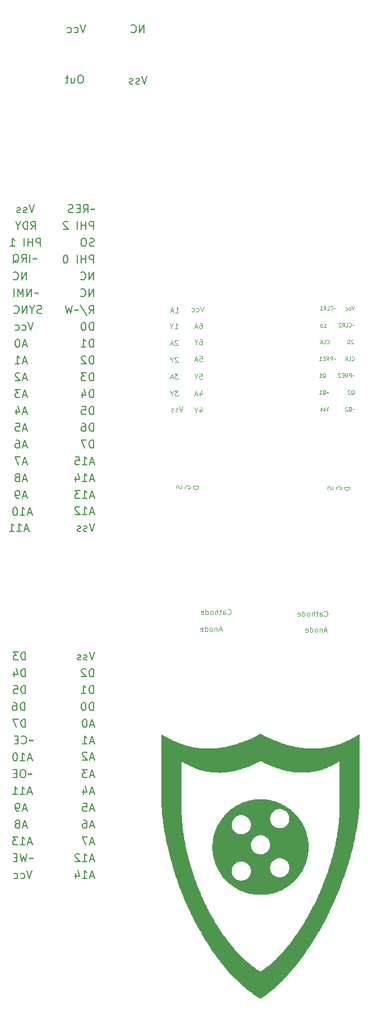
<source format=gbr>
%TF.GenerationSoftware,KiCad,Pcbnew,9.0.1*%
%TF.CreationDate,2025-04-16T15:20:24-04:00*%
%TF.ProjectId,KiCad 9 6502 ROR Test Board V2.0T,4b694361-6420-4392-9036-35303220524f,rev?*%
%TF.SameCoordinates,Original*%
%TF.FileFunction,Legend,Bot*%
%TF.FilePolarity,Positive*%
%FSLAX46Y46*%
G04 Gerber Fmt 4.6, Leading zero omitted, Abs format (unit mm)*
G04 Created by KiCad (PCBNEW 9.0.1) date 2025-04-16 15:20:24*
%MOMM*%
%LPD*%
G01*
G04 APERTURE LIST*
%ADD10C,0.000000*%
%ADD11C,0.203200*%
%ADD12C,0.100000*%
%ADD13C,0.150000*%
G04 APERTURE END LIST*
D10*
G36*
X167847900Y-139075700D02*
G01*
X167856000Y-139076100D01*
X168039000Y-139172000D01*
X168222100Y-139268000D01*
X168464700Y-139388300D01*
X168707300Y-139508700D01*
X168867500Y-139584900D01*
X169027700Y-139660900D01*
X169238300Y-139756400D01*
X169448800Y-139851900D01*
X169673000Y-139947600D01*
X169897400Y-140043300D01*
X170086000Y-140119400D01*
X170274700Y-140195400D01*
X170484200Y-140274200D01*
X170693800Y-140352900D01*
X170881400Y-140419100D01*
X171069100Y-140485300D01*
X171279700Y-140554200D01*
X171490200Y-140623100D01*
X171673300Y-140677900D01*
X171856400Y-140732600D01*
X172002800Y-140773400D01*
X172149300Y-140814300D01*
X172346100Y-140864800D01*
X172543000Y-140915400D01*
X172666500Y-140943500D01*
X172790100Y-140971600D01*
X172957900Y-141007400D01*
X173125800Y-141043300D01*
X173347000Y-141084100D01*
X173568200Y-141125000D01*
X173746800Y-141152300D01*
X173925300Y-141179700D01*
X174101200Y-141202400D01*
X174277100Y-141225200D01*
X174453600Y-141243300D01*
X174630200Y-141261400D01*
X174817800Y-141275100D01*
X175005500Y-141288900D01*
X175225200Y-141299400D01*
X175445000Y-141309900D01*
X175907200Y-141304900D01*
X176369500Y-141299900D01*
X176493100Y-141290200D01*
X176616700Y-141280500D01*
X176740300Y-141270900D01*
X176863900Y-141261400D01*
X177037800Y-141243100D01*
X177211700Y-141224800D01*
X177381100Y-141202000D01*
X177550400Y-141179300D01*
X177686500Y-141157100D01*
X177822400Y-141134800D01*
X177924500Y-141116100D01*
X178026500Y-141097400D01*
X178160400Y-141070300D01*
X178294400Y-141043400D01*
X178398400Y-141020000D01*
X178502500Y-140996800D01*
X178685600Y-140951300D01*
X178868600Y-140906000D01*
X179015200Y-140864800D01*
X179161600Y-140823800D01*
X179349300Y-140765500D01*
X179537000Y-140707400D01*
X179720000Y-140644100D01*
X179903100Y-140580600D01*
X180014900Y-140539000D01*
X180126800Y-140497200D01*
X180312500Y-140422900D01*
X180498100Y-140348500D01*
X180691700Y-140263800D01*
X180885200Y-140179200D01*
X181080700Y-140086000D01*
X181276300Y-139992900D01*
X181496000Y-139879100D01*
X181715700Y-139765100D01*
X181830100Y-139701500D01*
X181944600Y-139638000D01*
X182095600Y-139551200D01*
X182246600Y-139464300D01*
X182461700Y-139332100D01*
X182676900Y-139199800D01*
X182742900Y-139155800D01*
X182808800Y-139111800D01*
X182813800Y-139111800D01*
X182818800Y-139111800D01*
X182818800Y-144482500D01*
X182818800Y-149853300D01*
X182800500Y-150106700D01*
X182782100Y-150360200D01*
X182763600Y-150574300D01*
X182745000Y-150788500D01*
X182726900Y-150970700D01*
X182708600Y-151152900D01*
X182685600Y-151362500D01*
X182662400Y-151572100D01*
X182625900Y-151863600D01*
X182589400Y-152155200D01*
X182544000Y-152472200D01*
X182498600Y-152789200D01*
X182442800Y-153132800D01*
X182387100Y-153476300D01*
X182323400Y-153827200D01*
X182259700Y-154178000D01*
X182187300Y-154537900D01*
X182114900Y-154897900D01*
X182046200Y-155212200D01*
X181977600Y-155526600D01*
X181917000Y-155786300D01*
X181856500Y-156045900D01*
X181783600Y-156342100D01*
X181710700Y-156638200D01*
X181641500Y-156902400D01*
X181572300Y-157166700D01*
X181503800Y-157417200D01*
X181435400Y-157667800D01*
X181343800Y-157986700D01*
X181252200Y-158305600D01*
X181183600Y-158533400D01*
X181114900Y-158761200D01*
X181055300Y-158952600D01*
X180995700Y-159143900D01*
X180882300Y-159494800D01*
X180768900Y-159845500D01*
X180687100Y-160086900D01*
X180605400Y-160328500D01*
X180504500Y-160615500D01*
X180403600Y-160902500D01*
X180312200Y-161153000D01*
X180220800Y-161403600D01*
X180132000Y-161640500D01*
X180043100Y-161877500D01*
X179933300Y-162159900D01*
X179823400Y-162442400D01*
X179733100Y-162667200D01*
X179642800Y-162892100D01*
X179515200Y-163200200D01*
X179387600Y-163508500D01*
X179262300Y-163800000D01*
X179137000Y-164091600D01*
X178994900Y-164410600D01*
X178852800Y-164729400D01*
X178694700Y-165071100D01*
X178536600Y-165412800D01*
X178376000Y-165746500D01*
X178215300Y-166080200D01*
X178012300Y-166484500D01*
X177809300Y-166888900D01*
X177676100Y-167144000D01*
X177543000Y-167399200D01*
X177401400Y-167663400D01*
X177259800Y-167927600D01*
X177108700Y-168201000D01*
X176957500Y-168474400D01*
X176772200Y-168797800D01*
X176586800Y-169121300D01*
X176421000Y-169401300D01*
X176255100Y-169681400D01*
X176082700Y-169961700D01*
X175910300Y-170242000D01*
X175815800Y-170392400D01*
X175721300Y-170542700D01*
X175542300Y-170820600D01*
X175363300Y-171098600D01*
X175133800Y-171440200D01*
X174904100Y-171781900D01*
X174712800Y-172055300D01*
X174521500Y-172328600D01*
X174356700Y-172556400D01*
X174191900Y-172784200D01*
X174004500Y-173034700D01*
X173817100Y-173285300D01*
X173665800Y-173481300D01*
X173514500Y-173677100D01*
X173281800Y-173967300D01*
X173049300Y-174257600D01*
X172865300Y-174477600D01*
X172681300Y-174697700D01*
X172516000Y-174888600D01*
X172350700Y-175079600D01*
X172195800Y-175253200D01*
X172040800Y-175426600D01*
X171893700Y-175585900D01*
X171746500Y-175745200D01*
X171586300Y-175913700D01*
X171426100Y-176082100D01*
X171229300Y-176281900D01*
X171032500Y-176481600D01*
X170808000Y-176696700D01*
X170583500Y-176911800D01*
X170409800Y-177071300D01*
X170236000Y-177230800D01*
X170149100Y-177308700D01*
X170062100Y-177386600D01*
X169920200Y-177509800D01*
X169778300Y-177633100D01*
X169606400Y-177776300D01*
X169434400Y-177919400D01*
X169226500Y-178084500D01*
X169018500Y-178249600D01*
X168789700Y-178419600D01*
X168560800Y-178589700D01*
X168446400Y-178670700D01*
X168332000Y-178751600D01*
X168090500Y-178913400D01*
X167849000Y-179075100D01*
X167820500Y-179060500D01*
X167791900Y-179045900D01*
X167613300Y-178936400D01*
X167434800Y-178827000D01*
X167183100Y-178661600D01*
X166931300Y-178496200D01*
X166739000Y-178360700D01*
X166546800Y-178225100D01*
X166387600Y-178107000D01*
X166228400Y-177988900D01*
X166058100Y-177856700D01*
X165887700Y-177724500D01*
X165741200Y-177605600D01*
X165594800Y-177486800D01*
X165448400Y-177363300D01*
X165301900Y-177239800D01*
X165146300Y-177103700D01*
X164990600Y-176967600D01*
X164839900Y-176830300D01*
X164689200Y-176693200D01*
X164510300Y-176523800D01*
X164331400Y-176354400D01*
X164085400Y-176109500D01*
X163839300Y-175864600D01*
X163673500Y-175691100D01*
X163507600Y-175517700D01*
X163355500Y-175353700D01*
X163203600Y-175189700D01*
X163042500Y-175009600D01*
X162881400Y-174829500D01*
X162695100Y-174613300D01*
X162508600Y-174397000D01*
X162357500Y-174214700D01*
X162206500Y-174032500D01*
X162023400Y-173804700D01*
X161840300Y-173577000D01*
X161702800Y-173399200D01*
X161565200Y-173221600D01*
X161350200Y-172934500D01*
X161135100Y-172647400D01*
X160951900Y-172392500D01*
X160768700Y-172137300D01*
X160592200Y-171882100D01*
X160415700Y-171627100D01*
X160230700Y-171349100D01*
X160045700Y-171071200D01*
X159899200Y-170843400D01*
X159752700Y-170615500D01*
X159624400Y-170410600D01*
X159496100Y-170205500D01*
X159401800Y-170050700D01*
X159307600Y-169895800D01*
X159166000Y-169658900D01*
X159024400Y-169422000D01*
X158820600Y-169066600D01*
X158616700Y-168711300D01*
X158492400Y-168486300D01*
X158368000Y-168261500D01*
X158227200Y-167998900D01*
X158086300Y-167736300D01*
X157957900Y-167490300D01*
X157829500Y-167244200D01*
X157666900Y-166920800D01*
X157504300Y-166597300D01*
X157371900Y-166324000D01*
X157239500Y-166050600D01*
X157088500Y-165727100D01*
X156937500Y-165403700D01*
X156836700Y-165180500D01*
X156735800Y-164957200D01*
X156655700Y-164774900D01*
X156575500Y-164592700D01*
X156506400Y-164433300D01*
X156437200Y-164273800D01*
X156348700Y-164064300D01*
X156260200Y-163854700D01*
X156133600Y-163544900D01*
X156007000Y-163235000D01*
X155892400Y-162942900D01*
X155777800Y-162650700D01*
X155684700Y-162405300D01*
X155591500Y-162159900D01*
X155486500Y-161872800D01*
X155381500Y-161585900D01*
X155280600Y-161298800D01*
X155179600Y-161011800D01*
X155084200Y-160729400D01*
X154988600Y-160447000D01*
X154879800Y-160109700D01*
X154771100Y-159772600D01*
X154697700Y-159534800D01*
X154624300Y-159297000D01*
X154527200Y-158969800D01*
X154430200Y-158642800D01*
X154335100Y-158301000D01*
X154239900Y-157959400D01*
X154174900Y-157714900D01*
X154110100Y-157470600D01*
X154010500Y-157072500D01*
X153910700Y-156674600D01*
X153832800Y-156337500D01*
X153754700Y-156000400D01*
X153694200Y-155722500D01*
X153633500Y-155444500D01*
X153561100Y-155084600D01*
X153488700Y-154724700D01*
X153429400Y-154401300D01*
X153370000Y-154077700D01*
X153315200Y-153749700D01*
X153260300Y-153421700D01*
X153214300Y-153116500D01*
X153168200Y-152811200D01*
X153131400Y-152537900D01*
X153094500Y-152264500D01*
X153062800Y-152000300D01*
X153030900Y-151736000D01*
X153003600Y-151476300D01*
X152976300Y-151216700D01*
X152953100Y-150961500D01*
X152929900Y-150706400D01*
X152911800Y-150469500D01*
X152893600Y-150232600D01*
X152879500Y-150009400D01*
X152865500Y-149786100D01*
X152852100Y-149499100D01*
X152838600Y-149212100D01*
X152828700Y-148834000D01*
X152818800Y-148455900D01*
X152821600Y-143765600D01*
X152821904Y-143236800D01*
X155913300Y-143236800D01*
X155916700Y-147117400D01*
X155920100Y-150998000D01*
X155930700Y-151207600D01*
X155941300Y-151417100D01*
X155955500Y-151667700D01*
X155969700Y-151918300D01*
X155987800Y-152159800D01*
X156006100Y-152401200D01*
X156029100Y-152647200D01*
X156052000Y-152893200D01*
X156079200Y-153139300D01*
X156106500Y-153385300D01*
X156138700Y-153635900D01*
X156171000Y-153886400D01*
X156212300Y-154168900D01*
X156253600Y-154451300D01*
X156299300Y-154729200D01*
X156345200Y-155007100D01*
X156403800Y-155326100D01*
X156462500Y-155645000D01*
X156522800Y-155941100D01*
X156583300Y-156237300D01*
X156641600Y-156501500D01*
X156700100Y-156765800D01*
X156756000Y-157002600D01*
X156811900Y-157239600D01*
X156895000Y-157567600D01*
X156978000Y-157895500D01*
X157077700Y-158259400D01*
X157177400Y-158623300D01*
X157265100Y-158920000D01*
X157352700Y-159216800D01*
X157411900Y-159408200D01*
X157471200Y-159599500D01*
X157572400Y-159913800D01*
X157673600Y-160228200D01*
X157772500Y-160515300D01*
X157871400Y-160802300D01*
X157969300Y-161075600D01*
X158067300Y-161348900D01*
X158185900Y-161663300D01*
X158304400Y-161977600D01*
X158463300Y-162374000D01*
X158622200Y-162770400D01*
X158745600Y-163062000D01*
X158869100Y-163353500D01*
X158987800Y-163622300D01*
X159106500Y-163891200D01*
X159234600Y-164169100D01*
X159362800Y-164446900D01*
X159475600Y-164683900D01*
X159588300Y-164920700D01*
X159814000Y-165367200D01*
X160039500Y-165813700D01*
X160161300Y-166041500D01*
X160283000Y-166269300D01*
X160416100Y-166510800D01*
X160549200Y-166752300D01*
X160714000Y-167039200D01*
X160878700Y-167326300D01*
X161020600Y-167563200D01*
X161162700Y-167800100D01*
X161278600Y-167986900D01*
X161394400Y-168173600D01*
X161525500Y-168378700D01*
X161656600Y-168583700D01*
X161823500Y-168834200D01*
X161990300Y-169084800D01*
X162116500Y-169267000D01*
X162242600Y-169449300D01*
X162402800Y-169672600D01*
X162563100Y-169895800D01*
X162735700Y-170126300D01*
X162908300Y-170357000D01*
X163069500Y-170562800D01*
X163230700Y-170768600D01*
X163368600Y-170938200D01*
X163506400Y-171107700D01*
X163648900Y-171276200D01*
X163791300Y-171444800D01*
X163948200Y-171623000D01*
X164105000Y-171801300D01*
X164212800Y-171919100D01*
X164320500Y-172037000D01*
X164510300Y-172237400D01*
X164700200Y-172437900D01*
X164991800Y-172725100D01*
X165283500Y-173012200D01*
X165453200Y-173167000D01*
X165622900Y-173321800D01*
X165764500Y-173445300D01*
X165906100Y-173568900D01*
X166048200Y-173687500D01*
X166190500Y-173806100D01*
X166345800Y-173929300D01*
X166501100Y-174052400D01*
X166652100Y-174166300D01*
X166803100Y-174280100D01*
X166967900Y-174397400D01*
X167132700Y-174514700D01*
X167370700Y-174670600D01*
X167608800Y-174826600D01*
X167725900Y-174897700D01*
X167843100Y-174968700D01*
X167963900Y-174888700D01*
X168084800Y-174808700D01*
X168222100Y-174713000D01*
X168359400Y-174617200D01*
X168537900Y-174484500D01*
X168716500Y-174351700D01*
X168940700Y-174172900D01*
X169165000Y-173994200D01*
X169338900Y-173845400D01*
X169512900Y-173696700D01*
X169654700Y-173569300D01*
X169796600Y-173442000D01*
X169998100Y-173252800D01*
X170199400Y-173063700D01*
X170456200Y-172805400D01*
X170713100Y-172547300D01*
X170854500Y-172396700D01*
X170995900Y-172246200D01*
X171119800Y-172109800D01*
X171243900Y-171973200D01*
X171376400Y-171822900D01*
X171509000Y-171672500D01*
X171659900Y-171494900D01*
X171810800Y-171317200D01*
X171985500Y-171103100D01*
X172160100Y-170888900D01*
X172306600Y-170702200D01*
X172452900Y-170515400D01*
X172608000Y-170310300D01*
X172763100Y-170105300D01*
X172896800Y-169922600D01*
X173030500Y-169739700D01*
X173206500Y-169489700D01*
X173382400Y-169239700D01*
X173581600Y-168943600D01*
X173780700Y-168647500D01*
X173913300Y-168442500D01*
X174045900Y-168237400D01*
X174197100Y-167996000D01*
X174348200Y-167754500D01*
X174488300Y-167522200D01*
X174628400Y-167289800D01*
X174774500Y-167039300D01*
X174920700Y-166788700D01*
X175078700Y-166506200D01*
X175236800Y-166223800D01*
X175364700Y-165986900D01*
X175492600Y-165749900D01*
X175618900Y-165508500D01*
X175745300Y-165267000D01*
X175934100Y-164888900D01*
X176122800Y-164510700D01*
X176261900Y-164217800D01*
X176401000Y-163924900D01*
X176537600Y-163625600D01*
X176674100Y-163326200D01*
X176785900Y-163071100D01*
X176897900Y-162815900D01*
X177026000Y-162510700D01*
X177154100Y-162205500D01*
X177245700Y-161977600D01*
X177337300Y-161749900D01*
X177424200Y-161526700D01*
X177511100Y-161303500D01*
X177611800Y-161034600D01*
X177712600Y-160765800D01*
X177781400Y-160574400D01*
X177850100Y-160383100D01*
X177963700Y-160055100D01*
X178077300Y-159727100D01*
X178177200Y-159417300D01*
X178277200Y-159107500D01*
X178341000Y-158902300D01*
X178404800Y-158696900D01*
X178473500Y-158464900D01*
X178542300Y-158232700D01*
X178606500Y-158005000D01*
X178670700Y-157777100D01*
X178720900Y-157590400D01*
X178771100Y-157403600D01*
X178831100Y-157171200D01*
X178891000Y-156938800D01*
X178951400Y-156688300D01*
X179011700Y-156437800D01*
X179079100Y-156137000D01*
X179146500Y-155836300D01*
X179197000Y-155590400D01*
X179247400Y-155344300D01*
X179294300Y-155098200D01*
X179341100Y-154852300D01*
X179404300Y-154478700D01*
X179467400Y-154105100D01*
X179508800Y-153818000D01*
X179550300Y-153531100D01*
X179586900Y-153234900D01*
X179623500Y-152938800D01*
X179650800Y-152670000D01*
X179678000Y-152401200D01*
X179696400Y-152178000D01*
X179714700Y-151954800D01*
X179724200Y-151818100D01*
X179733700Y-151681300D01*
X179747300Y-151423500D01*
X179760700Y-151165600D01*
X179770700Y-150749200D01*
X179780500Y-150332900D01*
X179777800Y-146786500D01*
X179774900Y-143240200D01*
X179701700Y-143286700D01*
X179628500Y-143333300D01*
X179445400Y-143443000D01*
X179262300Y-143552600D01*
X179083800Y-143651700D01*
X178905300Y-143750700D01*
X178644400Y-143880500D01*
X178383500Y-144010200D01*
X178205000Y-144089000D01*
X178026500Y-144167700D01*
X177880000Y-144226700D01*
X177733500Y-144285800D01*
X177584500Y-144341200D01*
X177435500Y-144396500D01*
X177227400Y-144464500D01*
X177019500Y-144532600D01*
X176877600Y-144573300D01*
X176735700Y-144614100D01*
X176593700Y-144650700D01*
X176451900Y-144687200D01*
X176264200Y-144728500D01*
X176076600Y-144769700D01*
X175898100Y-144801200D01*
X175719500Y-144832500D01*
X175559400Y-144855800D01*
X175399100Y-144878900D01*
X175234400Y-144896900D01*
X175069600Y-144915000D01*
X174863600Y-144931200D01*
X174657700Y-144947400D01*
X174181700Y-144947500D01*
X173705600Y-144947500D01*
X173550000Y-144936000D01*
X173394300Y-144924400D01*
X173243300Y-144910900D01*
X173092300Y-144897300D01*
X172869100Y-144869700D01*
X172645900Y-144842100D01*
X172434200Y-144806700D01*
X172222500Y-144771300D01*
X172057800Y-144738400D01*
X171893000Y-144705500D01*
X171714500Y-144664500D01*
X171536000Y-144623300D01*
X171394100Y-144586700D01*
X171252200Y-144550100D01*
X171092000Y-144504800D01*
X170931800Y-144459400D01*
X170767000Y-144408600D01*
X170602200Y-144357800D01*
X170414600Y-144294400D01*
X170226900Y-144231000D01*
X170030100Y-144158000D01*
X169833300Y-144085100D01*
X169599800Y-143991400D01*
X169366400Y-143897600D01*
X169183300Y-143818100D01*
X169000200Y-143738500D01*
X168771400Y-143632800D01*
X168542500Y-143527300D01*
X168219600Y-143365500D01*
X167896800Y-143203800D01*
X167876600Y-143189600D01*
X167856400Y-143175600D01*
X167849700Y-143175600D01*
X167843000Y-143175600D01*
X167629700Y-143286300D01*
X167416500Y-143397200D01*
X167160200Y-143519700D01*
X166903900Y-143642200D01*
X166725300Y-143722400D01*
X166546800Y-143802600D01*
X166382100Y-143872600D01*
X166217300Y-143942600D01*
X165979300Y-144036500D01*
X165741200Y-144130400D01*
X165498600Y-144216900D01*
X165256100Y-144303500D01*
X165114100Y-144349400D01*
X164972300Y-144395300D01*
X164787100Y-144450400D01*
X164601900Y-144505400D01*
X164430000Y-144551800D01*
X164258200Y-144598200D01*
X164125500Y-144630000D01*
X163992700Y-144661800D01*
X163809600Y-144701600D01*
X163626600Y-144741500D01*
X163448100Y-144773600D01*
X163269500Y-144805800D01*
X163180100Y-144819800D01*
X163090800Y-144834000D01*
X162965000Y-144851800D01*
X162839300Y-144869500D01*
X162674500Y-144888000D01*
X162509800Y-144906300D01*
X162344900Y-144919900D01*
X162180100Y-144933400D01*
X161960400Y-144944000D01*
X161740800Y-144954700D01*
X161374600Y-144949600D01*
X161008500Y-144944600D01*
X160820800Y-144930200D01*
X160633100Y-144915800D01*
X160463700Y-144897300D01*
X160294400Y-144879000D01*
X160102200Y-144851300D01*
X159909900Y-144823700D01*
X159740500Y-144792100D01*
X159571100Y-144760400D01*
X159384700Y-144718900D01*
X159198400Y-144677500D01*
X159031000Y-144632900D01*
X158863600Y-144588400D01*
X158663500Y-144528200D01*
X158463400Y-144468000D01*
X158257500Y-144395000D01*
X158051500Y-144322000D01*
X157868400Y-144248900D01*
X157685400Y-144175700D01*
X157506900Y-144097500D01*
X157328400Y-144019200D01*
X157058300Y-143885000D01*
X156788200Y-143750900D01*
X156660100Y-143680800D01*
X156531900Y-143610700D01*
X156367100Y-143514800D01*
X156202400Y-143418900D01*
X156083300Y-143344500D01*
X155964300Y-143270200D01*
X155938800Y-143253500D01*
X155913300Y-143236800D01*
X152821904Y-143236800D01*
X152824300Y-139075600D01*
X152925100Y-139140500D01*
X153025700Y-139205400D01*
X153167600Y-139293700D01*
X153309500Y-139381900D01*
X153446900Y-139464000D01*
X153584200Y-139546300D01*
X153771800Y-139651100D01*
X153959400Y-139756000D01*
X154137400Y-139850000D01*
X154315300Y-139943800D01*
X154512800Y-140039100D01*
X154710200Y-140134300D01*
X154861200Y-140202500D01*
X155012300Y-140270800D01*
X155213700Y-140355300D01*
X155415100Y-140439700D01*
X155625600Y-140519400D01*
X155836200Y-140599300D01*
X156120000Y-140693400D01*
X156403700Y-140787400D01*
X156632500Y-140852100D01*
X156861500Y-140916800D01*
X157062900Y-140965800D01*
X157264200Y-141014900D01*
X157415300Y-141047000D01*
X157566400Y-141079100D01*
X157763200Y-141115200D01*
X157960000Y-141151300D01*
X158147700Y-141179100D01*
X158335400Y-141206800D01*
X158486400Y-141225000D01*
X158637400Y-141243200D01*
X158838800Y-141261400D01*
X159040200Y-141279400D01*
X159214200Y-141291200D01*
X159388100Y-141303100D01*
X159932800Y-141303100D01*
X160477400Y-141303100D01*
X160651400Y-141291400D01*
X160825400Y-141279600D01*
X160935200Y-141270800D01*
X161045000Y-141261900D01*
X161191500Y-141247800D01*
X161338000Y-141233700D01*
X161521000Y-141211100D01*
X161704100Y-141188500D01*
X161887200Y-141161100D01*
X162070300Y-141133600D01*
X162271700Y-141097300D01*
X162473100Y-141061100D01*
X162647100Y-141025600D01*
X162821000Y-140990000D01*
X163040700Y-140938600D01*
X163260400Y-140887300D01*
X163434300Y-140841800D01*
X163608200Y-140796300D01*
X163768400Y-140750800D01*
X163928600Y-140705300D01*
X164136600Y-140641700D01*
X164344700Y-140578200D01*
X164534900Y-140514000D01*
X164725100Y-140449700D01*
X164848700Y-140405700D01*
X164972300Y-140361400D01*
X165095900Y-140315900D01*
X165219400Y-140270300D01*
X165329300Y-140228000D01*
X165439100Y-140185700D01*
X165599300Y-140121400D01*
X165759500Y-140057200D01*
X165970100Y-139968000D01*
X166180700Y-139878800D01*
X166372900Y-139792300D01*
X166565100Y-139706000D01*
X166729900Y-139628500D01*
X166894700Y-139550900D01*
X167065600Y-139468900D01*
X167236400Y-139386800D01*
X167538200Y-139231100D01*
X167840000Y-139075300D01*
X167847900Y-139075700D01*
G37*
G36*
X168194700Y-148952500D02*
G01*
X168341100Y-148960400D01*
X168455600Y-148970600D01*
X168569900Y-148980800D01*
X168753000Y-149003300D01*
X168936100Y-149025900D01*
X169046000Y-149044400D01*
X169155800Y-149062900D01*
X169306900Y-149093400D01*
X169457900Y-149124100D01*
X169590700Y-149157200D01*
X169723400Y-149190500D01*
X169851600Y-149227100D01*
X169979800Y-149263600D01*
X170107900Y-149305000D01*
X170236000Y-149346500D01*
X170382500Y-149400400D01*
X170529000Y-149454300D01*
X170693800Y-149524100D01*
X170858600Y-149593900D01*
X171064600Y-149695500D01*
X171270500Y-149797200D01*
X171389500Y-149863500D01*
X171508600Y-149929900D01*
X171600100Y-149984900D01*
X171691600Y-150039700D01*
X171824300Y-150125900D01*
X171957100Y-150212100D01*
X172066900Y-150290400D01*
X172176800Y-150368700D01*
X172277500Y-150445700D01*
X172378200Y-150522500D01*
X172478800Y-150605300D01*
X172579500Y-150688200D01*
X172714100Y-150809000D01*
X172848800Y-150929700D01*
X172987700Y-151067900D01*
X173126500Y-151206200D01*
X173251300Y-151344000D01*
X173376000Y-151481700D01*
X173486700Y-151618000D01*
X173597300Y-151754300D01*
X173689300Y-151877300D01*
X173781200Y-152000300D01*
X173887000Y-152157700D01*
X173992900Y-152315100D01*
X174083800Y-152467500D01*
X174174700Y-152619900D01*
X174229700Y-152720100D01*
X174284700Y-152820400D01*
X174351200Y-152952500D01*
X174417600Y-153084600D01*
X174492900Y-153253200D01*
X174568000Y-153421700D01*
X174627800Y-153576600D01*
X174687500Y-153731600D01*
X174738100Y-153881900D01*
X174788700Y-154032200D01*
X174825800Y-154159900D01*
X174862800Y-154287600D01*
X174903700Y-154451400D01*
X174944500Y-154615400D01*
X174972500Y-154756600D01*
X175000400Y-154897900D01*
X175018400Y-155007100D01*
X175036500Y-155116500D01*
X175050700Y-155216700D01*
X175064900Y-155317000D01*
X175078400Y-155453700D01*
X175092000Y-155590400D01*
X175101900Y-155736100D01*
X175111700Y-155881900D01*
X175111700Y-156182600D01*
X175111700Y-156483200D01*
X175102000Y-156624500D01*
X175092300Y-156765800D01*
X175078400Y-156902400D01*
X175064600Y-157039000D01*
X175046000Y-157175800D01*
X175027200Y-157312400D01*
X174996200Y-157481500D01*
X174965100Y-157650800D01*
X174927100Y-157814200D01*
X174889000Y-157977600D01*
X174843700Y-158137100D01*
X174798400Y-158296500D01*
X174756600Y-158424000D01*
X174715000Y-158551600D01*
X174655500Y-158710700D01*
X174596100Y-158870000D01*
X174524600Y-159034200D01*
X174453100Y-159198600D01*
X174394300Y-159321500D01*
X174335600Y-159444600D01*
X174243800Y-159613200D01*
X174152100Y-159781700D01*
X174080500Y-159900200D01*
X174008700Y-160018600D01*
X173934400Y-160132500D01*
X173859900Y-160246400D01*
X173755700Y-160392300D01*
X173651400Y-160538000D01*
X173526400Y-160692800D01*
X173401500Y-160847900D01*
X173297700Y-160966300D01*
X173193800Y-161084700D01*
X172982800Y-161294700D01*
X172771900Y-161504700D01*
X172655800Y-161605500D01*
X172539800Y-161706100D01*
X172426900Y-161797000D01*
X172314100Y-161887900D01*
X172204200Y-161970000D01*
X172094400Y-162052000D01*
X171989100Y-162125000D01*
X171883800Y-162197900D01*
X171746500Y-162285000D01*
X171609200Y-162371900D01*
X171453600Y-162460700D01*
X171297900Y-162549600D01*
X171101100Y-162647500D01*
X170904300Y-162745300D01*
X170787500Y-162796700D01*
X170670700Y-162848000D01*
X170554000Y-162894400D01*
X170437400Y-162940900D01*
X170276800Y-162998200D01*
X170116200Y-163055500D01*
X170084600Y-163064600D01*
X170052900Y-163073600D01*
X169915700Y-163115200D01*
X169778300Y-163156700D01*
X169613500Y-163197600D01*
X169448800Y-163238400D01*
X169338900Y-163261300D01*
X169229100Y-163284100D01*
X169068900Y-163311700D01*
X168908700Y-163339200D01*
X168721000Y-163361900D01*
X168533300Y-163384400D01*
X168391500Y-163396400D01*
X168249600Y-163408200D01*
X167833000Y-163408000D01*
X167416500Y-163407800D01*
X167242600Y-163391600D01*
X167068600Y-163375500D01*
X166926700Y-163357300D01*
X166784800Y-163339200D01*
X166647500Y-163316300D01*
X166510200Y-163293300D01*
X166382100Y-163267000D01*
X166253900Y-163240700D01*
X166157000Y-163217800D01*
X166060000Y-163194800D01*
X165937300Y-163161700D01*
X165814500Y-163128700D01*
X165654300Y-163078700D01*
X165494100Y-163028600D01*
X165320200Y-162964300D01*
X165146200Y-162900100D01*
X164976800Y-162827400D01*
X164807500Y-162754800D01*
X164642700Y-162674200D01*
X164478000Y-162593700D01*
X164358900Y-162528700D01*
X164239900Y-162463800D01*
X164116300Y-162390400D01*
X163992700Y-162317000D01*
X163821300Y-162203900D01*
X163649800Y-162090700D01*
X163487200Y-161969300D01*
X163324500Y-161847900D01*
X163196400Y-161741300D01*
X163068200Y-161634800D01*
X162948900Y-161526800D01*
X162829600Y-161418700D01*
X162655900Y-161242600D01*
X162482200Y-161066400D01*
X162367300Y-160934300D01*
X162252400Y-160802300D01*
X162178900Y-160711100D01*
X162105300Y-160620000D01*
X162000000Y-160478800D01*
X161894900Y-160337500D01*
X161803400Y-160200900D01*
X161711800Y-160064200D01*
X161633900Y-159936700D01*
X161556100Y-159809100D01*
X161475100Y-159663200D01*
X161434550Y-159590300D01*
X163499100Y-159590300D01*
X163499300Y-159790800D01*
X163499400Y-159991400D01*
X163519500Y-160081000D01*
X163539500Y-160170600D01*
X163567500Y-160253600D01*
X163595400Y-160336500D01*
X163641400Y-160428200D01*
X163687500Y-160519800D01*
X163736200Y-160592700D01*
X163785000Y-160665600D01*
X163849500Y-160739700D01*
X163914100Y-160813900D01*
X163985500Y-160874900D01*
X164056800Y-160936000D01*
X164144200Y-160994100D01*
X164231500Y-161052200D01*
X164318100Y-161092600D01*
X164404700Y-161133000D01*
X164476800Y-161157400D01*
X164548800Y-161181700D01*
X164627800Y-161199000D01*
X164706800Y-161216300D01*
X164823700Y-161227000D01*
X164940500Y-161237800D01*
X165052500Y-161227300D01*
X165164500Y-161216700D01*
X165233200Y-161202300D01*
X165301800Y-161187900D01*
X165388800Y-161160300D01*
X165475800Y-161132700D01*
X165567300Y-161089100D01*
X165658900Y-161045400D01*
X165727500Y-161000700D01*
X165796200Y-160955900D01*
X165880700Y-160885400D01*
X165965100Y-160814900D01*
X166026000Y-160744800D01*
X166086900Y-160674700D01*
X166141600Y-160592700D01*
X166196300Y-160510700D01*
X166235900Y-160432400D01*
X166275500Y-160354100D01*
X166308200Y-160260600D01*
X166340900Y-160167200D01*
X166361100Y-160074700D01*
X166381400Y-159982200D01*
X166381400Y-159790800D01*
X166381400Y-159599500D01*
X166361100Y-159507000D01*
X166357427Y-159490200D01*
X169311500Y-159490200D01*
X169332700Y-159584300D01*
X169353900Y-159678700D01*
X169386100Y-159771200D01*
X169418300Y-159863800D01*
X169468200Y-159959400D01*
X169518100Y-160055100D01*
X169578700Y-160139500D01*
X169639200Y-160224000D01*
X169731700Y-160315300D01*
X169824200Y-160406700D01*
X169906500Y-160465500D01*
X169988900Y-160524400D01*
X170094200Y-160578100D01*
X170199400Y-160631700D01*
X170283200Y-160660100D01*
X170366900Y-160688500D01*
X170452500Y-160707600D01*
X170538200Y-160726500D01*
X170704800Y-160731300D01*
X170871500Y-160736100D01*
X170947400Y-160725300D01*
X171023300Y-160714400D01*
X171113000Y-160692000D01*
X171202700Y-160669600D01*
X171271000Y-160642600D01*
X171339300Y-160615600D01*
X171410600Y-160579900D01*
X171482000Y-160544200D01*
X171567700Y-160487100D01*
X171653500Y-160429900D01*
X171749400Y-160338200D01*
X171845200Y-160246400D01*
X171897700Y-160177900D01*
X171950100Y-160109400D01*
X171989400Y-160045700D01*
X172028800Y-159982200D01*
X172063400Y-159909000D01*
X172098000Y-159835700D01*
X172126000Y-159752700D01*
X172153900Y-159669400D01*
X172173000Y-159579800D01*
X172192000Y-159490200D01*
X172197200Y-159352400D01*
X172202200Y-159214600D01*
X172190900Y-159124500D01*
X172179600Y-159034600D01*
X172153700Y-158932300D01*
X172127800Y-158830100D01*
X172086100Y-158733400D01*
X172044200Y-158636500D01*
X172001900Y-158565700D01*
X171959700Y-158494900D01*
X171914700Y-158435200D01*
X171869800Y-158375400D01*
X171805000Y-158306500D01*
X171740300Y-158237400D01*
X171670200Y-158181100D01*
X171600100Y-158124900D01*
X171540600Y-158086500D01*
X171481000Y-158048100D01*
X171398700Y-158006900D01*
X171316300Y-157965700D01*
X171233800Y-157936900D01*
X171151500Y-157908000D01*
X171092000Y-157893900D01*
X171032500Y-157879800D01*
X170954700Y-157867600D01*
X170876900Y-157855300D01*
X170716600Y-157859100D01*
X170556500Y-157862700D01*
X170467800Y-157881500D01*
X170379300Y-157900300D01*
X170295400Y-157927500D01*
X170211600Y-157954800D01*
X170126300Y-157995500D01*
X170041100Y-158036300D01*
X169941700Y-158102200D01*
X169842500Y-158168200D01*
X169731800Y-158277900D01*
X169621200Y-158387700D01*
X169551400Y-158492600D01*
X169481600Y-158597500D01*
X169445500Y-158674800D01*
X169409300Y-158752000D01*
X169381000Y-158832400D01*
X169352800Y-158912700D01*
X169332500Y-159005600D01*
X169312300Y-159098400D01*
X169311800Y-159294300D01*
X169311500Y-159490200D01*
X166357427Y-159490200D01*
X166340900Y-159414600D01*
X166308200Y-159321000D01*
X166275500Y-159227600D01*
X166233800Y-159144700D01*
X166192100Y-159061900D01*
X166146200Y-158993600D01*
X166100400Y-158925200D01*
X166035300Y-158848600D01*
X165970300Y-158772000D01*
X165897000Y-158708800D01*
X165823600Y-158645400D01*
X165736000Y-158587300D01*
X165648400Y-158529100D01*
X165558400Y-158487200D01*
X165468400Y-158445400D01*
X165389700Y-158419800D01*
X165310900Y-158394300D01*
X165237700Y-158379500D01*
X165164500Y-158364600D01*
X165095900Y-158356800D01*
X165027200Y-158349000D01*
X164955800Y-158347900D01*
X164884500Y-158346600D01*
X164795700Y-158356300D01*
X164706800Y-158366000D01*
X164639600Y-158379600D01*
X164572400Y-158393200D01*
X164488700Y-158420500D01*
X164405000Y-158447700D01*
X164320200Y-158487700D01*
X164235400Y-158527700D01*
X164155200Y-158579500D01*
X164075200Y-158631300D01*
X164000200Y-158693900D01*
X163925400Y-158756400D01*
X163868100Y-158820100D01*
X163810700Y-158883900D01*
X163753200Y-158963800D01*
X163695700Y-159043700D01*
X163645500Y-159143900D01*
X163595400Y-159244200D01*
X163567200Y-159328300D01*
X163539000Y-159412600D01*
X163519000Y-159501400D01*
X163499100Y-159590300D01*
X161434550Y-159590300D01*
X161394000Y-159517400D01*
X161309800Y-159344400D01*
X161225500Y-159171200D01*
X161173600Y-159049600D01*
X161121600Y-158928000D01*
X161070500Y-158799000D01*
X161019300Y-158670100D01*
X160960900Y-158497200D01*
X160902400Y-158324400D01*
X160865600Y-158197600D01*
X160828800Y-158070700D01*
X160788700Y-157910300D01*
X160748600Y-157749800D01*
X160720100Y-157608600D01*
X160691700Y-157467400D01*
X160669800Y-157330700D01*
X160648000Y-157194000D01*
X160633700Y-157080100D01*
X160619500Y-156966200D01*
X160605900Y-156823800D01*
X160592400Y-156681300D01*
X160582300Y-156428900D01*
X160572100Y-156176400D01*
X160582200Y-155929000D01*
X160584141Y-155881900D01*
X166393700Y-155881900D01*
X166404100Y-155972000D01*
X166414500Y-156062100D01*
X166428600Y-156131500D01*
X166442800Y-156200800D01*
X166474500Y-156295800D01*
X166506200Y-156390800D01*
X166561500Y-156497300D01*
X166616800Y-156603800D01*
X166688200Y-156698500D01*
X166759700Y-156793000D01*
X166836400Y-156866100D01*
X166913000Y-156939100D01*
X166967900Y-156981000D01*
X167022900Y-157022900D01*
X167087000Y-157062100D01*
X167151100Y-157101300D01*
X167233400Y-157139800D01*
X167315800Y-157178100D01*
X167389000Y-157202700D01*
X167462200Y-157227400D01*
X167547800Y-157245200D01*
X167633300Y-157263000D01*
X167737100Y-157270700D01*
X167840900Y-157278400D01*
X167949100Y-157270900D01*
X168057300Y-157263400D01*
X168130600Y-157248400D01*
X168203800Y-157233400D01*
X168290800Y-157205800D01*
X168377700Y-157178200D01*
X168462700Y-157138700D01*
X168547700Y-157099200D01*
X168636700Y-157041000D01*
X168725600Y-156982700D01*
X168798600Y-156919500D01*
X168871500Y-156856300D01*
X168935000Y-156783800D01*
X168998500Y-156711100D01*
X169056800Y-156622800D01*
X169115300Y-156534500D01*
X169155600Y-156449700D01*
X169195800Y-156364800D01*
X169220000Y-156292700D01*
X169244300Y-156220700D01*
X169261600Y-156142400D01*
X169278900Y-156064100D01*
X169289600Y-155949000D01*
X169300300Y-155833700D01*
X169289700Y-155722100D01*
X169279000Y-155610200D01*
X169264900Y-155541000D01*
X169250700Y-155471900D01*
X169219100Y-155377200D01*
X169187500Y-155282500D01*
X169142100Y-155192200D01*
X169096700Y-155101900D01*
X169039300Y-155018200D01*
X168981900Y-154934500D01*
X168887000Y-154836600D01*
X168792100Y-154738500D01*
X168713000Y-154680600D01*
X168634000Y-154622500D01*
X168569900Y-154585100D01*
X168505800Y-154547600D01*
X168419600Y-154510400D01*
X168333500Y-154473300D01*
X168241200Y-154447600D01*
X168148900Y-154421900D01*
X168066500Y-154410800D01*
X167984000Y-154399600D01*
X167970300Y-154397000D01*
X167956600Y-154394200D01*
X167858700Y-154393200D01*
X167760700Y-154392100D01*
X167657300Y-154405800D01*
X167553800Y-154419300D01*
X167470100Y-154441800D01*
X167386300Y-154464200D01*
X167305900Y-154496500D01*
X167225600Y-154528700D01*
X167141600Y-154575000D01*
X167057700Y-154621200D01*
X166977200Y-154681400D01*
X166896700Y-154741500D01*
X166817200Y-154821500D01*
X166737800Y-154901400D01*
X166683500Y-154975300D01*
X166629200Y-155049200D01*
X166582900Y-155129600D01*
X166536600Y-155210000D01*
X166502700Y-155295400D01*
X166468800Y-155380700D01*
X166450900Y-155444500D01*
X166433000Y-155508200D01*
X166418800Y-155590400D01*
X166404600Y-155672300D01*
X166399100Y-155777200D01*
X166393700Y-155881900D01*
X160584141Y-155881900D01*
X160592400Y-155681500D01*
X160606000Y-155535700D01*
X160619600Y-155389900D01*
X160633900Y-155276000D01*
X160648200Y-155162100D01*
X160679000Y-154978300D01*
X160709900Y-154794500D01*
X160751500Y-154608600D01*
X160793100Y-154422800D01*
X160843900Y-154241100D01*
X160894600Y-154059600D01*
X160952700Y-153886400D01*
X161010700Y-153713300D01*
X161079300Y-153540200D01*
X161148100Y-153367000D01*
X161200700Y-153248600D01*
X161253400Y-153130200D01*
X161340200Y-152957000D01*
X161427100Y-152783900D01*
X161482400Y-152683700D01*
X161532718Y-152592600D01*
X163499100Y-152592600D01*
X163499300Y-152793100D01*
X163499400Y-152993500D01*
X163519500Y-153083100D01*
X163539500Y-153172800D01*
X163567500Y-153255900D01*
X163595400Y-153339000D01*
X163639900Y-153428200D01*
X163684400Y-153517400D01*
X163735000Y-153593100D01*
X163785500Y-153668600D01*
X163854500Y-153747200D01*
X163923600Y-153825900D01*
X163999300Y-153889200D01*
X164075200Y-153952500D01*
X164155200Y-154004300D01*
X164235400Y-154056200D01*
X164320100Y-154095900D01*
X164404700Y-154135700D01*
X164477100Y-154159900D01*
X164549500Y-154184000D01*
X164628100Y-154201200D01*
X164706800Y-154218500D01*
X164823500Y-154229200D01*
X164940300Y-154240000D01*
X165057000Y-154229200D01*
X165173600Y-154218500D01*
X165251500Y-154201400D01*
X165329300Y-154184200D01*
X165402500Y-154159500D01*
X165475800Y-154134700D01*
X165567300Y-154091100D01*
X165658900Y-154047500D01*
X165718400Y-154009200D01*
X165777900Y-153971000D01*
X165864000Y-153901500D01*
X165950300Y-153832000D01*
X166018700Y-153754500D01*
X166087300Y-153676800D01*
X166141800Y-153594800D01*
X166196300Y-153512900D01*
X166235900Y-153434600D01*
X166275500Y-153356300D01*
X166308200Y-153262800D01*
X166340900Y-153169300D01*
X166361100Y-153076800D01*
X166381400Y-152984400D01*
X166381400Y-152793100D01*
X166381400Y-152601700D01*
X166361100Y-152509200D01*
X166340900Y-152416700D01*
X166308200Y-152323300D01*
X166275500Y-152229800D01*
X166233800Y-152147000D01*
X166192100Y-152064000D01*
X166146200Y-151995700D01*
X166100400Y-151927400D01*
X166057822Y-151877300D01*
X169306900Y-151877300D01*
X169306900Y-152012100D01*
X169325400Y-152119500D01*
X169343800Y-152226800D01*
X169379500Y-152333200D01*
X169415300Y-152439600D01*
X169456300Y-152521100D01*
X169497500Y-152602500D01*
X169554900Y-152688700D01*
X169612300Y-152774800D01*
X169732000Y-152893800D01*
X169851600Y-153012900D01*
X169938200Y-153070100D01*
X170024600Y-153127300D01*
X170102900Y-153166300D01*
X170181100Y-153205500D01*
X170263500Y-153234700D01*
X170345900Y-153263800D01*
X170442000Y-153286600D01*
X170538200Y-153309400D01*
X170707500Y-153314200D01*
X170876900Y-153319100D01*
X170987500Y-153300200D01*
X171098000Y-153281400D01*
X171188900Y-153252500D01*
X171279700Y-153223700D01*
X171362000Y-153185200D01*
X171444500Y-153146800D01*
X171508600Y-153107700D01*
X171572600Y-153068600D01*
X171645900Y-153011500D01*
X171719100Y-152954500D01*
X171793000Y-152878300D01*
X171866900Y-152802100D01*
X171917800Y-152733800D01*
X171968700Y-152665500D01*
X172010800Y-152592600D01*
X172053000Y-152519600D01*
X172084800Y-152444400D01*
X172116700Y-152369200D01*
X172139300Y-152294100D01*
X172161800Y-152219000D01*
X172178300Y-152141500D01*
X172194800Y-152064000D01*
X172194600Y-151877300D01*
X172194300Y-151690500D01*
X172173600Y-151594800D01*
X172152800Y-151499200D01*
X172125600Y-151417900D01*
X172098300Y-151336700D01*
X172057700Y-151252500D01*
X172017200Y-151168400D01*
X171950900Y-151069500D01*
X171884600Y-150970700D01*
X171779000Y-150865800D01*
X171673300Y-150760800D01*
X171616000Y-150719900D01*
X171558700Y-150679000D01*
X171487800Y-150635900D01*
X171417000Y-150592900D01*
X171320000Y-150551800D01*
X171223200Y-150510900D01*
X171135500Y-150487600D01*
X171047900Y-150464400D01*
X170966900Y-150451900D01*
X170886000Y-150439400D01*
X170762400Y-150438600D01*
X170638800Y-150437800D01*
X170547300Y-150451400D01*
X170455700Y-150465000D01*
X170382500Y-150483900D01*
X170309300Y-150502700D01*
X170217600Y-150538300D01*
X170125900Y-150573900D01*
X170043700Y-150620700D01*
X169961500Y-150667400D01*
X169892800Y-150718100D01*
X169824200Y-150768800D01*
X169747600Y-150842400D01*
X169671100Y-150916000D01*
X169613700Y-150988900D01*
X169556400Y-151061800D01*
X169518800Y-151123200D01*
X169481200Y-151184500D01*
X169448200Y-151249600D01*
X169415300Y-151314700D01*
X169379500Y-151421200D01*
X169343800Y-151527800D01*
X169325400Y-151635100D01*
X169306900Y-151742400D01*
X169306900Y-151877300D01*
X166057822Y-151877300D01*
X166035300Y-151850800D01*
X165970300Y-151774200D01*
X165933418Y-151742400D01*
X165897000Y-151711000D01*
X165823600Y-151647800D01*
X165741800Y-151593200D01*
X165660000Y-151538700D01*
X165567900Y-151494700D01*
X165475800Y-151450700D01*
X165393400Y-151423600D01*
X165310900Y-151396400D01*
X165237700Y-151381700D01*
X165164500Y-151366900D01*
X165095900Y-151359000D01*
X165027200Y-151351200D01*
X164955800Y-151350000D01*
X164884500Y-151348800D01*
X164795700Y-151358500D01*
X164706800Y-151368200D01*
X164639600Y-151381900D01*
X164572400Y-151395400D01*
X164488700Y-151422600D01*
X164405000Y-151449900D01*
X164319600Y-151490100D01*
X164234200Y-151530400D01*
X164145500Y-151588600D01*
X164056800Y-151646700D01*
X163983900Y-151709900D01*
X163910900Y-151773000D01*
X163847700Y-151845700D01*
X163784600Y-151918300D01*
X163730900Y-151999400D01*
X163677100Y-152080700D01*
X163636400Y-152163500D01*
X163595700Y-152246300D01*
X163567300Y-152330500D01*
X163539000Y-152414700D01*
X163519000Y-152503700D01*
X163499100Y-152592600D01*
X161532718Y-152592600D01*
X161537800Y-152583400D01*
X161620200Y-152446700D01*
X161702600Y-152310100D01*
X161794200Y-152173400D01*
X161885800Y-152036700D01*
X161972600Y-151918300D01*
X162059300Y-151799800D01*
X162180200Y-151649500D01*
X162301100Y-151499200D01*
X162423300Y-151362500D01*
X162545400Y-151225800D01*
X162710600Y-151061500D01*
X162875900Y-150897100D01*
X163008600Y-150780000D01*
X163141400Y-150662700D01*
X163297000Y-150538600D01*
X163452600Y-150414300D01*
X163571600Y-150328600D01*
X163690500Y-150242800D01*
X163859900Y-150131800D01*
X164029400Y-150020800D01*
X164162100Y-149943600D01*
X164294800Y-149866400D01*
X164443500Y-149787400D01*
X164592300Y-149708300D01*
X164750200Y-149634700D01*
X164908100Y-149561200D01*
X165022900Y-149513100D01*
X165137500Y-149465000D01*
X165283800Y-149410200D01*
X165430000Y-149355400D01*
X165599300Y-149300400D01*
X165768700Y-149245300D01*
X165919800Y-149204400D01*
X166070800Y-149163300D01*
X166189800Y-149135600D01*
X166308900Y-149107900D01*
X166446200Y-149080900D01*
X166583400Y-149053900D01*
X166734700Y-149030600D01*
X166886000Y-149007300D01*
X167050500Y-148989400D01*
X167215100Y-148971600D01*
X167347900Y-148961800D01*
X167480600Y-148952000D01*
X167764400Y-148948400D01*
X168048100Y-148944600D01*
X168194700Y-148952500D01*
G37*
D11*
X133151887Y-62891575D02*
X133551887Y-62320147D01*
X133837601Y-62891575D02*
X133837601Y-61691575D01*
X133837601Y-61691575D02*
X133380458Y-61691575D01*
X133380458Y-61691575D02*
X133266173Y-61748718D01*
X133266173Y-61748718D02*
X133209030Y-61805861D01*
X133209030Y-61805861D02*
X133151887Y-61920147D01*
X133151887Y-61920147D02*
X133151887Y-62091575D01*
X133151887Y-62091575D02*
X133209030Y-62205861D01*
X133209030Y-62205861D02*
X133266173Y-62263004D01*
X133266173Y-62263004D02*
X133380458Y-62320147D01*
X133380458Y-62320147D02*
X133837601Y-62320147D01*
X132637601Y-62891575D02*
X132637601Y-61691575D01*
X132637601Y-61691575D02*
X132351887Y-61691575D01*
X132351887Y-61691575D02*
X132180458Y-61748718D01*
X132180458Y-61748718D02*
X132066173Y-61863004D01*
X132066173Y-61863004D02*
X132009030Y-61977290D01*
X132009030Y-61977290D02*
X131951887Y-62205861D01*
X131951887Y-62205861D02*
X131951887Y-62377290D01*
X131951887Y-62377290D02*
X132009030Y-62605861D01*
X132009030Y-62605861D02*
X132066173Y-62720147D01*
X132066173Y-62720147D02*
X132180458Y-62834433D01*
X132180458Y-62834433D02*
X132351887Y-62891575D01*
X132351887Y-62891575D02*
X132637601Y-62891575D01*
X131209030Y-62320147D02*
X131209030Y-62891575D01*
X131609030Y-61691575D02*
X131209030Y-62320147D01*
X131209030Y-62320147D02*
X130809030Y-61691575D01*
X141914887Y-75591575D02*
X142314887Y-75020147D01*
X142600601Y-75591575D02*
X142600601Y-74391575D01*
X142600601Y-74391575D02*
X142143458Y-74391575D01*
X142143458Y-74391575D02*
X142029173Y-74448718D01*
X142029173Y-74448718D02*
X141972030Y-74505861D01*
X141972030Y-74505861D02*
X141914887Y-74620147D01*
X141914887Y-74620147D02*
X141914887Y-74791575D01*
X141914887Y-74791575D02*
X141972030Y-74905861D01*
X141972030Y-74905861D02*
X142029173Y-74963004D01*
X142029173Y-74963004D02*
X142143458Y-75020147D01*
X142143458Y-75020147D02*
X142600601Y-75020147D01*
X140543458Y-74334433D02*
X141572030Y-75877290D01*
X140314887Y-75134433D02*
X140257744Y-75077290D01*
X140257744Y-75077290D02*
X140143458Y-75020147D01*
X140143458Y-75020147D02*
X139914887Y-75134433D01*
X139914887Y-75134433D02*
X139800601Y-75077290D01*
X139800601Y-75077290D02*
X139743458Y-75020147D01*
X139400601Y-74391575D02*
X139114887Y-75591575D01*
X139114887Y-75591575D02*
X138886315Y-74734433D01*
X138886315Y-74734433D02*
X138657744Y-75591575D01*
X138657744Y-75591575D02*
X138372030Y-74391575D01*
X142600601Y-80671575D02*
X142600601Y-79471575D01*
X142600601Y-79471575D02*
X142314887Y-79471575D01*
X142314887Y-79471575D02*
X142143458Y-79528718D01*
X142143458Y-79528718D02*
X142029173Y-79643004D01*
X142029173Y-79643004D02*
X141972030Y-79757290D01*
X141972030Y-79757290D02*
X141914887Y-79985861D01*
X141914887Y-79985861D02*
X141914887Y-80157290D01*
X141914887Y-80157290D02*
X141972030Y-80385861D01*
X141972030Y-80385861D02*
X142029173Y-80500147D01*
X142029173Y-80500147D02*
X142143458Y-80614433D01*
X142143458Y-80614433D02*
X142314887Y-80671575D01*
X142314887Y-80671575D02*
X142600601Y-80671575D01*
X140772030Y-80671575D02*
X141457744Y-80671575D01*
X141114887Y-80671575D02*
X141114887Y-79471575D01*
X141114887Y-79471575D02*
X141229173Y-79643004D01*
X141229173Y-79643004D02*
X141343458Y-79757290D01*
X141343458Y-79757290D02*
X141457744Y-79814433D01*
D12*
X158676877Y-87490561D02*
X158676877Y-88023895D01*
X158867353Y-87185800D02*
X159057830Y-87757228D01*
X159057830Y-87757228D02*
X158562591Y-87757228D01*
X158295925Y-87795323D02*
X157914972Y-87795323D01*
X158372115Y-88023895D02*
X158105448Y-87223895D01*
X158105448Y-87223895D02*
X157838782Y-88023895D01*
D11*
X142657744Y-103188718D02*
X142086316Y-103188718D01*
X142772030Y-103531575D02*
X142372030Y-102331575D01*
X142372030Y-102331575D02*
X141972030Y-103531575D01*
X140943459Y-103531575D02*
X141629173Y-103531575D01*
X141286316Y-103531575D02*
X141286316Y-102331575D01*
X141286316Y-102331575D02*
X141400602Y-102503004D01*
X141400602Y-102503004D02*
X141514887Y-102617290D01*
X141514887Y-102617290D02*
X141629173Y-102674433D01*
X140543459Y-102331575D02*
X139800602Y-102331575D01*
X139800602Y-102331575D02*
X140200602Y-102788718D01*
X140200602Y-102788718D02*
X140029173Y-102788718D01*
X140029173Y-102788718D02*
X139914888Y-102845861D01*
X139914888Y-102845861D02*
X139857745Y-102903004D01*
X139857745Y-102903004D02*
X139800602Y-103017290D01*
X139800602Y-103017290D02*
X139800602Y-103303004D01*
X139800602Y-103303004D02*
X139857745Y-103417290D01*
X139857745Y-103417290D02*
X139914888Y-103474433D01*
X139914888Y-103474433D02*
X140029173Y-103531575D01*
X140029173Y-103531575D02*
X140372030Y-103531575D01*
X140372030Y-103531575D02*
X140486316Y-103474433D01*
X140486316Y-103474433D02*
X140543459Y-103417290D01*
X132497744Y-93028718D02*
X131926316Y-93028718D01*
X132612030Y-93371575D02*
X132212030Y-92171575D01*
X132212030Y-92171575D02*
X131812030Y-93371575D01*
X130840602Y-92171575D02*
X131412030Y-92171575D01*
X131412030Y-92171575D02*
X131469173Y-92743004D01*
X131469173Y-92743004D02*
X131412030Y-92685861D01*
X131412030Y-92685861D02*
X131297745Y-92628718D01*
X131297745Y-92628718D02*
X131012030Y-92628718D01*
X131012030Y-92628718D02*
X130897745Y-92685861D01*
X130897745Y-92685861D02*
X130840602Y-92743004D01*
X130840602Y-92743004D02*
X130783459Y-92857290D01*
X130783459Y-92857290D02*
X130783459Y-93143004D01*
X130783459Y-93143004D02*
X130840602Y-93257290D01*
X130840602Y-93257290D02*
X130897745Y-93314433D01*
X130897745Y-93314433D02*
X131012030Y-93371575D01*
X131012030Y-93371575D02*
X131297745Y-93371575D01*
X131297745Y-93371575D02*
X131412030Y-93314433D01*
X131412030Y-93314433D02*
X131469173Y-93257290D01*
X142600601Y-88291575D02*
X142600601Y-87091575D01*
X142600601Y-87091575D02*
X142314887Y-87091575D01*
X142314887Y-87091575D02*
X142143458Y-87148718D01*
X142143458Y-87148718D02*
X142029173Y-87263004D01*
X142029173Y-87263004D02*
X141972030Y-87377290D01*
X141972030Y-87377290D02*
X141914887Y-87605861D01*
X141914887Y-87605861D02*
X141914887Y-87777290D01*
X141914887Y-87777290D02*
X141972030Y-88005861D01*
X141972030Y-88005861D02*
X142029173Y-88120147D01*
X142029173Y-88120147D02*
X142143458Y-88234433D01*
X142143458Y-88234433D02*
X142314887Y-88291575D01*
X142314887Y-88291575D02*
X142600601Y-88291575D01*
X140886316Y-87491575D02*
X140886316Y-88291575D01*
X141172030Y-87034433D02*
X141457744Y-87891575D01*
X141457744Y-87891575D02*
X140714887Y-87891575D01*
D12*
X178120877Y-87550633D02*
X178094211Y-87523966D01*
X178094211Y-87523966D02*
X178040877Y-87497300D01*
X178040877Y-87497300D02*
X177934211Y-87550633D01*
X177934211Y-87550633D02*
X177880877Y-87523966D01*
X177880877Y-87523966D02*
X177854211Y-87497300D01*
X177267544Y-87817300D02*
X177320877Y-87790633D01*
X177320877Y-87790633D02*
X177374211Y-87737300D01*
X177374211Y-87737300D02*
X177454211Y-87657300D01*
X177454211Y-87657300D02*
X177507544Y-87630633D01*
X177507544Y-87630633D02*
X177560877Y-87630633D01*
X177534211Y-87763966D02*
X177587544Y-87737300D01*
X177587544Y-87737300D02*
X177640877Y-87683966D01*
X177640877Y-87683966D02*
X177667544Y-87577300D01*
X177667544Y-87577300D02*
X177667544Y-87390633D01*
X177667544Y-87390633D02*
X177640877Y-87283966D01*
X177640877Y-87283966D02*
X177587544Y-87230633D01*
X177587544Y-87230633D02*
X177534211Y-87203966D01*
X177534211Y-87203966D02*
X177427544Y-87203966D01*
X177427544Y-87203966D02*
X177374211Y-87230633D01*
X177374211Y-87230633D02*
X177320877Y-87283966D01*
X177320877Y-87283966D02*
X177294211Y-87390633D01*
X177294211Y-87390633D02*
X177294211Y-87577300D01*
X177294211Y-87577300D02*
X177320877Y-87683966D01*
X177320877Y-87683966D02*
X177374211Y-87737300D01*
X177374211Y-87737300D02*
X177427544Y-87763966D01*
X177427544Y-87763966D02*
X177534211Y-87763966D01*
X176760877Y-87763966D02*
X177080877Y-87763966D01*
X176920877Y-87763966D02*
X176920877Y-87203966D01*
X176920877Y-87203966D02*
X176974210Y-87283966D01*
X176974210Y-87283966D02*
X177027544Y-87337300D01*
X177027544Y-87337300D02*
X177080877Y-87363966D01*
D11*
X132497744Y-90488718D02*
X131926316Y-90488718D01*
X132612030Y-90831575D02*
X132212030Y-89631575D01*
X132212030Y-89631575D02*
X131812030Y-90831575D01*
X130897745Y-90031575D02*
X130897745Y-90831575D01*
X131183459Y-89574433D02*
X131469173Y-90431575D01*
X131469173Y-90431575D02*
X130726316Y-90431575D01*
X142600601Y-85751575D02*
X142600601Y-84551575D01*
X142600601Y-84551575D02*
X142314887Y-84551575D01*
X142314887Y-84551575D02*
X142143458Y-84608718D01*
X142143458Y-84608718D02*
X142029173Y-84723004D01*
X142029173Y-84723004D02*
X141972030Y-84837290D01*
X141972030Y-84837290D02*
X141914887Y-85065861D01*
X141914887Y-85065861D02*
X141914887Y-85237290D01*
X141914887Y-85237290D02*
X141972030Y-85465861D01*
X141972030Y-85465861D02*
X142029173Y-85580147D01*
X142029173Y-85580147D02*
X142143458Y-85694433D01*
X142143458Y-85694433D02*
X142314887Y-85751575D01*
X142314887Y-85751575D02*
X142600601Y-85751575D01*
X141514887Y-84551575D02*
X140772030Y-84551575D01*
X140772030Y-84551575D02*
X141172030Y-85008718D01*
X141172030Y-85008718D02*
X141000601Y-85008718D01*
X141000601Y-85008718D02*
X140886316Y-85065861D01*
X140886316Y-85065861D02*
X140829173Y-85123004D01*
X140829173Y-85123004D02*
X140772030Y-85237290D01*
X140772030Y-85237290D02*
X140772030Y-85523004D01*
X140772030Y-85523004D02*
X140829173Y-85637290D01*
X140829173Y-85637290D02*
X140886316Y-85694433D01*
X140886316Y-85694433D02*
X141000601Y-85751575D01*
X141000601Y-85751575D02*
X141343458Y-85751575D01*
X141343458Y-85751575D02*
X141457744Y-85694433D01*
X141457744Y-85694433D02*
X141514887Y-85637290D01*
X132440601Y-70511575D02*
X132440601Y-69311575D01*
X132440601Y-69311575D02*
X131754887Y-70511575D01*
X131754887Y-70511575D02*
X131754887Y-69311575D01*
X130497744Y-70397290D02*
X130554887Y-70454433D01*
X130554887Y-70454433D02*
X130726315Y-70511575D01*
X130726315Y-70511575D02*
X130840601Y-70511575D01*
X130840601Y-70511575D02*
X131012030Y-70454433D01*
X131012030Y-70454433D02*
X131126315Y-70340147D01*
X131126315Y-70340147D02*
X131183458Y-70225861D01*
X131183458Y-70225861D02*
X131240601Y-69997290D01*
X131240601Y-69997290D02*
X131240601Y-69825861D01*
X131240601Y-69825861D02*
X131183458Y-69597290D01*
X131183458Y-69597290D02*
X131126315Y-69483004D01*
X131126315Y-69483004D02*
X131012030Y-69368718D01*
X131012030Y-69368718D02*
X130840601Y-69311575D01*
X130840601Y-69311575D02*
X130726315Y-69311575D01*
X130726315Y-69311575D02*
X130554887Y-69368718D01*
X130554887Y-69368718D02*
X130497744Y-69425861D01*
D12*
X155374830Y-79680085D02*
X155336734Y-79641990D01*
X155336734Y-79641990D02*
X155260544Y-79603895D01*
X155260544Y-79603895D02*
X155070068Y-79603895D01*
X155070068Y-79603895D02*
X154993877Y-79641990D01*
X154993877Y-79641990D02*
X154955782Y-79680085D01*
X154955782Y-79680085D02*
X154917687Y-79756276D01*
X154917687Y-79756276D02*
X154917687Y-79832466D01*
X154917687Y-79832466D02*
X154955782Y-79946752D01*
X154955782Y-79946752D02*
X155412925Y-80403895D01*
X155412925Y-80403895D02*
X154917687Y-80403895D01*
X154612925Y-80175323D02*
X154231972Y-80175323D01*
X154689115Y-80403895D02*
X154422448Y-79603895D01*
X154422448Y-79603895D02*
X154155782Y-80403895D01*
D11*
X132497744Y-152972718D02*
X131926316Y-152972718D01*
X132612030Y-153315575D02*
X132212030Y-152115575D01*
X132212030Y-152115575D02*
X131812030Y-153315575D01*
X131240602Y-152629861D02*
X131354887Y-152572718D01*
X131354887Y-152572718D02*
X131412030Y-152515575D01*
X131412030Y-152515575D02*
X131469173Y-152401290D01*
X131469173Y-152401290D02*
X131469173Y-152344147D01*
X131469173Y-152344147D02*
X131412030Y-152229861D01*
X131412030Y-152229861D02*
X131354887Y-152172718D01*
X131354887Y-152172718D02*
X131240602Y-152115575D01*
X131240602Y-152115575D02*
X131012030Y-152115575D01*
X131012030Y-152115575D02*
X130897745Y-152172718D01*
X130897745Y-152172718D02*
X130840602Y-152229861D01*
X130840602Y-152229861D02*
X130783459Y-152344147D01*
X130783459Y-152344147D02*
X130783459Y-152401290D01*
X130783459Y-152401290D02*
X130840602Y-152515575D01*
X130840602Y-152515575D02*
X130897745Y-152572718D01*
X130897745Y-152572718D02*
X131012030Y-152629861D01*
X131012030Y-152629861D02*
X131240602Y-152629861D01*
X131240602Y-152629861D02*
X131354887Y-152687004D01*
X131354887Y-152687004D02*
X131412030Y-152744147D01*
X131412030Y-152744147D02*
X131469173Y-152858433D01*
X131469173Y-152858433D02*
X131469173Y-153087004D01*
X131469173Y-153087004D02*
X131412030Y-153201290D01*
X131412030Y-153201290D02*
X131354887Y-153258433D01*
X131354887Y-153258433D02*
X131240602Y-153315575D01*
X131240602Y-153315575D02*
X131012030Y-153315575D01*
X131012030Y-153315575D02*
X130897745Y-153258433D01*
X130897745Y-153258433D02*
X130840602Y-153201290D01*
X130840602Y-153201290D02*
X130783459Y-153087004D01*
X130783459Y-153087004D02*
X130783459Y-152858433D01*
X130783459Y-152858433D02*
X130840602Y-152744147D01*
X130840602Y-152744147D02*
X130897745Y-152687004D01*
X130897745Y-152687004D02*
X131012030Y-152629861D01*
D12*
X158479795Y-101666365D02*
X157679795Y-101666365D01*
X157679795Y-101666365D02*
X157679795Y-101856841D01*
X157679795Y-101856841D02*
X157717890Y-101971127D01*
X157717890Y-101971127D02*
X157794080Y-102047317D01*
X157794080Y-102047317D02*
X157870271Y-102085412D01*
X157870271Y-102085412D02*
X158022652Y-102123508D01*
X158022652Y-102123508D02*
X158136938Y-102123508D01*
X158136938Y-102123508D02*
X158289319Y-102085412D01*
X158289319Y-102085412D02*
X158365509Y-102047317D01*
X158365509Y-102047317D02*
X158441700Y-101971127D01*
X158441700Y-101971127D02*
X158479795Y-101856841D01*
X158479795Y-101856841D02*
X158479795Y-101666365D01*
D11*
X134247030Y-72566933D02*
X134189887Y-72509790D01*
X134189887Y-72509790D02*
X134075601Y-72452647D01*
X134075601Y-72452647D02*
X133847030Y-72566933D01*
X133847030Y-72566933D02*
X133732744Y-72509790D01*
X133732744Y-72509790D02*
X133675601Y-72452647D01*
X133218458Y-73024075D02*
X133218458Y-71824075D01*
X133218458Y-71824075D02*
X132532744Y-73024075D01*
X132532744Y-73024075D02*
X132532744Y-71824075D01*
X131961315Y-73024075D02*
X131961315Y-71824075D01*
X131961315Y-71824075D02*
X131561315Y-72681218D01*
X131561315Y-72681218D02*
X131161315Y-71824075D01*
X131161315Y-71824075D02*
X131161315Y-73024075D01*
X130589886Y-73024075D02*
X130589886Y-71824075D01*
X142772030Y-59894433D02*
X142714887Y-59837290D01*
X142714887Y-59837290D02*
X142600601Y-59780147D01*
X142600601Y-59780147D02*
X142372030Y-59894433D01*
X142372030Y-59894433D02*
X142257744Y-59837290D01*
X142257744Y-59837290D02*
X142200601Y-59780147D01*
X141057744Y-60351575D02*
X141457744Y-59780147D01*
X141743458Y-60351575D02*
X141743458Y-59151575D01*
X141743458Y-59151575D02*
X141286315Y-59151575D01*
X141286315Y-59151575D02*
X141172030Y-59208718D01*
X141172030Y-59208718D02*
X141114887Y-59265861D01*
X141114887Y-59265861D02*
X141057744Y-59380147D01*
X141057744Y-59380147D02*
X141057744Y-59551575D01*
X141057744Y-59551575D02*
X141114887Y-59665861D01*
X141114887Y-59665861D02*
X141172030Y-59723004D01*
X141172030Y-59723004D02*
X141286315Y-59780147D01*
X141286315Y-59780147D02*
X141743458Y-59780147D01*
X140543458Y-59723004D02*
X140143458Y-59723004D01*
X139972030Y-60351575D02*
X140543458Y-60351575D01*
X140543458Y-60351575D02*
X140543458Y-59151575D01*
X140543458Y-59151575D02*
X139972030Y-59151575D01*
X139514887Y-60294433D02*
X139343459Y-60351575D01*
X139343459Y-60351575D02*
X139057744Y-60351575D01*
X139057744Y-60351575D02*
X138943459Y-60294433D01*
X138943459Y-60294433D02*
X138886316Y-60237290D01*
X138886316Y-60237290D02*
X138829173Y-60123004D01*
X138829173Y-60123004D02*
X138829173Y-60008718D01*
X138829173Y-60008718D02*
X138886316Y-59894433D01*
X138886316Y-59894433D02*
X138943459Y-59837290D01*
X138943459Y-59837290D02*
X139057744Y-59780147D01*
X139057744Y-59780147D02*
X139286316Y-59723004D01*
X139286316Y-59723004D02*
X139400601Y-59665861D01*
X139400601Y-59665861D02*
X139457744Y-59608718D01*
X139457744Y-59608718D02*
X139514887Y-59494433D01*
X139514887Y-59494433D02*
X139514887Y-59380147D01*
X139514887Y-59380147D02*
X139457744Y-59265861D01*
X139457744Y-59265861D02*
X139400601Y-59208718D01*
X139400601Y-59208718D02*
X139286316Y-59151575D01*
X139286316Y-59151575D02*
X139000601Y-59151575D01*
X139000601Y-59151575D02*
X138829173Y-59208718D01*
X132313601Y-130455575D02*
X132313601Y-129255575D01*
X132313601Y-129255575D02*
X132027887Y-129255575D01*
X132027887Y-129255575D02*
X131856458Y-129312718D01*
X131856458Y-129312718D02*
X131742173Y-129427004D01*
X131742173Y-129427004D02*
X131685030Y-129541290D01*
X131685030Y-129541290D02*
X131627887Y-129769861D01*
X131627887Y-129769861D02*
X131627887Y-129941290D01*
X131627887Y-129941290D02*
X131685030Y-130169861D01*
X131685030Y-130169861D02*
X131742173Y-130284147D01*
X131742173Y-130284147D02*
X131856458Y-130398433D01*
X131856458Y-130398433D02*
X132027887Y-130455575D01*
X132027887Y-130455575D02*
X132313601Y-130455575D01*
X130599316Y-129655575D02*
X130599316Y-130455575D01*
X130885030Y-129198433D02*
X131170744Y-130055575D01*
X131170744Y-130055575D02*
X130427887Y-130055575D01*
D12*
X177485591Y-121221704D02*
X177523687Y-121259800D01*
X177523687Y-121259800D02*
X177637972Y-121297895D01*
X177637972Y-121297895D02*
X177714163Y-121297895D01*
X177714163Y-121297895D02*
X177828449Y-121259800D01*
X177828449Y-121259800D02*
X177904639Y-121183609D01*
X177904639Y-121183609D02*
X177942734Y-121107419D01*
X177942734Y-121107419D02*
X177980830Y-120955038D01*
X177980830Y-120955038D02*
X177980830Y-120840752D01*
X177980830Y-120840752D02*
X177942734Y-120688371D01*
X177942734Y-120688371D02*
X177904639Y-120612180D01*
X177904639Y-120612180D02*
X177828449Y-120535990D01*
X177828449Y-120535990D02*
X177714163Y-120497895D01*
X177714163Y-120497895D02*
X177637972Y-120497895D01*
X177637972Y-120497895D02*
X177523687Y-120535990D01*
X177523687Y-120535990D02*
X177485591Y-120574085D01*
X176799877Y-121297895D02*
X176799877Y-120878847D01*
X176799877Y-120878847D02*
X176837972Y-120802657D01*
X176837972Y-120802657D02*
X176914163Y-120764561D01*
X176914163Y-120764561D02*
X177066544Y-120764561D01*
X177066544Y-120764561D02*
X177142734Y-120802657D01*
X176799877Y-121259800D02*
X176876068Y-121297895D01*
X176876068Y-121297895D02*
X177066544Y-121297895D01*
X177066544Y-121297895D02*
X177142734Y-121259800D01*
X177142734Y-121259800D02*
X177180830Y-121183609D01*
X177180830Y-121183609D02*
X177180830Y-121107419D01*
X177180830Y-121107419D02*
X177142734Y-121031228D01*
X177142734Y-121031228D02*
X177066544Y-120993133D01*
X177066544Y-120993133D02*
X176876068Y-120993133D01*
X176876068Y-120993133D02*
X176799877Y-120955038D01*
X176533210Y-120764561D02*
X176228448Y-120764561D01*
X176418924Y-120497895D02*
X176418924Y-121183609D01*
X176418924Y-121183609D02*
X176380829Y-121259800D01*
X176380829Y-121259800D02*
X176304639Y-121297895D01*
X176304639Y-121297895D02*
X176228448Y-121297895D01*
X175961781Y-121297895D02*
X175961781Y-120497895D01*
X175618924Y-121297895D02*
X175618924Y-120878847D01*
X175618924Y-120878847D02*
X175657019Y-120802657D01*
X175657019Y-120802657D02*
X175733210Y-120764561D01*
X175733210Y-120764561D02*
X175847496Y-120764561D01*
X175847496Y-120764561D02*
X175923686Y-120802657D01*
X175923686Y-120802657D02*
X175961781Y-120840752D01*
X175123686Y-121297895D02*
X175199876Y-121259800D01*
X175199876Y-121259800D02*
X175237971Y-121221704D01*
X175237971Y-121221704D02*
X175276067Y-121145514D01*
X175276067Y-121145514D02*
X175276067Y-120916942D01*
X175276067Y-120916942D02*
X175237971Y-120840752D01*
X175237971Y-120840752D02*
X175199876Y-120802657D01*
X175199876Y-120802657D02*
X175123686Y-120764561D01*
X175123686Y-120764561D02*
X175009400Y-120764561D01*
X175009400Y-120764561D02*
X174933209Y-120802657D01*
X174933209Y-120802657D02*
X174895114Y-120840752D01*
X174895114Y-120840752D02*
X174857019Y-120916942D01*
X174857019Y-120916942D02*
X174857019Y-121145514D01*
X174857019Y-121145514D02*
X174895114Y-121221704D01*
X174895114Y-121221704D02*
X174933209Y-121259800D01*
X174933209Y-121259800D02*
X175009400Y-121297895D01*
X175009400Y-121297895D02*
X175123686Y-121297895D01*
X174171304Y-121297895D02*
X174171304Y-120497895D01*
X174171304Y-121259800D02*
X174247495Y-121297895D01*
X174247495Y-121297895D02*
X174399876Y-121297895D01*
X174399876Y-121297895D02*
X174476066Y-121259800D01*
X174476066Y-121259800D02*
X174514161Y-121221704D01*
X174514161Y-121221704D02*
X174552257Y-121145514D01*
X174552257Y-121145514D02*
X174552257Y-120916942D01*
X174552257Y-120916942D02*
X174514161Y-120840752D01*
X174514161Y-120840752D02*
X174476066Y-120802657D01*
X174476066Y-120802657D02*
X174399876Y-120764561D01*
X174399876Y-120764561D02*
X174247495Y-120764561D01*
X174247495Y-120764561D02*
X174171304Y-120802657D01*
X173485589Y-121259800D02*
X173561780Y-121297895D01*
X173561780Y-121297895D02*
X173714161Y-121297895D01*
X173714161Y-121297895D02*
X173790351Y-121259800D01*
X173790351Y-121259800D02*
X173828447Y-121183609D01*
X173828447Y-121183609D02*
X173828447Y-120878847D01*
X173828447Y-120878847D02*
X173790351Y-120802657D01*
X173790351Y-120802657D02*
X173714161Y-120764561D01*
X173714161Y-120764561D02*
X173561780Y-120764561D01*
X173561780Y-120764561D02*
X173485589Y-120802657D01*
X173485589Y-120802657D02*
X173447494Y-120878847D01*
X173447494Y-120878847D02*
X173447494Y-120955038D01*
X173447494Y-120955038D02*
X173828447Y-121031228D01*
X181563544Y-87811800D02*
X181616877Y-87785133D01*
X181616877Y-87785133D02*
X181670211Y-87731800D01*
X181670211Y-87731800D02*
X181750211Y-87651800D01*
X181750211Y-87651800D02*
X181803544Y-87625133D01*
X181803544Y-87625133D02*
X181856877Y-87625133D01*
X181830211Y-87758466D02*
X181883544Y-87731800D01*
X181883544Y-87731800D02*
X181936877Y-87678466D01*
X181936877Y-87678466D02*
X181963544Y-87571800D01*
X181963544Y-87571800D02*
X181963544Y-87385133D01*
X181963544Y-87385133D02*
X181936877Y-87278466D01*
X181936877Y-87278466D02*
X181883544Y-87225133D01*
X181883544Y-87225133D02*
X181830211Y-87198466D01*
X181830211Y-87198466D02*
X181723544Y-87198466D01*
X181723544Y-87198466D02*
X181670211Y-87225133D01*
X181670211Y-87225133D02*
X181616877Y-87278466D01*
X181616877Y-87278466D02*
X181590211Y-87385133D01*
X181590211Y-87385133D02*
X181590211Y-87571800D01*
X181590211Y-87571800D02*
X181616877Y-87678466D01*
X181616877Y-87678466D02*
X181670211Y-87731800D01*
X181670211Y-87731800D02*
X181723544Y-87758466D01*
X181723544Y-87758466D02*
X181830211Y-87758466D01*
X181376877Y-87251800D02*
X181350210Y-87225133D01*
X181350210Y-87225133D02*
X181296877Y-87198466D01*
X181296877Y-87198466D02*
X181163544Y-87198466D01*
X181163544Y-87198466D02*
X181110210Y-87225133D01*
X181110210Y-87225133D02*
X181083544Y-87251800D01*
X181083544Y-87251800D02*
X181056877Y-87305133D01*
X181056877Y-87305133D02*
X181056877Y-87358466D01*
X181056877Y-87358466D02*
X181083544Y-87438466D01*
X181083544Y-87438466D02*
X181403544Y-87758466D01*
X181403544Y-87758466D02*
X181056877Y-87758466D01*
D11*
X132497744Y-103188718D02*
X131926316Y-103188718D01*
X132612030Y-103531575D02*
X132212030Y-102331575D01*
X132212030Y-102331575D02*
X131812030Y-103531575D01*
X131354887Y-103531575D02*
X131126316Y-103531575D01*
X131126316Y-103531575D02*
X131012030Y-103474433D01*
X131012030Y-103474433D02*
X130954887Y-103417290D01*
X130954887Y-103417290D02*
X130840602Y-103245861D01*
X130840602Y-103245861D02*
X130783459Y-103017290D01*
X130783459Y-103017290D02*
X130783459Y-102560147D01*
X130783459Y-102560147D02*
X130840602Y-102445861D01*
X130840602Y-102445861D02*
X130897745Y-102388718D01*
X130897745Y-102388718D02*
X131012030Y-102331575D01*
X131012030Y-102331575D02*
X131240602Y-102331575D01*
X131240602Y-102331575D02*
X131354887Y-102388718D01*
X131354887Y-102388718D02*
X131412030Y-102445861D01*
X131412030Y-102445861D02*
X131469173Y-102560147D01*
X131469173Y-102560147D02*
X131469173Y-102845861D01*
X131469173Y-102845861D02*
X131412030Y-102960147D01*
X131412030Y-102960147D02*
X131354887Y-103017290D01*
X131354887Y-103017290D02*
X131240602Y-103074433D01*
X131240602Y-103074433D02*
X131012030Y-103074433D01*
X131012030Y-103074433D02*
X130897745Y-103017290D01*
X130897745Y-103017290D02*
X130840602Y-102960147D01*
X130840602Y-102960147D02*
X130783459Y-102845861D01*
D12*
X178718800Y-101692269D02*
X178756895Y-101806555D01*
X178756895Y-101806555D02*
X178756895Y-101997031D01*
X178756895Y-101997031D02*
X178718800Y-102073222D01*
X178718800Y-102073222D02*
X178680704Y-102111317D01*
X178680704Y-102111317D02*
X178604514Y-102149412D01*
X178604514Y-102149412D02*
X178528323Y-102149412D01*
X178528323Y-102149412D02*
X178452133Y-102111317D01*
X178452133Y-102111317D02*
X178414038Y-102073222D01*
X178414038Y-102073222D02*
X178375942Y-101997031D01*
X178375942Y-101997031D02*
X178337847Y-101844650D01*
X178337847Y-101844650D02*
X178299752Y-101768460D01*
X178299752Y-101768460D02*
X178261657Y-101730365D01*
X178261657Y-101730365D02*
X178185466Y-101692269D01*
X178185466Y-101692269D02*
X178109276Y-101692269D01*
X178109276Y-101692269D02*
X178033085Y-101730365D01*
X178033085Y-101730365D02*
X177994990Y-101768460D01*
X177994990Y-101768460D02*
X177956895Y-101844650D01*
X177956895Y-101844650D02*
X177956895Y-102035127D01*
X177956895Y-102035127D02*
X177994990Y-102149412D01*
X154959687Y-75457895D02*
X155416830Y-75457895D01*
X155188258Y-75457895D02*
X155188258Y-74657895D01*
X155188258Y-74657895D02*
X155264449Y-74772180D01*
X155264449Y-74772180D02*
X155340639Y-74848371D01*
X155340639Y-74848371D02*
X155416830Y-74886466D01*
X154654925Y-75229323D02*
X154273972Y-75229323D01*
X154731115Y-75457895D02*
X154464448Y-74657895D01*
X154464448Y-74657895D02*
X154197782Y-75457895D01*
X156086020Y-89636895D02*
X155819353Y-90436895D01*
X155819353Y-90436895D02*
X155552687Y-89636895D01*
X155324116Y-90398800D02*
X155247925Y-90436895D01*
X155247925Y-90436895D02*
X155095544Y-90436895D01*
X155095544Y-90436895D02*
X155019354Y-90398800D01*
X155019354Y-90398800D02*
X154981258Y-90322609D01*
X154981258Y-90322609D02*
X154981258Y-90284514D01*
X154981258Y-90284514D02*
X155019354Y-90208323D01*
X155019354Y-90208323D02*
X155095544Y-90170228D01*
X155095544Y-90170228D02*
X155209830Y-90170228D01*
X155209830Y-90170228D02*
X155286020Y-90132133D01*
X155286020Y-90132133D02*
X155324116Y-90055942D01*
X155324116Y-90055942D02*
X155324116Y-90017847D01*
X155324116Y-90017847D02*
X155286020Y-89941657D01*
X155286020Y-89941657D02*
X155209830Y-89903561D01*
X155209830Y-89903561D02*
X155095544Y-89903561D01*
X155095544Y-89903561D02*
X155019354Y-89941657D01*
X154676497Y-90398800D02*
X154600306Y-90436895D01*
X154600306Y-90436895D02*
X154447925Y-90436895D01*
X154447925Y-90436895D02*
X154371735Y-90398800D01*
X154371735Y-90398800D02*
X154333639Y-90322609D01*
X154333639Y-90322609D02*
X154333639Y-90284514D01*
X154333639Y-90284514D02*
X154371735Y-90208323D01*
X154371735Y-90208323D02*
X154447925Y-90170228D01*
X154447925Y-90170228D02*
X154562211Y-90170228D01*
X154562211Y-90170228D02*
X154638401Y-90132133D01*
X154638401Y-90132133D02*
X154676497Y-90055942D01*
X154676497Y-90055942D02*
X154676497Y-90017847D01*
X154676497Y-90017847D02*
X154638401Y-89941657D01*
X154638401Y-89941657D02*
X154562211Y-89903561D01*
X154562211Y-89903561D02*
X154447925Y-89903561D01*
X154447925Y-89903561D02*
X154371735Y-89941657D01*
D11*
X142657744Y-142685718D02*
X142086316Y-142685718D01*
X142772030Y-143028575D02*
X142372030Y-141828575D01*
X142372030Y-141828575D02*
X141972030Y-143028575D01*
X141629173Y-141942861D02*
X141572030Y-141885718D01*
X141572030Y-141885718D02*
X141457745Y-141828575D01*
X141457745Y-141828575D02*
X141172030Y-141828575D01*
X141172030Y-141828575D02*
X141057745Y-141885718D01*
X141057745Y-141885718D02*
X141000602Y-141942861D01*
X141000602Y-141942861D02*
X140943459Y-142057147D01*
X140943459Y-142057147D02*
X140943459Y-142171433D01*
X140943459Y-142171433D02*
X141000602Y-142342861D01*
X141000602Y-142342861D02*
X141686316Y-143028575D01*
X141686316Y-143028575D02*
X140943459Y-143028575D01*
X133259744Y-105728718D02*
X132688316Y-105728718D01*
X133374030Y-106071575D02*
X132974030Y-104871575D01*
X132974030Y-104871575D02*
X132574030Y-106071575D01*
X131545459Y-106071575D02*
X132231173Y-106071575D01*
X131888316Y-106071575D02*
X131888316Y-104871575D01*
X131888316Y-104871575D02*
X132002602Y-105043004D01*
X132002602Y-105043004D02*
X132116887Y-105157290D01*
X132116887Y-105157290D02*
X132231173Y-105214433D01*
X130802602Y-104871575D02*
X130688316Y-104871575D01*
X130688316Y-104871575D02*
X130574030Y-104928718D01*
X130574030Y-104928718D02*
X130516888Y-104985861D01*
X130516888Y-104985861D02*
X130459745Y-105100147D01*
X130459745Y-105100147D02*
X130402602Y-105328718D01*
X130402602Y-105328718D02*
X130402602Y-105614433D01*
X130402602Y-105614433D02*
X130459745Y-105843004D01*
X130459745Y-105843004D02*
X130516888Y-105957290D01*
X130516888Y-105957290D02*
X130574030Y-106014433D01*
X130574030Y-106014433D02*
X130688316Y-106071575D01*
X130688316Y-106071575D02*
X130802602Y-106071575D01*
X130802602Y-106071575D02*
X130916888Y-106014433D01*
X130916888Y-106014433D02*
X130974030Y-105957290D01*
X130974030Y-105957290D02*
X131031173Y-105843004D01*
X131031173Y-105843004D02*
X131088316Y-105614433D01*
X131088316Y-105614433D02*
X131088316Y-105328718D01*
X131088316Y-105328718D02*
X131031173Y-105100147D01*
X131031173Y-105100147D02*
X130974030Y-104985861D01*
X130974030Y-104985861D02*
X130916888Y-104928718D01*
X130916888Y-104928718D02*
X130802602Y-104871575D01*
D12*
X155374830Y-82220085D02*
X155336734Y-82181990D01*
X155336734Y-82181990D02*
X155260544Y-82143895D01*
X155260544Y-82143895D02*
X155070068Y-82143895D01*
X155070068Y-82143895D02*
X154993877Y-82181990D01*
X154993877Y-82181990D02*
X154955782Y-82220085D01*
X154955782Y-82220085D02*
X154917687Y-82296276D01*
X154917687Y-82296276D02*
X154917687Y-82372466D01*
X154917687Y-82372466D02*
X154955782Y-82486752D01*
X154955782Y-82486752D02*
X155412925Y-82943895D01*
X155412925Y-82943895D02*
X154917687Y-82943895D01*
X154422448Y-82562942D02*
X154422448Y-82943895D01*
X154689115Y-82143895D02*
X154422448Y-82562942D01*
X154422448Y-82562942D02*
X154155782Y-82143895D01*
X161978830Y-123355323D02*
X161597877Y-123355323D01*
X162055020Y-123583895D02*
X161788353Y-122783895D01*
X161788353Y-122783895D02*
X161521687Y-123583895D01*
X161255020Y-123050561D02*
X161255020Y-123583895D01*
X161255020Y-123126752D02*
X161216925Y-123088657D01*
X161216925Y-123088657D02*
X161140735Y-123050561D01*
X161140735Y-123050561D02*
X161026449Y-123050561D01*
X161026449Y-123050561D02*
X160950258Y-123088657D01*
X160950258Y-123088657D02*
X160912163Y-123164847D01*
X160912163Y-123164847D02*
X160912163Y-123583895D01*
X160416925Y-123583895D02*
X160493115Y-123545800D01*
X160493115Y-123545800D02*
X160531210Y-123507704D01*
X160531210Y-123507704D02*
X160569306Y-123431514D01*
X160569306Y-123431514D02*
X160569306Y-123202942D01*
X160569306Y-123202942D02*
X160531210Y-123126752D01*
X160531210Y-123126752D02*
X160493115Y-123088657D01*
X160493115Y-123088657D02*
X160416925Y-123050561D01*
X160416925Y-123050561D02*
X160302639Y-123050561D01*
X160302639Y-123050561D02*
X160226448Y-123088657D01*
X160226448Y-123088657D02*
X160188353Y-123126752D01*
X160188353Y-123126752D02*
X160150258Y-123202942D01*
X160150258Y-123202942D02*
X160150258Y-123431514D01*
X160150258Y-123431514D02*
X160188353Y-123507704D01*
X160188353Y-123507704D02*
X160226448Y-123545800D01*
X160226448Y-123545800D02*
X160302639Y-123583895D01*
X160302639Y-123583895D02*
X160416925Y-123583895D01*
X159464543Y-123583895D02*
X159464543Y-122783895D01*
X159464543Y-123545800D02*
X159540734Y-123583895D01*
X159540734Y-123583895D02*
X159693115Y-123583895D01*
X159693115Y-123583895D02*
X159769305Y-123545800D01*
X159769305Y-123545800D02*
X159807400Y-123507704D01*
X159807400Y-123507704D02*
X159845496Y-123431514D01*
X159845496Y-123431514D02*
X159845496Y-123202942D01*
X159845496Y-123202942D02*
X159807400Y-123126752D01*
X159807400Y-123126752D02*
X159769305Y-123088657D01*
X159769305Y-123088657D02*
X159693115Y-123050561D01*
X159693115Y-123050561D02*
X159540734Y-123050561D01*
X159540734Y-123050561D02*
X159464543Y-123088657D01*
X158778828Y-123545800D02*
X158855019Y-123583895D01*
X158855019Y-123583895D02*
X159007400Y-123583895D01*
X159007400Y-123583895D02*
X159083590Y-123545800D01*
X159083590Y-123545800D02*
X159121686Y-123469609D01*
X159121686Y-123469609D02*
X159121686Y-123164847D01*
X159121686Y-123164847D02*
X159083590Y-123088657D01*
X159083590Y-123088657D02*
X159007400Y-123050561D01*
X159007400Y-123050561D02*
X158855019Y-123050561D01*
X158855019Y-123050561D02*
X158778828Y-123088657D01*
X158778828Y-123088657D02*
X158740733Y-123164847D01*
X158740733Y-123164847D02*
X158740733Y-123241038D01*
X158740733Y-123241038D02*
X159121686Y-123317228D01*
D11*
X142657744Y-98108718D02*
X142086316Y-98108718D01*
X142772030Y-98451575D02*
X142372030Y-97251575D01*
X142372030Y-97251575D02*
X141972030Y-98451575D01*
X140943459Y-98451575D02*
X141629173Y-98451575D01*
X141286316Y-98451575D02*
X141286316Y-97251575D01*
X141286316Y-97251575D02*
X141400602Y-97423004D01*
X141400602Y-97423004D02*
X141514887Y-97537290D01*
X141514887Y-97537290D02*
X141629173Y-97594433D01*
X139857745Y-97251575D02*
X140429173Y-97251575D01*
X140429173Y-97251575D02*
X140486316Y-97823004D01*
X140486316Y-97823004D02*
X140429173Y-97765861D01*
X140429173Y-97765861D02*
X140314888Y-97708718D01*
X140314888Y-97708718D02*
X140029173Y-97708718D01*
X140029173Y-97708718D02*
X139914888Y-97765861D01*
X139914888Y-97765861D02*
X139857745Y-97823004D01*
X139857745Y-97823004D02*
X139800602Y-97937290D01*
X139800602Y-97937290D02*
X139800602Y-98223004D01*
X139800602Y-98223004D02*
X139857745Y-98337290D01*
X139857745Y-98337290D02*
X139914888Y-98394433D01*
X139914888Y-98394433D02*
X140029173Y-98451575D01*
X140029173Y-98451575D02*
X140314888Y-98451575D01*
X140314888Y-98451575D02*
X140429173Y-98394433D01*
X140429173Y-98394433D02*
X140486316Y-98337290D01*
D12*
X155412925Y-87223895D02*
X154917687Y-87223895D01*
X154917687Y-87223895D02*
X155184353Y-87528657D01*
X155184353Y-87528657D02*
X155070068Y-87528657D01*
X155070068Y-87528657D02*
X154993877Y-87566752D01*
X154993877Y-87566752D02*
X154955782Y-87604847D01*
X154955782Y-87604847D02*
X154917687Y-87681038D01*
X154917687Y-87681038D02*
X154917687Y-87871514D01*
X154917687Y-87871514D02*
X154955782Y-87947704D01*
X154955782Y-87947704D02*
X154993877Y-87985800D01*
X154993877Y-87985800D02*
X155070068Y-88023895D01*
X155070068Y-88023895D02*
X155298639Y-88023895D01*
X155298639Y-88023895D02*
X155374830Y-87985800D01*
X155374830Y-87985800D02*
X155412925Y-87947704D01*
X154422448Y-87642942D02*
X154422448Y-88023895D01*
X154689115Y-87223895D02*
X154422448Y-87642942D01*
X154422448Y-87642942D02*
X154155782Y-87223895D01*
X158676877Y-77063895D02*
X158829258Y-77063895D01*
X158829258Y-77063895D02*
X158905449Y-77101990D01*
X158905449Y-77101990D02*
X158943544Y-77140085D01*
X158943544Y-77140085D02*
X159019734Y-77254371D01*
X159019734Y-77254371D02*
X159057830Y-77406752D01*
X159057830Y-77406752D02*
X159057830Y-77711514D01*
X159057830Y-77711514D02*
X159019734Y-77787704D01*
X159019734Y-77787704D02*
X158981639Y-77825800D01*
X158981639Y-77825800D02*
X158905449Y-77863895D01*
X158905449Y-77863895D02*
X158753068Y-77863895D01*
X158753068Y-77863895D02*
X158676877Y-77825800D01*
X158676877Y-77825800D02*
X158638782Y-77787704D01*
X158638782Y-77787704D02*
X158600687Y-77711514D01*
X158600687Y-77711514D02*
X158600687Y-77521038D01*
X158600687Y-77521038D02*
X158638782Y-77444847D01*
X158638782Y-77444847D02*
X158676877Y-77406752D01*
X158676877Y-77406752D02*
X158753068Y-77368657D01*
X158753068Y-77368657D02*
X158905449Y-77368657D01*
X158905449Y-77368657D02*
X158981639Y-77406752D01*
X158981639Y-77406752D02*
X159019734Y-77444847D01*
X159019734Y-77444847D02*
X159057830Y-77521038D01*
X158295925Y-77635323D02*
X157914972Y-77635323D01*
X158372115Y-77863895D02*
X158105448Y-77063895D01*
X158105448Y-77063895D02*
X157838782Y-77863895D01*
X155858800Y-101565269D02*
X155896895Y-101679555D01*
X155896895Y-101679555D02*
X155896895Y-101870031D01*
X155896895Y-101870031D02*
X155858800Y-101946222D01*
X155858800Y-101946222D02*
X155820704Y-101984317D01*
X155820704Y-101984317D02*
X155744514Y-102022412D01*
X155744514Y-102022412D02*
X155668323Y-102022412D01*
X155668323Y-102022412D02*
X155592133Y-101984317D01*
X155592133Y-101984317D02*
X155554038Y-101946222D01*
X155554038Y-101946222D02*
X155515942Y-101870031D01*
X155515942Y-101870031D02*
X155477847Y-101717650D01*
X155477847Y-101717650D02*
X155439752Y-101641460D01*
X155439752Y-101641460D02*
X155401657Y-101603365D01*
X155401657Y-101603365D02*
X155325466Y-101565269D01*
X155325466Y-101565269D02*
X155249276Y-101565269D01*
X155249276Y-101565269D02*
X155173085Y-101603365D01*
X155173085Y-101603365D02*
X155134990Y-101641460D01*
X155134990Y-101641460D02*
X155096895Y-101717650D01*
X155096895Y-101717650D02*
X155096895Y-101908127D01*
X155096895Y-101908127D02*
X155134990Y-102022412D01*
D11*
X142657744Y-100648718D02*
X142086316Y-100648718D01*
X142772030Y-100991575D02*
X142372030Y-99791575D01*
X142372030Y-99791575D02*
X141972030Y-100991575D01*
X140943459Y-100991575D02*
X141629173Y-100991575D01*
X141286316Y-100991575D02*
X141286316Y-99791575D01*
X141286316Y-99791575D02*
X141400602Y-99963004D01*
X141400602Y-99963004D02*
X141514887Y-100077290D01*
X141514887Y-100077290D02*
X141629173Y-100134433D01*
X139914888Y-100191575D02*
X139914888Y-100991575D01*
X140200602Y-99734433D02*
X140486316Y-100591575D01*
X140486316Y-100591575D02*
X139743459Y-100591575D01*
X142600601Y-95911575D02*
X142600601Y-94711575D01*
X142600601Y-94711575D02*
X142314887Y-94711575D01*
X142314887Y-94711575D02*
X142143458Y-94768718D01*
X142143458Y-94768718D02*
X142029173Y-94883004D01*
X142029173Y-94883004D02*
X141972030Y-94997290D01*
X141972030Y-94997290D02*
X141914887Y-95225861D01*
X141914887Y-95225861D02*
X141914887Y-95397290D01*
X141914887Y-95397290D02*
X141972030Y-95625861D01*
X141972030Y-95625861D02*
X142029173Y-95740147D01*
X142029173Y-95740147D02*
X142143458Y-95854433D01*
X142143458Y-95854433D02*
X142314887Y-95911575D01*
X142314887Y-95911575D02*
X142600601Y-95911575D01*
X141514887Y-94711575D02*
X140714887Y-94711575D01*
X140714887Y-94711575D02*
X141229173Y-95911575D01*
X142772030Y-107284575D02*
X142372030Y-108484575D01*
X142372030Y-108484575D02*
X141972030Y-107284575D01*
X141629173Y-108427433D02*
X141514887Y-108484575D01*
X141514887Y-108484575D02*
X141286316Y-108484575D01*
X141286316Y-108484575D02*
X141172030Y-108427433D01*
X141172030Y-108427433D02*
X141114887Y-108313147D01*
X141114887Y-108313147D02*
X141114887Y-108256004D01*
X141114887Y-108256004D02*
X141172030Y-108141718D01*
X141172030Y-108141718D02*
X141286316Y-108084575D01*
X141286316Y-108084575D02*
X141457745Y-108084575D01*
X141457745Y-108084575D02*
X141572030Y-108027433D01*
X141572030Y-108027433D02*
X141629173Y-107913147D01*
X141629173Y-107913147D02*
X141629173Y-107856004D01*
X141629173Y-107856004D02*
X141572030Y-107741718D01*
X141572030Y-107741718D02*
X141457745Y-107684575D01*
X141457745Y-107684575D02*
X141286316Y-107684575D01*
X141286316Y-107684575D02*
X141172030Y-107741718D01*
X140657744Y-108427433D02*
X140543458Y-108484575D01*
X140543458Y-108484575D02*
X140314887Y-108484575D01*
X140314887Y-108484575D02*
X140200601Y-108427433D01*
X140200601Y-108427433D02*
X140143458Y-108313147D01*
X140143458Y-108313147D02*
X140143458Y-108256004D01*
X140143458Y-108256004D02*
X140200601Y-108141718D01*
X140200601Y-108141718D02*
X140314887Y-108084575D01*
X140314887Y-108084575D02*
X140486316Y-108084575D01*
X140486316Y-108084575D02*
X140600601Y-108027433D01*
X140600601Y-108027433D02*
X140657744Y-107913147D01*
X140657744Y-107913147D02*
X140657744Y-107856004D01*
X140657744Y-107856004D02*
X140600601Y-107741718D01*
X140600601Y-107741718D02*
X140486316Y-107684575D01*
X140486316Y-107684575D02*
X140314887Y-107684575D01*
X140314887Y-107684575D02*
X140200601Y-107741718D01*
D12*
X162880591Y-120967704D02*
X162918687Y-121005800D01*
X162918687Y-121005800D02*
X163032972Y-121043895D01*
X163032972Y-121043895D02*
X163109163Y-121043895D01*
X163109163Y-121043895D02*
X163223449Y-121005800D01*
X163223449Y-121005800D02*
X163299639Y-120929609D01*
X163299639Y-120929609D02*
X163337734Y-120853419D01*
X163337734Y-120853419D02*
X163375830Y-120701038D01*
X163375830Y-120701038D02*
X163375830Y-120586752D01*
X163375830Y-120586752D02*
X163337734Y-120434371D01*
X163337734Y-120434371D02*
X163299639Y-120358180D01*
X163299639Y-120358180D02*
X163223449Y-120281990D01*
X163223449Y-120281990D02*
X163109163Y-120243895D01*
X163109163Y-120243895D02*
X163032972Y-120243895D01*
X163032972Y-120243895D02*
X162918687Y-120281990D01*
X162918687Y-120281990D02*
X162880591Y-120320085D01*
X162194877Y-121043895D02*
X162194877Y-120624847D01*
X162194877Y-120624847D02*
X162232972Y-120548657D01*
X162232972Y-120548657D02*
X162309163Y-120510561D01*
X162309163Y-120510561D02*
X162461544Y-120510561D01*
X162461544Y-120510561D02*
X162537734Y-120548657D01*
X162194877Y-121005800D02*
X162271068Y-121043895D01*
X162271068Y-121043895D02*
X162461544Y-121043895D01*
X162461544Y-121043895D02*
X162537734Y-121005800D01*
X162537734Y-121005800D02*
X162575830Y-120929609D01*
X162575830Y-120929609D02*
X162575830Y-120853419D01*
X162575830Y-120853419D02*
X162537734Y-120777228D01*
X162537734Y-120777228D02*
X162461544Y-120739133D01*
X162461544Y-120739133D02*
X162271068Y-120739133D01*
X162271068Y-120739133D02*
X162194877Y-120701038D01*
X161928210Y-120510561D02*
X161623448Y-120510561D01*
X161813924Y-120243895D02*
X161813924Y-120929609D01*
X161813924Y-120929609D02*
X161775829Y-121005800D01*
X161775829Y-121005800D02*
X161699639Y-121043895D01*
X161699639Y-121043895D02*
X161623448Y-121043895D01*
X161356781Y-121043895D02*
X161356781Y-120243895D01*
X161013924Y-121043895D02*
X161013924Y-120624847D01*
X161013924Y-120624847D02*
X161052019Y-120548657D01*
X161052019Y-120548657D02*
X161128210Y-120510561D01*
X161128210Y-120510561D02*
X161242496Y-120510561D01*
X161242496Y-120510561D02*
X161318686Y-120548657D01*
X161318686Y-120548657D02*
X161356781Y-120586752D01*
X160518686Y-121043895D02*
X160594876Y-121005800D01*
X160594876Y-121005800D02*
X160632971Y-120967704D01*
X160632971Y-120967704D02*
X160671067Y-120891514D01*
X160671067Y-120891514D02*
X160671067Y-120662942D01*
X160671067Y-120662942D02*
X160632971Y-120586752D01*
X160632971Y-120586752D02*
X160594876Y-120548657D01*
X160594876Y-120548657D02*
X160518686Y-120510561D01*
X160518686Y-120510561D02*
X160404400Y-120510561D01*
X160404400Y-120510561D02*
X160328209Y-120548657D01*
X160328209Y-120548657D02*
X160290114Y-120586752D01*
X160290114Y-120586752D02*
X160252019Y-120662942D01*
X160252019Y-120662942D02*
X160252019Y-120891514D01*
X160252019Y-120891514D02*
X160290114Y-120967704D01*
X160290114Y-120967704D02*
X160328209Y-121005800D01*
X160328209Y-121005800D02*
X160404400Y-121043895D01*
X160404400Y-121043895D02*
X160518686Y-121043895D01*
X159566304Y-121043895D02*
X159566304Y-120243895D01*
X159566304Y-121005800D02*
X159642495Y-121043895D01*
X159642495Y-121043895D02*
X159794876Y-121043895D01*
X159794876Y-121043895D02*
X159871066Y-121005800D01*
X159871066Y-121005800D02*
X159909161Y-120967704D01*
X159909161Y-120967704D02*
X159947257Y-120891514D01*
X159947257Y-120891514D02*
X159947257Y-120662942D01*
X159947257Y-120662942D02*
X159909161Y-120586752D01*
X159909161Y-120586752D02*
X159871066Y-120548657D01*
X159871066Y-120548657D02*
X159794876Y-120510561D01*
X159794876Y-120510561D02*
X159642495Y-120510561D01*
X159642495Y-120510561D02*
X159566304Y-120548657D01*
X158880589Y-121005800D02*
X158956780Y-121043895D01*
X158956780Y-121043895D02*
X159109161Y-121043895D01*
X159109161Y-121043895D02*
X159185351Y-121005800D01*
X159185351Y-121005800D02*
X159223447Y-120929609D01*
X159223447Y-120929609D02*
X159223447Y-120624847D01*
X159223447Y-120624847D02*
X159185351Y-120548657D01*
X159185351Y-120548657D02*
X159109161Y-120510561D01*
X159109161Y-120510561D02*
X158956780Y-120510561D01*
X158956780Y-120510561D02*
X158880589Y-120548657D01*
X158880589Y-120548657D02*
X158842494Y-120624847D01*
X158842494Y-120624847D02*
X158842494Y-120701038D01*
X158842494Y-120701038D02*
X159223447Y-120777228D01*
X178120877Y-89721466D02*
X177934211Y-90281466D01*
X177934211Y-90281466D02*
X177747544Y-89721466D01*
X177587544Y-90254800D02*
X177534211Y-90281466D01*
X177534211Y-90281466D02*
X177427544Y-90281466D01*
X177427544Y-90281466D02*
X177374211Y-90254800D01*
X177374211Y-90254800D02*
X177347544Y-90201466D01*
X177347544Y-90201466D02*
X177347544Y-90174800D01*
X177347544Y-90174800D02*
X177374211Y-90121466D01*
X177374211Y-90121466D02*
X177427544Y-90094800D01*
X177427544Y-90094800D02*
X177507544Y-90094800D01*
X177507544Y-90094800D02*
X177560877Y-90068133D01*
X177560877Y-90068133D02*
X177587544Y-90014800D01*
X177587544Y-90014800D02*
X177587544Y-89988133D01*
X177587544Y-89988133D02*
X177560877Y-89934800D01*
X177560877Y-89934800D02*
X177507544Y-89908133D01*
X177507544Y-89908133D02*
X177427544Y-89908133D01*
X177427544Y-89908133D02*
X177374211Y-89934800D01*
X177134211Y-90254800D02*
X177080878Y-90281466D01*
X177080878Y-90281466D02*
X176974211Y-90281466D01*
X176974211Y-90281466D02*
X176920878Y-90254800D01*
X176920878Y-90254800D02*
X176894211Y-90201466D01*
X176894211Y-90201466D02*
X176894211Y-90174800D01*
X176894211Y-90174800D02*
X176920878Y-90121466D01*
X176920878Y-90121466D02*
X176974211Y-90094800D01*
X176974211Y-90094800D02*
X177054211Y-90094800D01*
X177054211Y-90094800D02*
X177107544Y-90068133D01*
X177107544Y-90068133D02*
X177134211Y-90014800D01*
X177134211Y-90014800D02*
X177134211Y-89988133D01*
X177134211Y-89988133D02*
X177107544Y-89934800D01*
X177107544Y-89934800D02*
X177054211Y-89908133D01*
X177054211Y-89908133D02*
X176974211Y-89908133D01*
X176974211Y-89908133D02*
X176920878Y-89934800D01*
X181616877Y-82625133D02*
X181643544Y-82651800D01*
X181643544Y-82651800D02*
X181723544Y-82678466D01*
X181723544Y-82678466D02*
X181776877Y-82678466D01*
X181776877Y-82678466D02*
X181856877Y-82651800D01*
X181856877Y-82651800D02*
X181910211Y-82598466D01*
X181910211Y-82598466D02*
X181936877Y-82545133D01*
X181936877Y-82545133D02*
X181963544Y-82438466D01*
X181963544Y-82438466D02*
X181963544Y-82358466D01*
X181963544Y-82358466D02*
X181936877Y-82251800D01*
X181936877Y-82251800D02*
X181910211Y-82198466D01*
X181910211Y-82198466D02*
X181856877Y-82145133D01*
X181856877Y-82145133D02*
X181776877Y-82118466D01*
X181776877Y-82118466D02*
X181723544Y-82118466D01*
X181723544Y-82118466D02*
X181643544Y-82145133D01*
X181643544Y-82145133D02*
X181616877Y-82171800D01*
X181110211Y-82678466D02*
X181376877Y-82678466D01*
X181376877Y-82678466D02*
X181376877Y-82118466D01*
X180923544Y-82678466D02*
X180923544Y-82118466D01*
X180603544Y-82678466D02*
X180843544Y-82358466D01*
X180603544Y-82118466D02*
X180923544Y-82438466D01*
D11*
X132751744Y-108141718D02*
X132180316Y-108141718D01*
X132866030Y-108484575D02*
X132466030Y-107284575D01*
X132466030Y-107284575D02*
X132066030Y-108484575D01*
X131037459Y-108484575D02*
X131723173Y-108484575D01*
X131380316Y-108484575D02*
X131380316Y-107284575D01*
X131380316Y-107284575D02*
X131494602Y-107456004D01*
X131494602Y-107456004D02*
X131608887Y-107570290D01*
X131608887Y-107570290D02*
X131723173Y-107627433D01*
X129894602Y-108484575D02*
X130580316Y-108484575D01*
X130237459Y-108484575D02*
X130237459Y-107284575D01*
X130237459Y-107284575D02*
X130351745Y-107456004D01*
X130351745Y-107456004D02*
X130466030Y-107570290D01*
X130466030Y-107570290D02*
X130580316Y-107627433D01*
D12*
X182016877Y-90085133D02*
X181990211Y-90058466D01*
X181990211Y-90058466D02*
X181936877Y-90031800D01*
X181936877Y-90031800D02*
X181830211Y-90085133D01*
X181830211Y-90085133D02*
X181776877Y-90058466D01*
X181776877Y-90058466D02*
X181750211Y-90031800D01*
X181163544Y-90351800D02*
X181216877Y-90325133D01*
X181216877Y-90325133D02*
X181270211Y-90271800D01*
X181270211Y-90271800D02*
X181350211Y-90191800D01*
X181350211Y-90191800D02*
X181403544Y-90165133D01*
X181403544Y-90165133D02*
X181456877Y-90165133D01*
X181430211Y-90298466D02*
X181483544Y-90271800D01*
X181483544Y-90271800D02*
X181536877Y-90218466D01*
X181536877Y-90218466D02*
X181563544Y-90111800D01*
X181563544Y-90111800D02*
X181563544Y-89925133D01*
X181563544Y-89925133D02*
X181536877Y-89818466D01*
X181536877Y-89818466D02*
X181483544Y-89765133D01*
X181483544Y-89765133D02*
X181430211Y-89738466D01*
X181430211Y-89738466D02*
X181323544Y-89738466D01*
X181323544Y-89738466D02*
X181270211Y-89765133D01*
X181270211Y-89765133D02*
X181216877Y-89818466D01*
X181216877Y-89818466D02*
X181190211Y-89925133D01*
X181190211Y-89925133D02*
X181190211Y-90111800D01*
X181190211Y-90111800D02*
X181216877Y-90218466D01*
X181216877Y-90218466D02*
X181270211Y-90271800D01*
X181270211Y-90271800D02*
X181323544Y-90298466D01*
X181323544Y-90298466D02*
X181430211Y-90298466D01*
X180976877Y-89791800D02*
X180950210Y-89765133D01*
X180950210Y-89765133D02*
X180896877Y-89738466D01*
X180896877Y-89738466D02*
X180763544Y-89738466D01*
X180763544Y-89738466D02*
X180710210Y-89765133D01*
X180710210Y-89765133D02*
X180683544Y-89791800D01*
X180683544Y-89791800D02*
X180656877Y-89845133D01*
X180656877Y-89845133D02*
X180656877Y-89898466D01*
X180656877Y-89898466D02*
X180683544Y-89978466D01*
X180683544Y-89978466D02*
X181003544Y-90298466D01*
X181003544Y-90298466D02*
X180656877Y-90298466D01*
D11*
X133304530Y-145234433D02*
X133247387Y-145177290D01*
X133247387Y-145177290D02*
X133133101Y-145120147D01*
X133133101Y-145120147D02*
X132904530Y-145234433D01*
X132904530Y-145234433D02*
X132790244Y-145177290D01*
X132790244Y-145177290D02*
X132733101Y-145120147D01*
X132047387Y-144491575D02*
X131818815Y-144491575D01*
X131818815Y-144491575D02*
X131704530Y-144548718D01*
X131704530Y-144548718D02*
X131590244Y-144663004D01*
X131590244Y-144663004D02*
X131533101Y-144891575D01*
X131533101Y-144891575D02*
X131533101Y-145291575D01*
X131533101Y-145291575D02*
X131590244Y-145520147D01*
X131590244Y-145520147D02*
X131704530Y-145634433D01*
X131704530Y-145634433D02*
X131818815Y-145691575D01*
X131818815Y-145691575D02*
X132047387Y-145691575D01*
X132047387Y-145691575D02*
X132161673Y-145634433D01*
X132161673Y-145634433D02*
X132275958Y-145520147D01*
X132275958Y-145520147D02*
X132333101Y-145291575D01*
X132333101Y-145291575D02*
X132333101Y-144891575D01*
X132333101Y-144891575D02*
X132275958Y-144663004D01*
X132275958Y-144663004D02*
X132161673Y-144548718D01*
X132161673Y-144548718D02*
X132047387Y-144491575D01*
X131018815Y-145063004D02*
X130618815Y-145063004D01*
X130447387Y-145691575D02*
X131018815Y-145691575D01*
X131018815Y-145691575D02*
X131018815Y-144491575D01*
X131018815Y-144491575D02*
X130447387Y-144491575D01*
X142657744Y-147892718D02*
X142086316Y-147892718D01*
X142772030Y-148235575D02*
X142372030Y-147035575D01*
X142372030Y-147035575D02*
X141972030Y-148235575D01*
X141057745Y-147435575D02*
X141057745Y-148235575D01*
X141343459Y-146978433D02*
X141629173Y-147835575D01*
X141629173Y-147835575D02*
X140886316Y-147835575D01*
X134014530Y-67384433D02*
X133957387Y-67327290D01*
X133957387Y-67327290D02*
X133843101Y-67270147D01*
X133843101Y-67270147D02*
X133614530Y-67384433D01*
X133614530Y-67384433D02*
X133500244Y-67327290D01*
X133500244Y-67327290D02*
X133443101Y-67270147D01*
X132985958Y-67841575D02*
X132985958Y-66641575D01*
X131728815Y-67841575D02*
X132128815Y-67270147D01*
X132414529Y-67841575D02*
X132414529Y-66641575D01*
X132414529Y-66641575D02*
X131957386Y-66641575D01*
X131957386Y-66641575D02*
X131843101Y-66698718D01*
X131843101Y-66698718D02*
X131785958Y-66755861D01*
X131785958Y-66755861D02*
X131728815Y-66870147D01*
X131728815Y-66870147D02*
X131728815Y-67041575D01*
X131728815Y-67041575D02*
X131785958Y-67155861D01*
X131785958Y-67155861D02*
X131843101Y-67213004D01*
X131843101Y-67213004D02*
X131957386Y-67270147D01*
X131957386Y-67270147D02*
X132414529Y-67270147D01*
X130414529Y-67955861D02*
X130528815Y-67898718D01*
X130528815Y-67898718D02*
X130643101Y-67784433D01*
X130643101Y-67784433D02*
X130814529Y-67613004D01*
X130814529Y-67613004D02*
X130928815Y-67555861D01*
X130928815Y-67555861D02*
X131043101Y-67555861D01*
X130985958Y-67841575D02*
X131100244Y-67784433D01*
X131100244Y-67784433D02*
X131214529Y-67670147D01*
X131214529Y-67670147D02*
X131271672Y-67441575D01*
X131271672Y-67441575D02*
X131271672Y-67041575D01*
X131271672Y-67041575D02*
X131214529Y-66813004D01*
X131214529Y-66813004D02*
X131100244Y-66698718D01*
X131100244Y-66698718D02*
X130985958Y-66641575D01*
X130985958Y-66641575D02*
X130757386Y-66641575D01*
X130757386Y-66641575D02*
X130643101Y-66698718D01*
X130643101Y-66698718D02*
X130528815Y-66813004D01*
X130528815Y-66813004D02*
X130471672Y-67041575D01*
X130471672Y-67041575D02*
X130471672Y-67441575D01*
X130471672Y-67441575D02*
X130528815Y-67670147D01*
X130528815Y-67670147D02*
X130643101Y-67784433D01*
X130643101Y-67784433D02*
X130757386Y-67841575D01*
X130757386Y-67841575D02*
X130985958Y-67841575D01*
X132497744Y-95568718D02*
X131926316Y-95568718D01*
X132612030Y-95911575D02*
X132212030Y-94711575D01*
X132212030Y-94711575D02*
X131812030Y-95911575D01*
X130897745Y-94711575D02*
X131126316Y-94711575D01*
X131126316Y-94711575D02*
X131240602Y-94768718D01*
X131240602Y-94768718D02*
X131297745Y-94825861D01*
X131297745Y-94825861D02*
X131412030Y-94997290D01*
X131412030Y-94997290D02*
X131469173Y-95225861D01*
X131469173Y-95225861D02*
X131469173Y-95683004D01*
X131469173Y-95683004D02*
X131412030Y-95797290D01*
X131412030Y-95797290D02*
X131354887Y-95854433D01*
X131354887Y-95854433D02*
X131240602Y-95911575D01*
X131240602Y-95911575D02*
X131012030Y-95911575D01*
X131012030Y-95911575D02*
X130897745Y-95854433D01*
X130897745Y-95854433D02*
X130840602Y-95797290D01*
X130840602Y-95797290D02*
X130783459Y-95683004D01*
X130783459Y-95683004D02*
X130783459Y-95397290D01*
X130783459Y-95397290D02*
X130840602Y-95283004D01*
X130840602Y-95283004D02*
X130897745Y-95225861D01*
X130897745Y-95225861D02*
X131012030Y-95168718D01*
X131012030Y-95168718D02*
X131240602Y-95168718D01*
X131240602Y-95168718D02*
X131354887Y-95225861D01*
X131354887Y-95225861D02*
X131412030Y-95283004D01*
X131412030Y-95283004D02*
X131469173Y-95397290D01*
X142657744Y-155512718D02*
X142086316Y-155512718D01*
X142772030Y-155855575D02*
X142372030Y-154655575D01*
X142372030Y-154655575D02*
X141972030Y-155855575D01*
X141686316Y-154655575D02*
X140886316Y-154655575D01*
X140886316Y-154655575D02*
X141400602Y-155855575D01*
X142600601Y-135535575D02*
X142600601Y-134335575D01*
X142600601Y-134335575D02*
X142314887Y-134335575D01*
X142314887Y-134335575D02*
X142143458Y-134392718D01*
X142143458Y-134392718D02*
X142029173Y-134507004D01*
X142029173Y-134507004D02*
X141972030Y-134621290D01*
X141972030Y-134621290D02*
X141914887Y-134849861D01*
X141914887Y-134849861D02*
X141914887Y-135021290D01*
X141914887Y-135021290D02*
X141972030Y-135249861D01*
X141972030Y-135249861D02*
X142029173Y-135364147D01*
X142029173Y-135364147D02*
X142143458Y-135478433D01*
X142143458Y-135478433D02*
X142314887Y-135535575D01*
X142314887Y-135535575D02*
X142600601Y-135535575D01*
X141172030Y-134335575D02*
X141057744Y-134335575D01*
X141057744Y-134335575D02*
X140943458Y-134392718D01*
X140943458Y-134392718D02*
X140886316Y-134449861D01*
X140886316Y-134449861D02*
X140829173Y-134564147D01*
X140829173Y-134564147D02*
X140772030Y-134792718D01*
X140772030Y-134792718D02*
X140772030Y-135078433D01*
X140772030Y-135078433D02*
X140829173Y-135307004D01*
X140829173Y-135307004D02*
X140886316Y-135421290D01*
X140886316Y-135421290D02*
X140943458Y-135478433D01*
X140943458Y-135478433D02*
X141057744Y-135535575D01*
X141057744Y-135535575D02*
X141172030Y-135535575D01*
X141172030Y-135535575D02*
X141286316Y-135478433D01*
X141286316Y-135478433D02*
X141343458Y-135421290D01*
X141343458Y-135421290D02*
X141400601Y-135307004D01*
X141400601Y-135307004D02*
X141457744Y-135078433D01*
X141457744Y-135078433D02*
X141457744Y-134792718D01*
X141457744Y-134792718D02*
X141400601Y-134564147D01*
X141400601Y-134564147D02*
X141343458Y-134449861D01*
X141343458Y-134449861D02*
X141286316Y-134392718D01*
X141286316Y-134392718D02*
X141172030Y-134335575D01*
X133225244Y-147898718D02*
X132653816Y-147898718D01*
X133339530Y-148241575D02*
X132939530Y-147041575D01*
X132939530Y-147041575D02*
X132539530Y-148241575D01*
X131510959Y-148241575D02*
X132196673Y-148241575D01*
X131853816Y-148241575D02*
X131853816Y-147041575D01*
X131853816Y-147041575D02*
X131968102Y-147213004D01*
X131968102Y-147213004D02*
X132082387Y-147327290D01*
X132082387Y-147327290D02*
X132196673Y-147384433D01*
X130368102Y-148241575D02*
X131053816Y-148241575D01*
X130710959Y-148241575D02*
X130710959Y-147041575D01*
X130710959Y-147041575D02*
X130825245Y-147213004D01*
X130825245Y-147213004D02*
X130939530Y-147327290D01*
X130939530Y-147327290D02*
X131053816Y-147384433D01*
X132497744Y-87948718D02*
X131926316Y-87948718D01*
X132612030Y-88291575D02*
X132212030Y-87091575D01*
X132212030Y-87091575D02*
X131812030Y-88291575D01*
X131526316Y-87091575D02*
X130783459Y-87091575D01*
X130783459Y-87091575D02*
X131183459Y-87548718D01*
X131183459Y-87548718D02*
X131012030Y-87548718D01*
X131012030Y-87548718D02*
X130897745Y-87605861D01*
X130897745Y-87605861D02*
X130840602Y-87663004D01*
X130840602Y-87663004D02*
X130783459Y-87777290D01*
X130783459Y-87777290D02*
X130783459Y-88063004D01*
X130783459Y-88063004D02*
X130840602Y-88177290D01*
X130840602Y-88177290D02*
X130897745Y-88234433D01*
X130897745Y-88234433D02*
X131012030Y-88291575D01*
X131012030Y-88291575D02*
X131354887Y-88291575D01*
X131354887Y-88291575D02*
X131469173Y-88234433D01*
X131469173Y-88234433D02*
X131526316Y-88177290D01*
X142657744Y-137732718D02*
X142086316Y-137732718D01*
X142772030Y-138075575D02*
X142372030Y-136875575D01*
X142372030Y-136875575D02*
X141972030Y-138075575D01*
X141343459Y-136875575D02*
X141229173Y-136875575D01*
X141229173Y-136875575D02*
X141114887Y-136932718D01*
X141114887Y-136932718D02*
X141057745Y-136989861D01*
X141057745Y-136989861D02*
X141000602Y-137104147D01*
X141000602Y-137104147D02*
X140943459Y-137332718D01*
X140943459Y-137332718D02*
X140943459Y-137618433D01*
X140943459Y-137618433D02*
X141000602Y-137847004D01*
X141000602Y-137847004D02*
X141057745Y-137961290D01*
X141057745Y-137961290D02*
X141114887Y-138018433D01*
X141114887Y-138018433D02*
X141229173Y-138075575D01*
X141229173Y-138075575D02*
X141343459Y-138075575D01*
X141343459Y-138075575D02*
X141457745Y-138018433D01*
X141457745Y-138018433D02*
X141514887Y-137961290D01*
X141514887Y-137961290D02*
X141572030Y-137847004D01*
X141572030Y-137847004D02*
X141629173Y-137618433D01*
X141629173Y-137618433D02*
X141629173Y-137332718D01*
X141629173Y-137332718D02*
X141572030Y-137104147D01*
X141572030Y-137104147D02*
X141514887Y-136989861D01*
X141514887Y-136989861D02*
X141457745Y-136932718D01*
X141457745Y-136932718D02*
X141343459Y-136875575D01*
X132497744Y-80328718D02*
X131926316Y-80328718D01*
X132612030Y-80671575D02*
X132212030Y-79471575D01*
X132212030Y-79471575D02*
X131812030Y-80671575D01*
X131183459Y-79471575D02*
X131069173Y-79471575D01*
X131069173Y-79471575D02*
X130954887Y-79528718D01*
X130954887Y-79528718D02*
X130897745Y-79585861D01*
X130897745Y-79585861D02*
X130840602Y-79700147D01*
X130840602Y-79700147D02*
X130783459Y-79928718D01*
X130783459Y-79928718D02*
X130783459Y-80214433D01*
X130783459Y-80214433D02*
X130840602Y-80443004D01*
X130840602Y-80443004D02*
X130897745Y-80557290D01*
X130897745Y-80557290D02*
X130954887Y-80614433D01*
X130954887Y-80614433D02*
X131069173Y-80671575D01*
X131069173Y-80671575D02*
X131183459Y-80671575D01*
X131183459Y-80671575D02*
X131297745Y-80614433D01*
X131297745Y-80614433D02*
X131354887Y-80557290D01*
X131354887Y-80557290D02*
X131412030Y-80443004D01*
X131412030Y-80443004D02*
X131469173Y-80214433D01*
X131469173Y-80214433D02*
X131469173Y-79928718D01*
X131469173Y-79928718D02*
X131412030Y-79700147D01*
X131412030Y-79700147D02*
X131354887Y-79585861D01*
X131354887Y-79585861D02*
X131297745Y-79528718D01*
X131297745Y-79528718D02*
X131183459Y-79471575D01*
X134599601Y-65431575D02*
X134599601Y-64231575D01*
X134599601Y-64231575D02*
X134142458Y-64231575D01*
X134142458Y-64231575D02*
X134028173Y-64288718D01*
X134028173Y-64288718D02*
X133971030Y-64345861D01*
X133971030Y-64345861D02*
X133913887Y-64460147D01*
X133913887Y-64460147D02*
X133913887Y-64631575D01*
X133913887Y-64631575D02*
X133971030Y-64745861D01*
X133971030Y-64745861D02*
X134028173Y-64803004D01*
X134028173Y-64803004D02*
X134142458Y-64860147D01*
X134142458Y-64860147D02*
X134599601Y-64860147D01*
X133399601Y-65431575D02*
X133399601Y-64231575D01*
X133399601Y-64803004D02*
X132713887Y-64803004D01*
X132713887Y-65431575D02*
X132713887Y-64231575D01*
X132142458Y-65431575D02*
X132142458Y-64231575D01*
X130028172Y-65431575D02*
X130713886Y-65431575D01*
X130371029Y-65431575D02*
X130371029Y-64231575D01*
X130371029Y-64231575D02*
X130485315Y-64403004D01*
X130485315Y-64403004D02*
X130599600Y-64517290D01*
X130599600Y-64517290D02*
X130713886Y-64574433D01*
D13*
X141410030Y-31976342D02*
X141010030Y-33176342D01*
X141010030Y-33176342D02*
X140610030Y-31976342D01*
X139695745Y-33119200D02*
X139810030Y-33176342D01*
X139810030Y-33176342D02*
X140038602Y-33176342D01*
X140038602Y-33176342D02*
X140152887Y-33119200D01*
X140152887Y-33119200D02*
X140210030Y-33062057D01*
X140210030Y-33062057D02*
X140267173Y-32947771D01*
X140267173Y-32947771D02*
X140267173Y-32604914D01*
X140267173Y-32604914D02*
X140210030Y-32490628D01*
X140210030Y-32490628D02*
X140152887Y-32433485D01*
X140152887Y-32433485D02*
X140038602Y-32376342D01*
X140038602Y-32376342D02*
X139810030Y-32376342D01*
X139810030Y-32376342D02*
X139695745Y-32433485D01*
X138667174Y-33119200D02*
X138781459Y-33176342D01*
X138781459Y-33176342D02*
X139010031Y-33176342D01*
X139010031Y-33176342D02*
X139124316Y-33119200D01*
X139124316Y-33119200D02*
X139181459Y-33062057D01*
X139181459Y-33062057D02*
X139238602Y-32947771D01*
X139238602Y-32947771D02*
X139238602Y-32604914D01*
X139238602Y-32604914D02*
X139181459Y-32490628D01*
X139181459Y-32490628D02*
X139124316Y-32433485D01*
X139124316Y-32433485D02*
X139010031Y-32376342D01*
X139010031Y-32376342D02*
X138781459Y-32376342D01*
X138781459Y-32376342D02*
X138667174Y-32433485D01*
D11*
X134755244Y-75529433D02*
X134583816Y-75586575D01*
X134583816Y-75586575D02*
X134298101Y-75586575D01*
X134298101Y-75586575D02*
X134183816Y-75529433D01*
X134183816Y-75529433D02*
X134126673Y-75472290D01*
X134126673Y-75472290D02*
X134069530Y-75358004D01*
X134069530Y-75358004D02*
X134069530Y-75243718D01*
X134069530Y-75243718D02*
X134126673Y-75129433D01*
X134126673Y-75129433D02*
X134183816Y-75072290D01*
X134183816Y-75072290D02*
X134298101Y-75015147D01*
X134298101Y-75015147D02*
X134526673Y-74958004D01*
X134526673Y-74958004D02*
X134640958Y-74900861D01*
X134640958Y-74900861D02*
X134698101Y-74843718D01*
X134698101Y-74843718D02*
X134755244Y-74729433D01*
X134755244Y-74729433D02*
X134755244Y-74615147D01*
X134755244Y-74615147D02*
X134698101Y-74500861D01*
X134698101Y-74500861D02*
X134640958Y-74443718D01*
X134640958Y-74443718D02*
X134526673Y-74386575D01*
X134526673Y-74386575D02*
X134240958Y-74386575D01*
X134240958Y-74386575D02*
X134069530Y-74443718D01*
X133326673Y-75015147D02*
X133326673Y-75586575D01*
X133726673Y-74386575D02*
X133326673Y-75015147D01*
X133326673Y-75015147D02*
X132926673Y-74386575D01*
X132526673Y-75586575D02*
X132526673Y-74386575D01*
X132526673Y-74386575D02*
X131840959Y-75586575D01*
X131840959Y-75586575D02*
X131840959Y-74386575D01*
X130583816Y-75472290D02*
X130640959Y-75529433D01*
X130640959Y-75529433D02*
X130812387Y-75586575D01*
X130812387Y-75586575D02*
X130926673Y-75586575D01*
X130926673Y-75586575D02*
X131098102Y-75529433D01*
X131098102Y-75529433D02*
X131212387Y-75415147D01*
X131212387Y-75415147D02*
X131269530Y-75300861D01*
X131269530Y-75300861D02*
X131326673Y-75072290D01*
X131326673Y-75072290D02*
X131326673Y-74900861D01*
X131326673Y-74900861D02*
X131269530Y-74672290D01*
X131269530Y-74672290D02*
X131212387Y-74558004D01*
X131212387Y-74558004D02*
X131098102Y-74443718D01*
X131098102Y-74443718D02*
X130926673Y-74386575D01*
X130926673Y-74386575D02*
X130812387Y-74386575D01*
X130812387Y-74386575D02*
X130640959Y-74443718D01*
X130640959Y-74443718D02*
X130583816Y-74500861D01*
D12*
X159261020Y-74523895D02*
X158994353Y-75323895D01*
X158994353Y-75323895D02*
X158727687Y-74523895D01*
X158118163Y-75285800D02*
X158194354Y-75323895D01*
X158194354Y-75323895D02*
X158346735Y-75323895D01*
X158346735Y-75323895D02*
X158422925Y-75285800D01*
X158422925Y-75285800D02*
X158461020Y-75247704D01*
X158461020Y-75247704D02*
X158499116Y-75171514D01*
X158499116Y-75171514D02*
X158499116Y-74942942D01*
X158499116Y-74942942D02*
X158461020Y-74866752D01*
X158461020Y-74866752D02*
X158422925Y-74828657D01*
X158422925Y-74828657D02*
X158346735Y-74790561D01*
X158346735Y-74790561D02*
X158194354Y-74790561D01*
X158194354Y-74790561D02*
X158118163Y-74828657D01*
X157432449Y-75285800D02*
X157508640Y-75323895D01*
X157508640Y-75323895D02*
X157661021Y-75323895D01*
X157661021Y-75323895D02*
X157737211Y-75285800D01*
X157737211Y-75285800D02*
X157775306Y-75247704D01*
X157775306Y-75247704D02*
X157813402Y-75171514D01*
X157813402Y-75171514D02*
X157813402Y-74942942D01*
X157813402Y-74942942D02*
X157775306Y-74866752D01*
X157775306Y-74866752D02*
X157737211Y-74828657D01*
X157737211Y-74828657D02*
X157661021Y-74790561D01*
X157661021Y-74790561D02*
X157508640Y-74790561D01*
X157508640Y-74790561D02*
X157432449Y-74828657D01*
D11*
X132313601Y-138075575D02*
X132313601Y-136875575D01*
X132313601Y-136875575D02*
X132027887Y-136875575D01*
X132027887Y-136875575D02*
X131856458Y-136932718D01*
X131856458Y-136932718D02*
X131742173Y-137047004D01*
X131742173Y-137047004D02*
X131685030Y-137161290D01*
X131685030Y-137161290D02*
X131627887Y-137389861D01*
X131627887Y-137389861D02*
X131627887Y-137561290D01*
X131627887Y-137561290D02*
X131685030Y-137789861D01*
X131685030Y-137789861D02*
X131742173Y-137904147D01*
X131742173Y-137904147D02*
X131856458Y-138018433D01*
X131856458Y-138018433D02*
X132027887Y-138075575D01*
X132027887Y-138075575D02*
X132313601Y-138075575D01*
X131227887Y-136875575D02*
X130427887Y-136875575D01*
X130427887Y-136875575D02*
X130942173Y-138075575D01*
X132497744Y-98108718D02*
X131926316Y-98108718D01*
X132612030Y-98451575D02*
X132212030Y-97251575D01*
X132212030Y-97251575D02*
X131812030Y-98451575D01*
X131526316Y-97251575D02*
X130726316Y-97251575D01*
X130726316Y-97251575D02*
X131240602Y-98451575D01*
X132313601Y-127915575D02*
X132313601Y-126715575D01*
X132313601Y-126715575D02*
X132027887Y-126715575D01*
X132027887Y-126715575D02*
X131856458Y-126772718D01*
X131856458Y-126772718D02*
X131742173Y-126887004D01*
X131742173Y-126887004D02*
X131685030Y-127001290D01*
X131685030Y-127001290D02*
X131627887Y-127229861D01*
X131627887Y-127229861D02*
X131627887Y-127401290D01*
X131627887Y-127401290D02*
X131685030Y-127629861D01*
X131685030Y-127629861D02*
X131742173Y-127744147D01*
X131742173Y-127744147D02*
X131856458Y-127858433D01*
X131856458Y-127858433D02*
X132027887Y-127915575D01*
X132027887Y-127915575D02*
X132313601Y-127915575D01*
X131227887Y-126715575D02*
X130485030Y-126715575D01*
X130485030Y-126715575D02*
X130885030Y-127172718D01*
X130885030Y-127172718D02*
X130713601Y-127172718D01*
X130713601Y-127172718D02*
X130599316Y-127229861D01*
X130599316Y-127229861D02*
X130542173Y-127287004D01*
X130542173Y-127287004D02*
X130485030Y-127401290D01*
X130485030Y-127401290D02*
X130485030Y-127687004D01*
X130485030Y-127687004D02*
X130542173Y-127801290D01*
X130542173Y-127801290D02*
X130599316Y-127858433D01*
X130599316Y-127858433D02*
X130713601Y-127915575D01*
X130713601Y-127915575D02*
X131056458Y-127915575D01*
X131056458Y-127915575D02*
X131170744Y-127858433D01*
X131170744Y-127858433D02*
X131227887Y-127801290D01*
X132497744Y-150432718D02*
X131926316Y-150432718D01*
X132612030Y-150775575D02*
X132212030Y-149575575D01*
X132212030Y-149575575D02*
X131812030Y-150775575D01*
X131354887Y-150775575D02*
X131126316Y-150775575D01*
X131126316Y-150775575D02*
X131012030Y-150718433D01*
X131012030Y-150718433D02*
X130954887Y-150661290D01*
X130954887Y-150661290D02*
X130840602Y-150489861D01*
X130840602Y-150489861D02*
X130783459Y-150261290D01*
X130783459Y-150261290D02*
X130783459Y-149804147D01*
X130783459Y-149804147D02*
X130840602Y-149689861D01*
X130840602Y-149689861D02*
X130897745Y-149632718D01*
X130897745Y-149632718D02*
X131012030Y-149575575D01*
X131012030Y-149575575D02*
X131240602Y-149575575D01*
X131240602Y-149575575D02*
X131354887Y-149632718D01*
X131354887Y-149632718D02*
X131412030Y-149689861D01*
X131412030Y-149689861D02*
X131469173Y-149804147D01*
X131469173Y-149804147D02*
X131469173Y-150089861D01*
X131469173Y-150089861D02*
X131412030Y-150204147D01*
X131412030Y-150204147D02*
X131354887Y-150261290D01*
X131354887Y-150261290D02*
X131240602Y-150318433D01*
X131240602Y-150318433D02*
X131012030Y-150318433D01*
X131012030Y-150318433D02*
X130897745Y-150261290D01*
X130897745Y-150261290D02*
X130840602Y-150204147D01*
X130840602Y-150204147D02*
X130783459Y-150089861D01*
X133482030Y-76924075D02*
X133082030Y-78124075D01*
X133082030Y-78124075D02*
X132682030Y-76924075D01*
X131767745Y-78066933D02*
X131882030Y-78124075D01*
X131882030Y-78124075D02*
X132110602Y-78124075D01*
X132110602Y-78124075D02*
X132224887Y-78066933D01*
X132224887Y-78066933D02*
X132282030Y-78009790D01*
X132282030Y-78009790D02*
X132339173Y-77895504D01*
X132339173Y-77895504D02*
X132339173Y-77552647D01*
X132339173Y-77552647D02*
X132282030Y-77438361D01*
X132282030Y-77438361D02*
X132224887Y-77381218D01*
X132224887Y-77381218D02*
X132110602Y-77324075D01*
X132110602Y-77324075D02*
X131882030Y-77324075D01*
X131882030Y-77324075D02*
X131767745Y-77381218D01*
X130739174Y-78066933D02*
X130853459Y-78124075D01*
X130853459Y-78124075D02*
X131082031Y-78124075D01*
X131082031Y-78124075D02*
X131196316Y-78066933D01*
X131196316Y-78066933D02*
X131253459Y-78009790D01*
X131253459Y-78009790D02*
X131310602Y-77895504D01*
X131310602Y-77895504D02*
X131310602Y-77552647D01*
X131310602Y-77552647D02*
X131253459Y-77438361D01*
X131253459Y-77438361D02*
X131196316Y-77381218D01*
X131196316Y-77381218D02*
X131082031Y-77324075D01*
X131082031Y-77324075D02*
X130853459Y-77324075D01*
X130853459Y-77324075D02*
X130739174Y-77381218D01*
X133259744Y-142812718D02*
X132688316Y-142812718D01*
X133374030Y-143155575D02*
X132974030Y-141955575D01*
X132974030Y-141955575D02*
X132574030Y-143155575D01*
X131545459Y-143155575D02*
X132231173Y-143155575D01*
X131888316Y-143155575D02*
X131888316Y-141955575D01*
X131888316Y-141955575D02*
X132002602Y-142127004D01*
X132002602Y-142127004D02*
X132116887Y-142241290D01*
X132116887Y-142241290D02*
X132231173Y-142298433D01*
X130802602Y-141955575D02*
X130688316Y-141955575D01*
X130688316Y-141955575D02*
X130574030Y-142012718D01*
X130574030Y-142012718D02*
X130516888Y-142069861D01*
X130516888Y-142069861D02*
X130459745Y-142184147D01*
X130459745Y-142184147D02*
X130402602Y-142412718D01*
X130402602Y-142412718D02*
X130402602Y-142698433D01*
X130402602Y-142698433D02*
X130459745Y-142927004D01*
X130459745Y-142927004D02*
X130516888Y-143041290D01*
X130516888Y-143041290D02*
X130574030Y-143098433D01*
X130574030Y-143098433D02*
X130688316Y-143155575D01*
X130688316Y-143155575D02*
X130802602Y-143155575D01*
X130802602Y-143155575D02*
X130916888Y-143098433D01*
X130916888Y-143098433D02*
X130974030Y-143041290D01*
X130974030Y-143041290D02*
X131031173Y-142927004D01*
X131031173Y-142927004D02*
X131088316Y-142698433D01*
X131088316Y-142698433D02*
X131088316Y-142412718D01*
X131088316Y-142412718D02*
X131031173Y-142184147D01*
X131031173Y-142184147D02*
X130974030Y-142069861D01*
X130974030Y-142069861D02*
X130916888Y-142012718D01*
X130916888Y-142012718D02*
X130802602Y-141955575D01*
X142657744Y-150432718D02*
X142086316Y-150432718D01*
X142772030Y-150775575D02*
X142372030Y-149575575D01*
X142372030Y-149575575D02*
X141972030Y-150775575D01*
X141000602Y-149575575D02*
X141572030Y-149575575D01*
X141572030Y-149575575D02*
X141629173Y-150147004D01*
X141629173Y-150147004D02*
X141572030Y-150089861D01*
X141572030Y-150089861D02*
X141457745Y-150032718D01*
X141457745Y-150032718D02*
X141172030Y-150032718D01*
X141172030Y-150032718D02*
X141057745Y-150089861D01*
X141057745Y-150089861D02*
X141000602Y-150147004D01*
X141000602Y-150147004D02*
X140943459Y-150261290D01*
X140943459Y-150261290D02*
X140943459Y-150547004D01*
X140943459Y-150547004D02*
X141000602Y-150661290D01*
X141000602Y-150661290D02*
X141057745Y-150718433D01*
X141057745Y-150718433D02*
X141172030Y-150775575D01*
X141172030Y-150775575D02*
X141457745Y-150775575D01*
X141457745Y-150775575D02*
X141572030Y-150718433D01*
X141572030Y-150718433D02*
X141629173Y-150661290D01*
X142657744Y-145352718D02*
X142086316Y-145352718D01*
X142772030Y-145695575D02*
X142372030Y-144495575D01*
X142372030Y-144495575D02*
X141972030Y-145695575D01*
X141686316Y-144495575D02*
X140943459Y-144495575D01*
X140943459Y-144495575D02*
X141343459Y-144952718D01*
X141343459Y-144952718D02*
X141172030Y-144952718D01*
X141172030Y-144952718D02*
X141057745Y-145009861D01*
X141057745Y-145009861D02*
X141000602Y-145067004D01*
X141000602Y-145067004D02*
X140943459Y-145181290D01*
X140943459Y-145181290D02*
X140943459Y-145467004D01*
X140943459Y-145467004D02*
X141000602Y-145581290D01*
X141000602Y-145581290D02*
X141057745Y-145638433D01*
X141057745Y-145638433D02*
X141172030Y-145695575D01*
X141172030Y-145695575D02*
X141514887Y-145695575D01*
X141514887Y-145695575D02*
X141629173Y-145638433D01*
X141629173Y-145638433D02*
X141686316Y-145581290D01*
X132497744Y-100648718D02*
X131926316Y-100648718D01*
X132612030Y-100991575D02*
X132212030Y-99791575D01*
X132212030Y-99791575D02*
X131812030Y-100991575D01*
X131240602Y-100305861D02*
X131354887Y-100248718D01*
X131354887Y-100248718D02*
X131412030Y-100191575D01*
X131412030Y-100191575D02*
X131469173Y-100077290D01*
X131469173Y-100077290D02*
X131469173Y-100020147D01*
X131469173Y-100020147D02*
X131412030Y-99905861D01*
X131412030Y-99905861D02*
X131354887Y-99848718D01*
X131354887Y-99848718D02*
X131240602Y-99791575D01*
X131240602Y-99791575D02*
X131012030Y-99791575D01*
X131012030Y-99791575D02*
X130897745Y-99848718D01*
X130897745Y-99848718D02*
X130840602Y-99905861D01*
X130840602Y-99905861D02*
X130783459Y-100020147D01*
X130783459Y-100020147D02*
X130783459Y-100077290D01*
X130783459Y-100077290D02*
X130840602Y-100191575D01*
X130840602Y-100191575D02*
X130897745Y-100248718D01*
X130897745Y-100248718D02*
X131012030Y-100305861D01*
X131012030Y-100305861D02*
X131240602Y-100305861D01*
X131240602Y-100305861D02*
X131354887Y-100363004D01*
X131354887Y-100363004D02*
X131412030Y-100420147D01*
X131412030Y-100420147D02*
X131469173Y-100534433D01*
X131469173Y-100534433D02*
X131469173Y-100763004D01*
X131469173Y-100763004D02*
X131412030Y-100877290D01*
X131412030Y-100877290D02*
X131354887Y-100934433D01*
X131354887Y-100934433D02*
X131240602Y-100991575D01*
X131240602Y-100991575D02*
X131012030Y-100991575D01*
X131012030Y-100991575D02*
X130897745Y-100934433D01*
X130897745Y-100934433D02*
X130840602Y-100877290D01*
X130840602Y-100877290D02*
X130783459Y-100763004D01*
X130783459Y-100763004D02*
X130783459Y-100534433D01*
X130783459Y-100534433D02*
X130840602Y-100420147D01*
X130840602Y-100420147D02*
X130897745Y-100363004D01*
X130897745Y-100363004D02*
X131012030Y-100305861D01*
X132497744Y-82868718D02*
X131926316Y-82868718D01*
X132612030Y-83211575D02*
X132212030Y-82011575D01*
X132212030Y-82011575D02*
X131812030Y-83211575D01*
X130783459Y-83211575D02*
X131469173Y-83211575D01*
X131126316Y-83211575D02*
X131126316Y-82011575D01*
X131126316Y-82011575D02*
X131240602Y-82183004D01*
X131240602Y-82183004D02*
X131354887Y-82297290D01*
X131354887Y-82297290D02*
X131469173Y-82354433D01*
D12*
X179193377Y-74825633D02*
X179166711Y-74798966D01*
X179166711Y-74798966D02*
X179113377Y-74772300D01*
X179113377Y-74772300D02*
X179006711Y-74825633D01*
X179006711Y-74825633D02*
X178953377Y-74798966D01*
X178953377Y-74798966D02*
X178926711Y-74772300D01*
X178393377Y-74985633D02*
X178420044Y-75012300D01*
X178420044Y-75012300D02*
X178500044Y-75038966D01*
X178500044Y-75038966D02*
X178553377Y-75038966D01*
X178553377Y-75038966D02*
X178633377Y-75012300D01*
X178633377Y-75012300D02*
X178686711Y-74958966D01*
X178686711Y-74958966D02*
X178713377Y-74905633D01*
X178713377Y-74905633D02*
X178740044Y-74798966D01*
X178740044Y-74798966D02*
X178740044Y-74718966D01*
X178740044Y-74718966D02*
X178713377Y-74612300D01*
X178713377Y-74612300D02*
X178686711Y-74558966D01*
X178686711Y-74558966D02*
X178633377Y-74505633D01*
X178633377Y-74505633D02*
X178553377Y-74478966D01*
X178553377Y-74478966D02*
X178500044Y-74478966D01*
X178500044Y-74478966D02*
X178420044Y-74505633D01*
X178420044Y-74505633D02*
X178393377Y-74532300D01*
X177886711Y-75038966D02*
X178153377Y-75038966D01*
X178153377Y-75038966D02*
X178153377Y-74478966D01*
X177380044Y-75038966D02*
X177566711Y-74772300D01*
X177700044Y-75038966D02*
X177700044Y-74478966D01*
X177700044Y-74478966D02*
X177486711Y-74478966D01*
X177486711Y-74478966D02*
X177433378Y-74505633D01*
X177433378Y-74505633D02*
X177406711Y-74532300D01*
X177406711Y-74532300D02*
X177380044Y-74585633D01*
X177380044Y-74585633D02*
X177380044Y-74665633D01*
X177380044Y-74665633D02*
X177406711Y-74718966D01*
X177406711Y-74718966D02*
X177433378Y-74745633D01*
X177433378Y-74745633D02*
X177486711Y-74772300D01*
X177486711Y-74772300D02*
X177700044Y-74772300D01*
X176846711Y-75038966D02*
X177166711Y-75038966D01*
X177006711Y-75038966D02*
X177006711Y-74478966D01*
X177006711Y-74478966D02*
X177060044Y-74558966D01*
X177060044Y-74558966D02*
X177113378Y-74612300D01*
X177113378Y-74612300D02*
X177166711Y-74638966D01*
X177245544Y-85271800D02*
X177298877Y-85245133D01*
X177298877Y-85245133D02*
X177352211Y-85191800D01*
X177352211Y-85191800D02*
X177432211Y-85111800D01*
X177432211Y-85111800D02*
X177485544Y-85085133D01*
X177485544Y-85085133D02*
X177538877Y-85085133D01*
X177512211Y-85218466D02*
X177565544Y-85191800D01*
X177565544Y-85191800D02*
X177618877Y-85138466D01*
X177618877Y-85138466D02*
X177645544Y-85031800D01*
X177645544Y-85031800D02*
X177645544Y-84845133D01*
X177645544Y-84845133D02*
X177618877Y-84738466D01*
X177618877Y-84738466D02*
X177565544Y-84685133D01*
X177565544Y-84685133D02*
X177512211Y-84658466D01*
X177512211Y-84658466D02*
X177405544Y-84658466D01*
X177405544Y-84658466D02*
X177352211Y-84685133D01*
X177352211Y-84685133D02*
X177298877Y-84738466D01*
X177298877Y-84738466D02*
X177272211Y-84845133D01*
X177272211Y-84845133D02*
X177272211Y-85031800D01*
X177272211Y-85031800D02*
X177298877Y-85138466D01*
X177298877Y-85138466D02*
X177352211Y-85191800D01*
X177352211Y-85191800D02*
X177405544Y-85218466D01*
X177405544Y-85218466D02*
X177512211Y-85218466D01*
X176738877Y-85218466D02*
X177058877Y-85218466D01*
X176898877Y-85218466D02*
X176898877Y-84658466D01*
X176898877Y-84658466D02*
X176952210Y-84738466D01*
X176952210Y-84738466D02*
X177005544Y-84791800D01*
X177005544Y-84791800D02*
X177058877Y-84818466D01*
D11*
X133439530Y-140144433D02*
X133382387Y-140087290D01*
X133382387Y-140087290D02*
X133268101Y-140030147D01*
X133268101Y-140030147D02*
X133039530Y-140144433D01*
X133039530Y-140144433D02*
X132925244Y-140087290D01*
X132925244Y-140087290D02*
X132868101Y-140030147D01*
X131725244Y-140487290D02*
X131782387Y-140544433D01*
X131782387Y-140544433D02*
X131953815Y-140601575D01*
X131953815Y-140601575D02*
X132068101Y-140601575D01*
X132068101Y-140601575D02*
X132239530Y-140544433D01*
X132239530Y-140544433D02*
X132353815Y-140430147D01*
X132353815Y-140430147D02*
X132410958Y-140315861D01*
X132410958Y-140315861D02*
X132468101Y-140087290D01*
X132468101Y-140087290D02*
X132468101Y-139915861D01*
X132468101Y-139915861D02*
X132410958Y-139687290D01*
X132410958Y-139687290D02*
X132353815Y-139573004D01*
X132353815Y-139573004D02*
X132239530Y-139458718D01*
X132239530Y-139458718D02*
X132068101Y-139401575D01*
X132068101Y-139401575D02*
X131953815Y-139401575D01*
X131953815Y-139401575D02*
X131782387Y-139458718D01*
X131782387Y-139458718D02*
X131725244Y-139515861D01*
X131210958Y-139973004D02*
X130810958Y-139973004D01*
X130639530Y-140601575D02*
X131210958Y-140601575D01*
X131210958Y-140601575D02*
X131210958Y-139401575D01*
X131210958Y-139401575D02*
X130639530Y-139401575D01*
D13*
X140756030Y-39596342D02*
X140527458Y-39596342D01*
X140527458Y-39596342D02*
X140413173Y-39653485D01*
X140413173Y-39653485D02*
X140298887Y-39767771D01*
X140298887Y-39767771D02*
X140241744Y-39996342D01*
X140241744Y-39996342D02*
X140241744Y-40396342D01*
X140241744Y-40396342D02*
X140298887Y-40624914D01*
X140298887Y-40624914D02*
X140413173Y-40739200D01*
X140413173Y-40739200D02*
X140527458Y-40796342D01*
X140527458Y-40796342D02*
X140756030Y-40796342D01*
X140756030Y-40796342D02*
X140870316Y-40739200D01*
X140870316Y-40739200D02*
X140984601Y-40624914D01*
X140984601Y-40624914D02*
X141041744Y-40396342D01*
X141041744Y-40396342D02*
X141041744Y-39996342D01*
X141041744Y-39996342D02*
X140984601Y-39767771D01*
X140984601Y-39767771D02*
X140870316Y-39653485D01*
X140870316Y-39653485D02*
X140756030Y-39596342D01*
X139213173Y-39996342D02*
X139213173Y-40796342D01*
X139727458Y-39996342D02*
X139727458Y-40624914D01*
X139727458Y-40624914D02*
X139670315Y-40739200D01*
X139670315Y-40739200D02*
X139556030Y-40796342D01*
X139556030Y-40796342D02*
X139384601Y-40796342D01*
X139384601Y-40796342D02*
X139270315Y-40739200D01*
X139270315Y-40739200D02*
X139213173Y-40682057D01*
X138813173Y-39996342D02*
X138356030Y-39996342D01*
X138641744Y-39596342D02*
X138641744Y-40624914D01*
X138641744Y-40624914D02*
X138584601Y-40739200D01*
X138584601Y-40739200D02*
X138470316Y-40796342D01*
X138470316Y-40796342D02*
X138356030Y-40796342D01*
D11*
X133259744Y-155512718D02*
X132688316Y-155512718D01*
X133374030Y-155855575D02*
X132974030Y-154655575D01*
X132974030Y-154655575D02*
X132574030Y-155855575D01*
X131545459Y-155855575D02*
X132231173Y-155855575D01*
X131888316Y-155855575D02*
X131888316Y-154655575D01*
X131888316Y-154655575D02*
X132002602Y-154827004D01*
X132002602Y-154827004D02*
X132116887Y-154941290D01*
X132116887Y-154941290D02*
X132231173Y-154998433D01*
X131145459Y-154655575D02*
X130402602Y-154655575D01*
X130402602Y-154655575D02*
X130802602Y-155112718D01*
X130802602Y-155112718D02*
X130631173Y-155112718D01*
X130631173Y-155112718D02*
X130516888Y-155169861D01*
X130516888Y-155169861D02*
X130459745Y-155227004D01*
X130459745Y-155227004D02*
X130402602Y-155341290D01*
X130402602Y-155341290D02*
X130402602Y-155627004D01*
X130402602Y-155627004D02*
X130459745Y-155741290D01*
X130459745Y-155741290D02*
X130516888Y-155798433D01*
X130516888Y-155798433D02*
X130631173Y-155855575D01*
X130631173Y-155855575D02*
X130974030Y-155855575D01*
X130974030Y-155855575D02*
X131088316Y-155798433D01*
X131088316Y-155798433D02*
X131145459Y-155741290D01*
D12*
X177425044Y-77711466D02*
X177745044Y-77711466D01*
X177585044Y-77711466D02*
X177585044Y-77151466D01*
X177585044Y-77151466D02*
X177638377Y-77231466D01*
X177638377Y-77231466D02*
X177691711Y-77284800D01*
X177691711Y-77284800D02*
X177745044Y-77311466D01*
X177185044Y-77711466D02*
X177185044Y-77151466D01*
X177185044Y-77151466D02*
X177051711Y-77151466D01*
X177051711Y-77151466D02*
X176971711Y-77178133D01*
X176971711Y-77178133D02*
X176918378Y-77231466D01*
X176918378Y-77231466D02*
X176891711Y-77284800D01*
X176891711Y-77284800D02*
X176865044Y-77391466D01*
X176865044Y-77391466D02*
X176865044Y-77471466D01*
X176865044Y-77471466D02*
X176891711Y-77578133D01*
X176891711Y-77578133D02*
X176918378Y-77631466D01*
X176918378Y-77631466D02*
X176971711Y-77684800D01*
X176971711Y-77684800D02*
X177051711Y-77711466D01*
X177051711Y-77711466D02*
X177185044Y-77711466D01*
D11*
X133299530Y-159741575D02*
X132899530Y-160941575D01*
X132899530Y-160941575D02*
X132499530Y-159741575D01*
X131585245Y-160884433D02*
X131699530Y-160941575D01*
X131699530Y-160941575D02*
X131928102Y-160941575D01*
X131928102Y-160941575D02*
X132042387Y-160884433D01*
X132042387Y-160884433D02*
X132099530Y-160827290D01*
X132099530Y-160827290D02*
X132156673Y-160713004D01*
X132156673Y-160713004D02*
X132156673Y-160370147D01*
X132156673Y-160370147D02*
X132099530Y-160255861D01*
X132099530Y-160255861D02*
X132042387Y-160198718D01*
X132042387Y-160198718D02*
X131928102Y-160141575D01*
X131928102Y-160141575D02*
X131699530Y-160141575D01*
X131699530Y-160141575D02*
X131585245Y-160198718D01*
X130556674Y-160884433D02*
X130670959Y-160941575D01*
X130670959Y-160941575D02*
X130899531Y-160941575D01*
X130899531Y-160941575D02*
X131013816Y-160884433D01*
X131013816Y-160884433D02*
X131070959Y-160827290D01*
X131070959Y-160827290D02*
X131128102Y-160713004D01*
X131128102Y-160713004D02*
X131128102Y-160370147D01*
X131128102Y-160370147D02*
X131070959Y-160255861D01*
X131070959Y-160255861D02*
X131013816Y-160198718D01*
X131013816Y-160198718D02*
X130899531Y-160141575D01*
X130899531Y-160141575D02*
X130670959Y-160141575D01*
X130670959Y-160141575D02*
X130556674Y-160198718D01*
X142600601Y-73051575D02*
X142600601Y-71851575D01*
X142600601Y-71851575D02*
X141914887Y-73051575D01*
X141914887Y-73051575D02*
X141914887Y-71851575D01*
X140657744Y-72937290D02*
X140714887Y-72994433D01*
X140714887Y-72994433D02*
X140886315Y-73051575D01*
X140886315Y-73051575D02*
X141000601Y-73051575D01*
X141000601Y-73051575D02*
X141172030Y-72994433D01*
X141172030Y-72994433D02*
X141286315Y-72880147D01*
X141286315Y-72880147D02*
X141343458Y-72765861D01*
X141343458Y-72765861D02*
X141400601Y-72537290D01*
X141400601Y-72537290D02*
X141400601Y-72365861D01*
X141400601Y-72365861D02*
X141343458Y-72137290D01*
X141343458Y-72137290D02*
X141286315Y-72023004D01*
X141286315Y-72023004D02*
X141172030Y-71908718D01*
X141172030Y-71908718D02*
X141000601Y-71851575D01*
X141000601Y-71851575D02*
X140886315Y-71851575D01*
X140886315Y-71851575D02*
X140714887Y-71908718D01*
X140714887Y-71908718D02*
X140657744Y-71965861D01*
X142600601Y-78131575D02*
X142600601Y-76931575D01*
X142600601Y-76931575D02*
X142314887Y-76931575D01*
X142314887Y-76931575D02*
X142143458Y-76988718D01*
X142143458Y-76988718D02*
X142029173Y-77103004D01*
X142029173Y-77103004D02*
X141972030Y-77217290D01*
X141972030Y-77217290D02*
X141914887Y-77445861D01*
X141914887Y-77445861D02*
X141914887Y-77617290D01*
X141914887Y-77617290D02*
X141972030Y-77845861D01*
X141972030Y-77845861D02*
X142029173Y-77960147D01*
X142029173Y-77960147D02*
X142143458Y-78074433D01*
X142143458Y-78074433D02*
X142314887Y-78131575D01*
X142314887Y-78131575D02*
X142600601Y-78131575D01*
X141172030Y-76931575D02*
X141057744Y-76931575D01*
X141057744Y-76931575D02*
X140943458Y-76988718D01*
X140943458Y-76988718D02*
X140886316Y-77045861D01*
X140886316Y-77045861D02*
X140829173Y-77160147D01*
X140829173Y-77160147D02*
X140772030Y-77388718D01*
X140772030Y-77388718D02*
X140772030Y-77674433D01*
X140772030Y-77674433D02*
X140829173Y-77903004D01*
X140829173Y-77903004D02*
X140886316Y-78017290D01*
X140886316Y-78017290D02*
X140943458Y-78074433D01*
X140943458Y-78074433D02*
X141057744Y-78131575D01*
X141057744Y-78131575D02*
X141172030Y-78131575D01*
X141172030Y-78131575D02*
X141286316Y-78074433D01*
X141286316Y-78074433D02*
X141343458Y-78017290D01*
X141343458Y-78017290D02*
X141400601Y-77903004D01*
X141400601Y-77903004D02*
X141457744Y-77674433D01*
X141457744Y-77674433D02*
X141457744Y-77388718D01*
X141457744Y-77388718D02*
X141400601Y-77160147D01*
X141400601Y-77160147D02*
X141343458Y-77045861D01*
X141343458Y-77045861D02*
X141286316Y-76988718D01*
X141286316Y-76988718D02*
X141172030Y-76931575D01*
X142657744Y-160592718D02*
X142086316Y-160592718D01*
X142772030Y-160935575D02*
X142372030Y-159735575D01*
X142372030Y-159735575D02*
X141972030Y-160935575D01*
X140943459Y-160935575D02*
X141629173Y-160935575D01*
X141286316Y-160935575D02*
X141286316Y-159735575D01*
X141286316Y-159735575D02*
X141400602Y-159907004D01*
X141400602Y-159907004D02*
X141514887Y-160021290D01*
X141514887Y-160021290D02*
X141629173Y-160078433D01*
X139914888Y-160135575D02*
X139914888Y-160935575D01*
X140200602Y-159678433D02*
X140486316Y-160535575D01*
X140486316Y-160535575D02*
X139743459Y-160535575D01*
D12*
X179155877Y-82460633D02*
X179129211Y-82433966D01*
X179129211Y-82433966D02*
X179075877Y-82407300D01*
X179075877Y-82407300D02*
X178969211Y-82460633D01*
X178969211Y-82460633D02*
X178915877Y-82433966D01*
X178915877Y-82433966D02*
X178889211Y-82407300D01*
X178675877Y-82673966D02*
X178675877Y-82113966D01*
X178675877Y-82113966D02*
X178462544Y-82113966D01*
X178462544Y-82113966D02*
X178409211Y-82140633D01*
X178409211Y-82140633D02*
X178382544Y-82167300D01*
X178382544Y-82167300D02*
X178355877Y-82220633D01*
X178355877Y-82220633D02*
X178355877Y-82300633D01*
X178355877Y-82300633D02*
X178382544Y-82353966D01*
X178382544Y-82353966D02*
X178409211Y-82380633D01*
X178409211Y-82380633D02*
X178462544Y-82407300D01*
X178462544Y-82407300D02*
X178675877Y-82407300D01*
X177795877Y-82673966D02*
X177982544Y-82407300D01*
X178115877Y-82673966D02*
X178115877Y-82113966D01*
X178115877Y-82113966D02*
X177902544Y-82113966D01*
X177902544Y-82113966D02*
X177849211Y-82140633D01*
X177849211Y-82140633D02*
X177822544Y-82167300D01*
X177822544Y-82167300D02*
X177795877Y-82220633D01*
X177795877Y-82220633D02*
X177795877Y-82300633D01*
X177795877Y-82300633D02*
X177822544Y-82353966D01*
X177822544Y-82353966D02*
X177849211Y-82380633D01*
X177849211Y-82380633D02*
X177902544Y-82407300D01*
X177902544Y-82407300D02*
X178115877Y-82407300D01*
X177555877Y-82380633D02*
X177369211Y-82380633D01*
X177289211Y-82673966D02*
X177555877Y-82673966D01*
X177555877Y-82673966D02*
X177555877Y-82113966D01*
X177555877Y-82113966D02*
X177289211Y-82113966D01*
X176755877Y-82673966D02*
X177075877Y-82673966D01*
X176915877Y-82673966D02*
X176915877Y-82113966D01*
X176915877Y-82113966D02*
X176969210Y-82193966D01*
X176969210Y-82193966D02*
X177022544Y-82247300D01*
X177022544Y-82247300D02*
X177075877Y-82273966D01*
D11*
X142772030Y-126715575D02*
X142372030Y-127915575D01*
X142372030Y-127915575D02*
X141972030Y-126715575D01*
X141629173Y-127858433D02*
X141514887Y-127915575D01*
X141514887Y-127915575D02*
X141286316Y-127915575D01*
X141286316Y-127915575D02*
X141172030Y-127858433D01*
X141172030Y-127858433D02*
X141114887Y-127744147D01*
X141114887Y-127744147D02*
X141114887Y-127687004D01*
X141114887Y-127687004D02*
X141172030Y-127572718D01*
X141172030Y-127572718D02*
X141286316Y-127515575D01*
X141286316Y-127515575D02*
X141457745Y-127515575D01*
X141457745Y-127515575D02*
X141572030Y-127458433D01*
X141572030Y-127458433D02*
X141629173Y-127344147D01*
X141629173Y-127344147D02*
X141629173Y-127287004D01*
X141629173Y-127287004D02*
X141572030Y-127172718D01*
X141572030Y-127172718D02*
X141457745Y-127115575D01*
X141457745Y-127115575D02*
X141286316Y-127115575D01*
X141286316Y-127115575D02*
X141172030Y-127172718D01*
X140657744Y-127858433D02*
X140543458Y-127915575D01*
X140543458Y-127915575D02*
X140314887Y-127915575D01*
X140314887Y-127915575D02*
X140200601Y-127858433D01*
X140200601Y-127858433D02*
X140143458Y-127744147D01*
X140143458Y-127744147D02*
X140143458Y-127687004D01*
X140143458Y-127687004D02*
X140200601Y-127572718D01*
X140200601Y-127572718D02*
X140314887Y-127515575D01*
X140314887Y-127515575D02*
X140486316Y-127515575D01*
X140486316Y-127515575D02*
X140600601Y-127458433D01*
X140600601Y-127458433D02*
X140657744Y-127344147D01*
X140657744Y-127344147D02*
X140657744Y-127287004D01*
X140657744Y-127287004D02*
X140600601Y-127172718D01*
X140600601Y-127172718D02*
X140486316Y-127115575D01*
X140486316Y-127115575D02*
X140314887Y-127115575D01*
X140314887Y-127115575D02*
X140200601Y-127172718D01*
D12*
X181339795Y-101793365D02*
X180539795Y-101793365D01*
X180539795Y-101793365D02*
X180539795Y-101983841D01*
X180539795Y-101983841D02*
X180577890Y-102098127D01*
X180577890Y-102098127D02*
X180654080Y-102174317D01*
X180654080Y-102174317D02*
X180730271Y-102212412D01*
X180730271Y-102212412D02*
X180882652Y-102250508D01*
X180882652Y-102250508D02*
X180996938Y-102250508D01*
X180996938Y-102250508D02*
X181149319Y-102212412D01*
X181149319Y-102212412D02*
X181225509Y-102174317D01*
X181225509Y-102174317D02*
X181301700Y-102098127D01*
X181301700Y-102098127D02*
X181339795Y-101983841D01*
X181339795Y-101983841D02*
X181339795Y-101793365D01*
D11*
X132313601Y-132995575D02*
X132313601Y-131795575D01*
X132313601Y-131795575D02*
X132027887Y-131795575D01*
X132027887Y-131795575D02*
X131856458Y-131852718D01*
X131856458Y-131852718D02*
X131742173Y-131967004D01*
X131742173Y-131967004D02*
X131685030Y-132081290D01*
X131685030Y-132081290D02*
X131627887Y-132309861D01*
X131627887Y-132309861D02*
X131627887Y-132481290D01*
X131627887Y-132481290D02*
X131685030Y-132709861D01*
X131685030Y-132709861D02*
X131742173Y-132824147D01*
X131742173Y-132824147D02*
X131856458Y-132938433D01*
X131856458Y-132938433D02*
X132027887Y-132995575D01*
X132027887Y-132995575D02*
X132313601Y-132995575D01*
X130542173Y-131795575D02*
X131113601Y-131795575D01*
X131113601Y-131795575D02*
X131170744Y-132367004D01*
X131170744Y-132367004D02*
X131113601Y-132309861D01*
X131113601Y-132309861D02*
X130999316Y-132252718D01*
X130999316Y-132252718D02*
X130713601Y-132252718D01*
X130713601Y-132252718D02*
X130599316Y-132309861D01*
X130599316Y-132309861D02*
X130542173Y-132367004D01*
X130542173Y-132367004D02*
X130485030Y-132481290D01*
X130485030Y-132481290D02*
X130485030Y-132767004D01*
X130485030Y-132767004D02*
X130542173Y-132881290D01*
X130542173Y-132881290D02*
X130599316Y-132938433D01*
X130599316Y-132938433D02*
X130713601Y-132995575D01*
X130713601Y-132995575D02*
X130999316Y-132995575D01*
X130999316Y-132995575D02*
X131113601Y-132938433D01*
X131113601Y-132938433D02*
X131170744Y-132881290D01*
X142600601Y-83211575D02*
X142600601Y-82011575D01*
X142600601Y-82011575D02*
X142314887Y-82011575D01*
X142314887Y-82011575D02*
X142143458Y-82068718D01*
X142143458Y-82068718D02*
X142029173Y-82183004D01*
X142029173Y-82183004D02*
X141972030Y-82297290D01*
X141972030Y-82297290D02*
X141914887Y-82525861D01*
X141914887Y-82525861D02*
X141914887Y-82697290D01*
X141914887Y-82697290D02*
X141972030Y-82925861D01*
X141972030Y-82925861D02*
X142029173Y-83040147D01*
X142029173Y-83040147D02*
X142143458Y-83154433D01*
X142143458Y-83154433D02*
X142314887Y-83211575D01*
X142314887Y-83211575D02*
X142600601Y-83211575D01*
X141457744Y-82125861D02*
X141400601Y-82068718D01*
X141400601Y-82068718D02*
X141286316Y-82011575D01*
X141286316Y-82011575D02*
X141000601Y-82011575D01*
X141000601Y-82011575D02*
X140886316Y-82068718D01*
X140886316Y-82068718D02*
X140829173Y-82125861D01*
X140829173Y-82125861D02*
X140772030Y-82240147D01*
X140772030Y-82240147D02*
X140772030Y-82354433D01*
X140772030Y-82354433D02*
X140829173Y-82525861D01*
X140829173Y-82525861D02*
X141514887Y-83211575D01*
X141514887Y-83211575D02*
X140772030Y-83211575D01*
D12*
X158676877Y-90030561D02*
X158676877Y-90563895D01*
X158867353Y-89725800D02*
X159057830Y-90297228D01*
X159057830Y-90297228D02*
X158562591Y-90297228D01*
X158105448Y-90182942D02*
X158105448Y-90563895D01*
X158372115Y-89763895D02*
X158105448Y-90182942D01*
X158105448Y-90182942D02*
X157838782Y-89763895D01*
D11*
X142600601Y-70511575D02*
X142600601Y-69311575D01*
X142600601Y-69311575D02*
X141914887Y-70511575D01*
X141914887Y-70511575D02*
X141914887Y-69311575D01*
X140657744Y-70397290D02*
X140714887Y-70454433D01*
X140714887Y-70454433D02*
X140886315Y-70511575D01*
X140886315Y-70511575D02*
X141000601Y-70511575D01*
X141000601Y-70511575D02*
X141172030Y-70454433D01*
X141172030Y-70454433D02*
X141286315Y-70340147D01*
X141286315Y-70340147D02*
X141343458Y-70225861D01*
X141343458Y-70225861D02*
X141400601Y-69997290D01*
X141400601Y-69997290D02*
X141400601Y-69825861D01*
X141400601Y-69825861D02*
X141343458Y-69597290D01*
X141343458Y-69597290D02*
X141286315Y-69483004D01*
X141286315Y-69483004D02*
X141172030Y-69368718D01*
X141172030Y-69368718D02*
X141000601Y-69311575D01*
X141000601Y-69311575D02*
X140886315Y-69311575D01*
X140886315Y-69311575D02*
X140714887Y-69368718D01*
X140714887Y-69368718D02*
X140657744Y-69425861D01*
X142657744Y-140272718D02*
X142086316Y-140272718D01*
X142772030Y-140615575D02*
X142372030Y-139415575D01*
X142372030Y-139415575D02*
X141972030Y-140615575D01*
X140943459Y-140615575D02*
X141629173Y-140615575D01*
X141286316Y-140615575D02*
X141286316Y-139415575D01*
X141286316Y-139415575D02*
X141400602Y-139587004D01*
X141400602Y-139587004D02*
X141514887Y-139701290D01*
X141514887Y-139701290D02*
X141629173Y-139758433D01*
D12*
X154877187Y-77862895D02*
X155334330Y-77862895D01*
X155105758Y-77862895D02*
X155105758Y-77062895D01*
X155105758Y-77062895D02*
X155181949Y-77177180D01*
X155181949Y-77177180D02*
X155258139Y-77253371D01*
X155258139Y-77253371D02*
X155334330Y-77291466D01*
X154381948Y-77481942D02*
X154381948Y-77862895D01*
X154648615Y-77062895D02*
X154381948Y-77481942D01*
X154381948Y-77481942D02*
X154115282Y-77062895D01*
D11*
X133447030Y-157944433D02*
X133389887Y-157887290D01*
X133389887Y-157887290D02*
X133275601Y-157830147D01*
X133275601Y-157830147D02*
X133047030Y-157944433D01*
X133047030Y-157944433D02*
X132932744Y-157887290D01*
X132932744Y-157887290D02*
X132875601Y-157830147D01*
X132532744Y-157201575D02*
X132247030Y-158401575D01*
X132247030Y-158401575D02*
X132018458Y-157544433D01*
X132018458Y-157544433D02*
X131789887Y-158401575D01*
X131789887Y-158401575D02*
X131504173Y-157201575D01*
X131047029Y-157773004D02*
X130647029Y-157773004D01*
X130475601Y-158401575D02*
X131047029Y-158401575D01*
X131047029Y-158401575D02*
X131047029Y-157201575D01*
X131047029Y-157201575D02*
X130475601Y-157201575D01*
X142600601Y-62891575D02*
X142600601Y-61691575D01*
X142600601Y-61691575D02*
X142143458Y-61691575D01*
X142143458Y-61691575D02*
X142029173Y-61748718D01*
X142029173Y-61748718D02*
X141972030Y-61805861D01*
X141972030Y-61805861D02*
X141914887Y-61920147D01*
X141914887Y-61920147D02*
X141914887Y-62091575D01*
X141914887Y-62091575D02*
X141972030Y-62205861D01*
X141972030Y-62205861D02*
X142029173Y-62263004D01*
X142029173Y-62263004D02*
X142143458Y-62320147D01*
X142143458Y-62320147D02*
X142600601Y-62320147D01*
X141400601Y-62891575D02*
X141400601Y-61691575D01*
X141400601Y-62263004D02*
X140714887Y-62263004D01*
X140714887Y-62891575D02*
X140714887Y-61691575D01*
X140143458Y-62891575D02*
X140143458Y-61691575D01*
X138714886Y-61805861D02*
X138657743Y-61748718D01*
X138657743Y-61748718D02*
X138543458Y-61691575D01*
X138543458Y-61691575D02*
X138257743Y-61691575D01*
X138257743Y-61691575D02*
X138143458Y-61748718D01*
X138143458Y-61748718D02*
X138086315Y-61805861D01*
X138086315Y-61805861D02*
X138029172Y-61920147D01*
X138029172Y-61920147D02*
X138029172Y-62034433D01*
X138029172Y-62034433D02*
X138086315Y-62205861D01*
X138086315Y-62205861D02*
X138772029Y-62891575D01*
X138772029Y-62891575D02*
X138029172Y-62891575D01*
D12*
X177853830Y-123482323D02*
X177472877Y-123482323D01*
X177930020Y-123710895D02*
X177663353Y-122910895D01*
X177663353Y-122910895D02*
X177396687Y-123710895D01*
X177130020Y-123177561D02*
X177130020Y-123710895D01*
X177130020Y-123253752D02*
X177091925Y-123215657D01*
X177091925Y-123215657D02*
X177015735Y-123177561D01*
X177015735Y-123177561D02*
X176901449Y-123177561D01*
X176901449Y-123177561D02*
X176825258Y-123215657D01*
X176825258Y-123215657D02*
X176787163Y-123291847D01*
X176787163Y-123291847D02*
X176787163Y-123710895D01*
X176291925Y-123710895D02*
X176368115Y-123672800D01*
X176368115Y-123672800D02*
X176406210Y-123634704D01*
X176406210Y-123634704D02*
X176444306Y-123558514D01*
X176444306Y-123558514D02*
X176444306Y-123329942D01*
X176444306Y-123329942D02*
X176406210Y-123253752D01*
X176406210Y-123253752D02*
X176368115Y-123215657D01*
X176368115Y-123215657D02*
X176291925Y-123177561D01*
X176291925Y-123177561D02*
X176177639Y-123177561D01*
X176177639Y-123177561D02*
X176101448Y-123215657D01*
X176101448Y-123215657D02*
X176063353Y-123253752D01*
X176063353Y-123253752D02*
X176025258Y-123329942D01*
X176025258Y-123329942D02*
X176025258Y-123558514D01*
X176025258Y-123558514D02*
X176063353Y-123634704D01*
X176063353Y-123634704D02*
X176101448Y-123672800D01*
X176101448Y-123672800D02*
X176177639Y-123710895D01*
X176177639Y-123710895D02*
X176291925Y-123710895D01*
X175339543Y-123710895D02*
X175339543Y-122910895D01*
X175339543Y-123672800D02*
X175415734Y-123710895D01*
X175415734Y-123710895D02*
X175568115Y-123710895D01*
X175568115Y-123710895D02*
X175644305Y-123672800D01*
X175644305Y-123672800D02*
X175682400Y-123634704D01*
X175682400Y-123634704D02*
X175720496Y-123558514D01*
X175720496Y-123558514D02*
X175720496Y-123329942D01*
X175720496Y-123329942D02*
X175682400Y-123253752D01*
X175682400Y-123253752D02*
X175644305Y-123215657D01*
X175644305Y-123215657D02*
X175568115Y-123177561D01*
X175568115Y-123177561D02*
X175415734Y-123177561D01*
X175415734Y-123177561D02*
X175339543Y-123215657D01*
X174653828Y-123672800D02*
X174730019Y-123710895D01*
X174730019Y-123710895D02*
X174882400Y-123710895D01*
X174882400Y-123710895D02*
X174958590Y-123672800D01*
X174958590Y-123672800D02*
X174996686Y-123596609D01*
X174996686Y-123596609D02*
X174996686Y-123291847D01*
X174996686Y-123291847D02*
X174958590Y-123215657D01*
X174958590Y-123215657D02*
X174882400Y-123177561D01*
X174882400Y-123177561D02*
X174730019Y-123177561D01*
X174730019Y-123177561D02*
X174653828Y-123215657D01*
X174653828Y-123215657D02*
X174615733Y-123291847D01*
X174615733Y-123291847D02*
X174615733Y-123368038D01*
X174615733Y-123368038D02*
X174996686Y-123444228D01*
X179317790Y-102149412D02*
X179279695Y-102073222D01*
X179279695Y-102073222D02*
X179279695Y-101958936D01*
X179279695Y-101958936D02*
X179317790Y-101844650D01*
X179317790Y-101844650D02*
X179393980Y-101768460D01*
X179393980Y-101768460D02*
X179470171Y-101730365D01*
X179470171Y-101730365D02*
X179622552Y-101692269D01*
X179622552Y-101692269D02*
X179736838Y-101692269D01*
X179736838Y-101692269D02*
X179889219Y-101730365D01*
X179889219Y-101730365D02*
X179965409Y-101768460D01*
X179965409Y-101768460D02*
X180041600Y-101844650D01*
X180041600Y-101844650D02*
X180079695Y-101958936D01*
X180079695Y-101958936D02*
X180079695Y-102035127D01*
X180079695Y-102035127D02*
X180041600Y-102149412D01*
X180041600Y-102149412D02*
X180003504Y-102187508D01*
X180003504Y-102187508D02*
X179736838Y-102187508D01*
X179736838Y-102187508D02*
X179736838Y-102035127D01*
D11*
X142657744Y-158052718D02*
X142086316Y-158052718D01*
X142772030Y-158395575D02*
X142372030Y-157195575D01*
X142372030Y-157195575D02*
X141972030Y-158395575D01*
X140943459Y-158395575D02*
X141629173Y-158395575D01*
X141286316Y-158395575D02*
X141286316Y-157195575D01*
X141286316Y-157195575D02*
X141400602Y-157367004D01*
X141400602Y-157367004D02*
X141514887Y-157481290D01*
X141514887Y-157481290D02*
X141629173Y-157538433D01*
X140486316Y-157309861D02*
X140429173Y-157252718D01*
X140429173Y-157252718D02*
X140314888Y-157195575D01*
X140314888Y-157195575D02*
X140029173Y-157195575D01*
X140029173Y-157195575D02*
X139914888Y-157252718D01*
X139914888Y-157252718D02*
X139857745Y-157309861D01*
X139857745Y-157309861D02*
X139800602Y-157424147D01*
X139800602Y-157424147D02*
X139800602Y-157538433D01*
X139800602Y-157538433D02*
X139857745Y-157709861D01*
X139857745Y-157709861D02*
X140543459Y-158395575D01*
X140543459Y-158395575D02*
X139800602Y-158395575D01*
D13*
X150255601Y-33176342D02*
X150255601Y-31976342D01*
X150255601Y-31976342D02*
X149569887Y-33176342D01*
X149569887Y-33176342D02*
X149569887Y-31976342D01*
X148312744Y-33062057D02*
X148369887Y-33119200D01*
X148369887Y-33119200D02*
X148541315Y-33176342D01*
X148541315Y-33176342D02*
X148655601Y-33176342D01*
X148655601Y-33176342D02*
X148827030Y-33119200D01*
X148827030Y-33119200D02*
X148941315Y-33004914D01*
X148941315Y-33004914D02*
X148998458Y-32890628D01*
X148998458Y-32890628D02*
X149055601Y-32662057D01*
X149055601Y-32662057D02*
X149055601Y-32490628D01*
X149055601Y-32490628D02*
X148998458Y-32262057D01*
X148998458Y-32262057D02*
X148941315Y-32147771D01*
X148941315Y-32147771D02*
X148827030Y-32033485D01*
X148827030Y-32033485D02*
X148655601Y-31976342D01*
X148655601Y-31976342D02*
X148541315Y-31976342D01*
X148541315Y-31976342D02*
X148369887Y-32033485D01*
X148369887Y-32033485D02*
X148312744Y-32090628D01*
D11*
X142657744Y-105601718D02*
X142086316Y-105601718D01*
X142772030Y-105944575D02*
X142372030Y-104744575D01*
X142372030Y-104744575D02*
X141972030Y-105944575D01*
X140943459Y-105944575D02*
X141629173Y-105944575D01*
X141286316Y-105944575D02*
X141286316Y-104744575D01*
X141286316Y-104744575D02*
X141400602Y-104916004D01*
X141400602Y-104916004D02*
X141514887Y-105030290D01*
X141514887Y-105030290D02*
X141629173Y-105087433D01*
X140486316Y-104858861D02*
X140429173Y-104801718D01*
X140429173Y-104801718D02*
X140314888Y-104744575D01*
X140314888Y-104744575D02*
X140029173Y-104744575D01*
X140029173Y-104744575D02*
X139914888Y-104801718D01*
X139914888Y-104801718D02*
X139857745Y-104858861D01*
X139857745Y-104858861D02*
X139800602Y-104973147D01*
X139800602Y-104973147D02*
X139800602Y-105087433D01*
X139800602Y-105087433D02*
X139857745Y-105258861D01*
X139857745Y-105258861D02*
X140543459Y-105944575D01*
X140543459Y-105944575D02*
X139800602Y-105944575D01*
D13*
X133663030Y-59154342D02*
X133263030Y-60354342D01*
X133263030Y-60354342D02*
X132863030Y-59154342D01*
X132520173Y-60297200D02*
X132405887Y-60354342D01*
X132405887Y-60354342D02*
X132177316Y-60354342D01*
X132177316Y-60354342D02*
X132063030Y-60297200D01*
X132063030Y-60297200D02*
X132005887Y-60182914D01*
X132005887Y-60182914D02*
X132005887Y-60125771D01*
X132005887Y-60125771D02*
X132063030Y-60011485D01*
X132063030Y-60011485D02*
X132177316Y-59954342D01*
X132177316Y-59954342D02*
X132348745Y-59954342D01*
X132348745Y-59954342D02*
X132463030Y-59897200D01*
X132463030Y-59897200D02*
X132520173Y-59782914D01*
X132520173Y-59782914D02*
X132520173Y-59725771D01*
X132520173Y-59725771D02*
X132463030Y-59611485D01*
X132463030Y-59611485D02*
X132348745Y-59554342D01*
X132348745Y-59554342D02*
X132177316Y-59554342D01*
X132177316Y-59554342D02*
X132063030Y-59611485D01*
X131548744Y-60297200D02*
X131434458Y-60354342D01*
X131434458Y-60354342D02*
X131205887Y-60354342D01*
X131205887Y-60354342D02*
X131091601Y-60297200D01*
X131091601Y-60297200D02*
X131034458Y-60182914D01*
X131034458Y-60182914D02*
X131034458Y-60125771D01*
X131034458Y-60125771D02*
X131091601Y-60011485D01*
X131091601Y-60011485D02*
X131205887Y-59954342D01*
X131205887Y-59954342D02*
X131377316Y-59954342D01*
X131377316Y-59954342D02*
X131491601Y-59897200D01*
X131491601Y-59897200D02*
X131548744Y-59782914D01*
X131548744Y-59782914D02*
X131548744Y-59725771D01*
X131548744Y-59725771D02*
X131491601Y-59611485D01*
X131491601Y-59611485D02*
X131377316Y-59554342D01*
X131377316Y-59554342D02*
X131205887Y-59554342D01*
X131205887Y-59554342D02*
X131091601Y-59611485D01*
D12*
X182016877Y-74498466D02*
X181830211Y-75058466D01*
X181830211Y-75058466D02*
X181643544Y-74498466D01*
X181216877Y-75031800D02*
X181270211Y-75058466D01*
X181270211Y-75058466D02*
X181376877Y-75058466D01*
X181376877Y-75058466D02*
X181430211Y-75031800D01*
X181430211Y-75031800D02*
X181456877Y-75005133D01*
X181456877Y-75005133D02*
X181483544Y-74951800D01*
X181483544Y-74951800D02*
X181483544Y-74791800D01*
X181483544Y-74791800D02*
X181456877Y-74738466D01*
X181456877Y-74738466D02*
X181430211Y-74711800D01*
X181430211Y-74711800D02*
X181376877Y-74685133D01*
X181376877Y-74685133D02*
X181270211Y-74685133D01*
X181270211Y-74685133D02*
X181216877Y-74711800D01*
X180736877Y-75031800D02*
X180790211Y-75058466D01*
X180790211Y-75058466D02*
X180896877Y-75058466D01*
X180896877Y-75058466D02*
X180950211Y-75031800D01*
X180950211Y-75031800D02*
X180976877Y-75005133D01*
X180976877Y-75005133D02*
X181003544Y-74951800D01*
X181003544Y-74951800D02*
X181003544Y-74791800D01*
X181003544Y-74791800D02*
X180976877Y-74738466D01*
X180976877Y-74738466D02*
X180950211Y-74711800D01*
X180950211Y-74711800D02*
X180896877Y-74685133D01*
X180896877Y-74685133D02*
X180790211Y-74685133D01*
X180790211Y-74685133D02*
X180736877Y-74711800D01*
D11*
X142600601Y-90831575D02*
X142600601Y-89631575D01*
X142600601Y-89631575D02*
X142314887Y-89631575D01*
X142314887Y-89631575D02*
X142143458Y-89688718D01*
X142143458Y-89688718D02*
X142029173Y-89803004D01*
X142029173Y-89803004D02*
X141972030Y-89917290D01*
X141972030Y-89917290D02*
X141914887Y-90145861D01*
X141914887Y-90145861D02*
X141914887Y-90317290D01*
X141914887Y-90317290D02*
X141972030Y-90545861D01*
X141972030Y-90545861D02*
X142029173Y-90660147D01*
X142029173Y-90660147D02*
X142143458Y-90774433D01*
X142143458Y-90774433D02*
X142314887Y-90831575D01*
X142314887Y-90831575D02*
X142600601Y-90831575D01*
X140829173Y-89631575D02*
X141400601Y-89631575D01*
X141400601Y-89631575D02*
X141457744Y-90203004D01*
X141457744Y-90203004D02*
X141400601Y-90145861D01*
X141400601Y-90145861D02*
X141286316Y-90088718D01*
X141286316Y-90088718D02*
X141000601Y-90088718D01*
X141000601Y-90088718D02*
X140886316Y-90145861D01*
X140886316Y-90145861D02*
X140829173Y-90203004D01*
X140829173Y-90203004D02*
X140772030Y-90317290D01*
X140772030Y-90317290D02*
X140772030Y-90603004D01*
X140772030Y-90603004D02*
X140829173Y-90717290D01*
X140829173Y-90717290D02*
X140886316Y-90774433D01*
X140886316Y-90774433D02*
X141000601Y-90831575D01*
X141000601Y-90831575D02*
X141286316Y-90831575D01*
X141286316Y-90831575D02*
X141400601Y-90774433D01*
X141400601Y-90774433D02*
X141457744Y-90717290D01*
D12*
X177853377Y-80093133D02*
X177880044Y-80119800D01*
X177880044Y-80119800D02*
X177960044Y-80146466D01*
X177960044Y-80146466D02*
X178013377Y-80146466D01*
X178013377Y-80146466D02*
X178093377Y-80119800D01*
X178093377Y-80119800D02*
X178146711Y-80066466D01*
X178146711Y-80066466D02*
X178173377Y-80013133D01*
X178173377Y-80013133D02*
X178200044Y-79906466D01*
X178200044Y-79906466D02*
X178200044Y-79826466D01*
X178200044Y-79826466D02*
X178173377Y-79719800D01*
X178173377Y-79719800D02*
X178146711Y-79666466D01*
X178146711Y-79666466D02*
X178093377Y-79613133D01*
X178093377Y-79613133D02*
X178013377Y-79586466D01*
X178013377Y-79586466D02*
X177960044Y-79586466D01*
X177960044Y-79586466D02*
X177880044Y-79613133D01*
X177880044Y-79613133D02*
X177853377Y-79639800D01*
X177346711Y-80146466D02*
X177613377Y-80146466D01*
X177613377Y-80146466D02*
X177613377Y-79586466D01*
X177160044Y-80146466D02*
X177160044Y-79586466D01*
X176840044Y-80146466D02*
X177080044Y-79826466D01*
X176840044Y-79586466D02*
X177160044Y-79906466D01*
X156457790Y-102022412D02*
X156419695Y-101946222D01*
X156419695Y-101946222D02*
X156419695Y-101831936D01*
X156419695Y-101831936D02*
X156457790Y-101717650D01*
X156457790Y-101717650D02*
X156533980Y-101641460D01*
X156533980Y-101641460D02*
X156610171Y-101603365D01*
X156610171Y-101603365D02*
X156762552Y-101565269D01*
X156762552Y-101565269D02*
X156876838Y-101565269D01*
X156876838Y-101565269D02*
X157029219Y-101603365D01*
X157029219Y-101603365D02*
X157105409Y-101641460D01*
X157105409Y-101641460D02*
X157181600Y-101717650D01*
X157181600Y-101717650D02*
X157219695Y-101831936D01*
X157219695Y-101831936D02*
X157219695Y-101908127D01*
X157219695Y-101908127D02*
X157181600Y-102022412D01*
X157181600Y-102022412D02*
X157143504Y-102060508D01*
X157143504Y-102060508D02*
X156876838Y-102060508D01*
X156876838Y-102060508D02*
X156876838Y-101908127D01*
D11*
X132186601Y-135535575D02*
X132186601Y-134335575D01*
X132186601Y-134335575D02*
X131900887Y-134335575D01*
X131900887Y-134335575D02*
X131729458Y-134392718D01*
X131729458Y-134392718D02*
X131615173Y-134507004D01*
X131615173Y-134507004D02*
X131558030Y-134621290D01*
X131558030Y-134621290D02*
X131500887Y-134849861D01*
X131500887Y-134849861D02*
X131500887Y-135021290D01*
X131500887Y-135021290D02*
X131558030Y-135249861D01*
X131558030Y-135249861D02*
X131615173Y-135364147D01*
X131615173Y-135364147D02*
X131729458Y-135478433D01*
X131729458Y-135478433D02*
X131900887Y-135535575D01*
X131900887Y-135535575D02*
X132186601Y-135535575D01*
X130472316Y-134335575D02*
X130700887Y-134335575D01*
X130700887Y-134335575D02*
X130815173Y-134392718D01*
X130815173Y-134392718D02*
X130872316Y-134449861D01*
X130872316Y-134449861D02*
X130986601Y-134621290D01*
X130986601Y-134621290D02*
X131043744Y-134849861D01*
X131043744Y-134849861D02*
X131043744Y-135307004D01*
X131043744Y-135307004D02*
X130986601Y-135421290D01*
X130986601Y-135421290D02*
X130929458Y-135478433D01*
X130929458Y-135478433D02*
X130815173Y-135535575D01*
X130815173Y-135535575D02*
X130586601Y-135535575D01*
X130586601Y-135535575D02*
X130472316Y-135478433D01*
X130472316Y-135478433D02*
X130415173Y-135421290D01*
X130415173Y-135421290D02*
X130358030Y-135307004D01*
X130358030Y-135307004D02*
X130358030Y-135021290D01*
X130358030Y-135021290D02*
X130415173Y-134907004D01*
X130415173Y-134907004D02*
X130472316Y-134849861D01*
X130472316Y-134849861D02*
X130586601Y-134792718D01*
X130586601Y-134792718D02*
X130815173Y-134792718D01*
X130815173Y-134792718D02*
X130929458Y-134849861D01*
X130929458Y-134849861D02*
X130986601Y-134907004D01*
X130986601Y-134907004D02*
X131043744Y-135021290D01*
X142600601Y-93371575D02*
X142600601Y-92171575D01*
X142600601Y-92171575D02*
X142314887Y-92171575D01*
X142314887Y-92171575D02*
X142143458Y-92228718D01*
X142143458Y-92228718D02*
X142029173Y-92343004D01*
X142029173Y-92343004D02*
X141972030Y-92457290D01*
X141972030Y-92457290D02*
X141914887Y-92685861D01*
X141914887Y-92685861D02*
X141914887Y-92857290D01*
X141914887Y-92857290D02*
X141972030Y-93085861D01*
X141972030Y-93085861D02*
X142029173Y-93200147D01*
X142029173Y-93200147D02*
X142143458Y-93314433D01*
X142143458Y-93314433D02*
X142314887Y-93371575D01*
X142314887Y-93371575D02*
X142600601Y-93371575D01*
X140886316Y-92171575D02*
X141114887Y-92171575D01*
X141114887Y-92171575D02*
X141229173Y-92228718D01*
X141229173Y-92228718D02*
X141286316Y-92285861D01*
X141286316Y-92285861D02*
X141400601Y-92457290D01*
X141400601Y-92457290D02*
X141457744Y-92685861D01*
X141457744Y-92685861D02*
X141457744Y-93143004D01*
X141457744Y-93143004D02*
X141400601Y-93257290D01*
X141400601Y-93257290D02*
X141343458Y-93314433D01*
X141343458Y-93314433D02*
X141229173Y-93371575D01*
X141229173Y-93371575D02*
X141000601Y-93371575D01*
X141000601Y-93371575D02*
X140886316Y-93314433D01*
X140886316Y-93314433D02*
X140829173Y-93257290D01*
X140829173Y-93257290D02*
X140772030Y-93143004D01*
X140772030Y-93143004D02*
X140772030Y-92857290D01*
X140772030Y-92857290D02*
X140829173Y-92743004D01*
X140829173Y-92743004D02*
X140886316Y-92685861D01*
X140886316Y-92685861D02*
X141000601Y-92628718D01*
X141000601Y-92628718D02*
X141229173Y-92628718D01*
X141229173Y-92628718D02*
X141343458Y-92685861D01*
X141343458Y-92685861D02*
X141400601Y-92743004D01*
X141400601Y-92743004D02*
X141457744Y-92857290D01*
D12*
X158638782Y-82016895D02*
X159019734Y-82016895D01*
X159019734Y-82016895D02*
X159057830Y-82397847D01*
X159057830Y-82397847D02*
X159019734Y-82359752D01*
X159019734Y-82359752D02*
X158943544Y-82321657D01*
X158943544Y-82321657D02*
X158753068Y-82321657D01*
X158753068Y-82321657D02*
X158676877Y-82359752D01*
X158676877Y-82359752D02*
X158638782Y-82397847D01*
X158638782Y-82397847D02*
X158600687Y-82474038D01*
X158600687Y-82474038D02*
X158600687Y-82664514D01*
X158600687Y-82664514D02*
X158638782Y-82740704D01*
X158638782Y-82740704D02*
X158676877Y-82778800D01*
X158676877Y-82778800D02*
X158753068Y-82816895D01*
X158753068Y-82816895D02*
X158943544Y-82816895D01*
X158943544Y-82816895D02*
X159019734Y-82778800D01*
X159019734Y-82778800D02*
X159057830Y-82740704D01*
X158295925Y-82588323D02*
X157914972Y-82588323D01*
X158372115Y-82816895D02*
X158105448Y-82016895D01*
X158105448Y-82016895D02*
X157838782Y-82816895D01*
D11*
X142657744Y-65374433D02*
X142486316Y-65431575D01*
X142486316Y-65431575D02*
X142200601Y-65431575D01*
X142200601Y-65431575D02*
X142086316Y-65374433D01*
X142086316Y-65374433D02*
X142029173Y-65317290D01*
X142029173Y-65317290D02*
X141972030Y-65203004D01*
X141972030Y-65203004D02*
X141972030Y-65088718D01*
X141972030Y-65088718D02*
X142029173Y-64974433D01*
X142029173Y-64974433D02*
X142086316Y-64917290D01*
X142086316Y-64917290D02*
X142200601Y-64860147D01*
X142200601Y-64860147D02*
X142429173Y-64803004D01*
X142429173Y-64803004D02*
X142543458Y-64745861D01*
X142543458Y-64745861D02*
X142600601Y-64688718D01*
X142600601Y-64688718D02*
X142657744Y-64574433D01*
X142657744Y-64574433D02*
X142657744Y-64460147D01*
X142657744Y-64460147D02*
X142600601Y-64345861D01*
X142600601Y-64345861D02*
X142543458Y-64288718D01*
X142543458Y-64288718D02*
X142429173Y-64231575D01*
X142429173Y-64231575D02*
X142143458Y-64231575D01*
X142143458Y-64231575D02*
X141972030Y-64288718D01*
X141229173Y-64231575D02*
X141000601Y-64231575D01*
X141000601Y-64231575D02*
X140886316Y-64288718D01*
X140886316Y-64288718D02*
X140772030Y-64403004D01*
X140772030Y-64403004D02*
X140714887Y-64631575D01*
X140714887Y-64631575D02*
X140714887Y-65031575D01*
X140714887Y-65031575D02*
X140772030Y-65260147D01*
X140772030Y-65260147D02*
X140886316Y-65374433D01*
X140886316Y-65374433D02*
X141000601Y-65431575D01*
X141000601Y-65431575D02*
X141229173Y-65431575D01*
X141229173Y-65431575D02*
X141343459Y-65374433D01*
X141343459Y-65374433D02*
X141457744Y-65260147D01*
X141457744Y-65260147D02*
X141514887Y-65031575D01*
X141514887Y-65031575D02*
X141514887Y-64631575D01*
X141514887Y-64631575D02*
X141457744Y-64403004D01*
X141457744Y-64403004D02*
X141343459Y-64288718D01*
X141343459Y-64288718D02*
X141229173Y-64231575D01*
D13*
X150681030Y-39723342D02*
X150281030Y-40923342D01*
X150281030Y-40923342D02*
X149881030Y-39723342D01*
X149538173Y-40866200D02*
X149423887Y-40923342D01*
X149423887Y-40923342D02*
X149195316Y-40923342D01*
X149195316Y-40923342D02*
X149081030Y-40866200D01*
X149081030Y-40866200D02*
X149023887Y-40751914D01*
X149023887Y-40751914D02*
X149023887Y-40694771D01*
X149023887Y-40694771D02*
X149081030Y-40580485D01*
X149081030Y-40580485D02*
X149195316Y-40523342D01*
X149195316Y-40523342D02*
X149366745Y-40523342D01*
X149366745Y-40523342D02*
X149481030Y-40466200D01*
X149481030Y-40466200D02*
X149538173Y-40351914D01*
X149538173Y-40351914D02*
X149538173Y-40294771D01*
X149538173Y-40294771D02*
X149481030Y-40180485D01*
X149481030Y-40180485D02*
X149366745Y-40123342D01*
X149366745Y-40123342D02*
X149195316Y-40123342D01*
X149195316Y-40123342D02*
X149081030Y-40180485D01*
X148566744Y-40866200D02*
X148452458Y-40923342D01*
X148452458Y-40923342D02*
X148223887Y-40923342D01*
X148223887Y-40923342D02*
X148109601Y-40866200D01*
X148109601Y-40866200D02*
X148052458Y-40751914D01*
X148052458Y-40751914D02*
X148052458Y-40694771D01*
X148052458Y-40694771D02*
X148109601Y-40580485D01*
X148109601Y-40580485D02*
X148223887Y-40523342D01*
X148223887Y-40523342D02*
X148395316Y-40523342D01*
X148395316Y-40523342D02*
X148509601Y-40466200D01*
X148509601Y-40466200D02*
X148566744Y-40351914D01*
X148566744Y-40351914D02*
X148566744Y-40294771D01*
X148566744Y-40294771D02*
X148509601Y-40180485D01*
X148509601Y-40180485D02*
X148395316Y-40123342D01*
X148395316Y-40123342D02*
X148223887Y-40123342D01*
X148223887Y-40123342D02*
X148109601Y-40180485D01*
D11*
X142657744Y-152972718D02*
X142086316Y-152972718D01*
X142772030Y-153315575D02*
X142372030Y-152115575D01*
X142372030Y-152115575D02*
X141972030Y-153315575D01*
X141057745Y-152115575D02*
X141286316Y-152115575D01*
X141286316Y-152115575D02*
X141400602Y-152172718D01*
X141400602Y-152172718D02*
X141457745Y-152229861D01*
X141457745Y-152229861D02*
X141572030Y-152401290D01*
X141572030Y-152401290D02*
X141629173Y-152629861D01*
X141629173Y-152629861D02*
X141629173Y-153087004D01*
X141629173Y-153087004D02*
X141572030Y-153201290D01*
X141572030Y-153201290D02*
X141514887Y-153258433D01*
X141514887Y-153258433D02*
X141400602Y-153315575D01*
X141400602Y-153315575D02*
X141172030Y-153315575D01*
X141172030Y-153315575D02*
X141057745Y-153258433D01*
X141057745Y-153258433D02*
X141000602Y-153201290D01*
X141000602Y-153201290D02*
X140943459Y-153087004D01*
X140943459Y-153087004D02*
X140943459Y-152801290D01*
X140943459Y-152801290D02*
X141000602Y-152687004D01*
X141000602Y-152687004D02*
X141057745Y-152629861D01*
X141057745Y-152629861D02*
X141172030Y-152572718D01*
X141172030Y-152572718D02*
X141400602Y-152572718D01*
X141400602Y-152572718D02*
X141514887Y-152629861D01*
X141514887Y-152629861D02*
X141572030Y-152687004D01*
X141572030Y-152687004D02*
X141629173Y-152801290D01*
D12*
X158676877Y-79476895D02*
X158829258Y-79476895D01*
X158829258Y-79476895D02*
X158905449Y-79514990D01*
X158905449Y-79514990D02*
X158943544Y-79553085D01*
X158943544Y-79553085D02*
X159019734Y-79667371D01*
X159019734Y-79667371D02*
X159057830Y-79819752D01*
X159057830Y-79819752D02*
X159057830Y-80124514D01*
X159057830Y-80124514D02*
X159019734Y-80200704D01*
X159019734Y-80200704D02*
X158981639Y-80238800D01*
X158981639Y-80238800D02*
X158905449Y-80276895D01*
X158905449Y-80276895D02*
X158753068Y-80276895D01*
X158753068Y-80276895D02*
X158676877Y-80238800D01*
X158676877Y-80238800D02*
X158638782Y-80200704D01*
X158638782Y-80200704D02*
X158600687Y-80124514D01*
X158600687Y-80124514D02*
X158600687Y-79934038D01*
X158600687Y-79934038D02*
X158638782Y-79857847D01*
X158638782Y-79857847D02*
X158676877Y-79819752D01*
X158676877Y-79819752D02*
X158753068Y-79781657D01*
X158753068Y-79781657D02*
X158905449Y-79781657D01*
X158905449Y-79781657D02*
X158981639Y-79819752D01*
X158981639Y-79819752D02*
X159019734Y-79857847D01*
X159019734Y-79857847D02*
X159057830Y-79934038D01*
X158105448Y-79895942D02*
X158105448Y-80276895D01*
X158372115Y-79476895D02*
X158105448Y-79895942D01*
X158105448Y-79895942D02*
X157838782Y-79476895D01*
X182016877Y-77385133D02*
X181990211Y-77358466D01*
X181990211Y-77358466D02*
X181936877Y-77331800D01*
X181936877Y-77331800D02*
X181830211Y-77385133D01*
X181830211Y-77385133D02*
X181776877Y-77358466D01*
X181776877Y-77358466D02*
X181750211Y-77331800D01*
X181216877Y-77545133D02*
X181243544Y-77571800D01*
X181243544Y-77571800D02*
X181323544Y-77598466D01*
X181323544Y-77598466D02*
X181376877Y-77598466D01*
X181376877Y-77598466D02*
X181456877Y-77571800D01*
X181456877Y-77571800D02*
X181510211Y-77518466D01*
X181510211Y-77518466D02*
X181536877Y-77465133D01*
X181536877Y-77465133D02*
X181563544Y-77358466D01*
X181563544Y-77358466D02*
X181563544Y-77278466D01*
X181563544Y-77278466D02*
X181536877Y-77171800D01*
X181536877Y-77171800D02*
X181510211Y-77118466D01*
X181510211Y-77118466D02*
X181456877Y-77065133D01*
X181456877Y-77065133D02*
X181376877Y-77038466D01*
X181376877Y-77038466D02*
X181323544Y-77038466D01*
X181323544Y-77038466D02*
X181243544Y-77065133D01*
X181243544Y-77065133D02*
X181216877Y-77091800D01*
X180710211Y-77598466D02*
X180976877Y-77598466D01*
X180976877Y-77598466D02*
X180976877Y-77038466D01*
X180203544Y-77598466D02*
X180390211Y-77331800D01*
X180523544Y-77598466D02*
X180523544Y-77038466D01*
X180523544Y-77038466D02*
X180310211Y-77038466D01*
X180310211Y-77038466D02*
X180256878Y-77065133D01*
X180256878Y-77065133D02*
X180230211Y-77091800D01*
X180230211Y-77091800D02*
X180203544Y-77145133D01*
X180203544Y-77145133D02*
X180203544Y-77225133D01*
X180203544Y-77225133D02*
X180230211Y-77278466D01*
X180230211Y-77278466D02*
X180256878Y-77305133D01*
X180256878Y-77305133D02*
X180310211Y-77331800D01*
X180310211Y-77331800D02*
X180523544Y-77331800D01*
X179990211Y-77091800D02*
X179963544Y-77065133D01*
X179963544Y-77065133D02*
X179910211Y-77038466D01*
X179910211Y-77038466D02*
X179776878Y-77038466D01*
X179776878Y-77038466D02*
X179723544Y-77065133D01*
X179723544Y-77065133D02*
X179696878Y-77091800D01*
X179696878Y-77091800D02*
X179670211Y-77145133D01*
X179670211Y-77145133D02*
X179670211Y-77198466D01*
X179670211Y-77198466D02*
X179696878Y-77278466D01*
X179696878Y-77278466D02*
X180016878Y-77598466D01*
X180016878Y-77598466D02*
X179670211Y-77598466D01*
D11*
X142600601Y-67971575D02*
X142600601Y-66771575D01*
X142600601Y-66771575D02*
X142143458Y-66771575D01*
X142143458Y-66771575D02*
X142029173Y-66828718D01*
X142029173Y-66828718D02*
X141972030Y-66885861D01*
X141972030Y-66885861D02*
X141914887Y-67000147D01*
X141914887Y-67000147D02*
X141914887Y-67171575D01*
X141914887Y-67171575D02*
X141972030Y-67285861D01*
X141972030Y-67285861D02*
X142029173Y-67343004D01*
X142029173Y-67343004D02*
X142143458Y-67400147D01*
X142143458Y-67400147D02*
X142600601Y-67400147D01*
X141400601Y-67971575D02*
X141400601Y-66771575D01*
X141400601Y-67343004D02*
X140714887Y-67343004D01*
X140714887Y-67971575D02*
X140714887Y-66771575D01*
X140143458Y-67971575D02*
X140143458Y-66771575D01*
X138429172Y-66771575D02*
X138314886Y-66771575D01*
X138314886Y-66771575D02*
X138200600Y-66828718D01*
X138200600Y-66828718D02*
X138143458Y-66885861D01*
X138143458Y-66885861D02*
X138086315Y-67000147D01*
X138086315Y-67000147D02*
X138029172Y-67228718D01*
X138029172Y-67228718D02*
X138029172Y-67514433D01*
X138029172Y-67514433D02*
X138086315Y-67743004D01*
X138086315Y-67743004D02*
X138143458Y-67857290D01*
X138143458Y-67857290D02*
X138200600Y-67914433D01*
X138200600Y-67914433D02*
X138314886Y-67971575D01*
X138314886Y-67971575D02*
X138429172Y-67971575D01*
X138429172Y-67971575D02*
X138543458Y-67914433D01*
X138543458Y-67914433D02*
X138600600Y-67857290D01*
X138600600Y-67857290D02*
X138657743Y-67743004D01*
X138657743Y-67743004D02*
X138714886Y-67514433D01*
X138714886Y-67514433D02*
X138714886Y-67228718D01*
X138714886Y-67228718D02*
X138657743Y-67000147D01*
X138657743Y-67000147D02*
X138600600Y-66885861D01*
X138600600Y-66885861D02*
X138543458Y-66828718D01*
X138543458Y-66828718D02*
X138429172Y-66771575D01*
X132497744Y-85408718D02*
X131926316Y-85408718D01*
X132612030Y-85751575D02*
X132212030Y-84551575D01*
X132212030Y-84551575D02*
X131812030Y-85751575D01*
X131469173Y-84665861D02*
X131412030Y-84608718D01*
X131412030Y-84608718D02*
X131297745Y-84551575D01*
X131297745Y-84551575D02*
X131012030Y-84551575D01*
X131012030Y-84551575D02*
X130897745Y-84608718D01*
X130897745Y-84608718D02*
X130840602Y-84665861D01*
X130840602Y-84665861D02*
X130783459Y-84780147D01*
X130783459Y-84780147D02*
X130783459Y-84894433D01*
X130783459Y-84894433D02*
X130840602Y-85065861D01*
X130840602Y-85065861D02*
X131526316Y-85751575D01*
X131526316Y-85751575D02*
X130783459Y-85751575D01*
D12*
X158638782Y-84683895D02*
X159019734Y-84683895D01*
X159019734Y-84683895D02*
X159057830Y-85064847D01*
X159057830Y-85064847D02*
X159019734Y-85026752D01*
X159019734Y-85026752D02*
X158943544Y-84988657D01*
X158943544Y-84988657D02*
X158753068Y-84988657D01*
X158753068Y-84988657D02*
X158676877Y-85026752D01*
X158676877Y-85026752D02*
X158638782Y-85064847D01*
X158638782Y-85064847D02*
X158600687Y-85141038D01*
X158600687Y-85141038D02*
X158600687Y-85331514D01*
X158600687Y-85331514D02*
X158638782Y-85407704D01*
X158638782Y-85407704D02*
X158676877Y-85445800D01*
X158676877Y-85445800D02*
X158753068Y-85483895D01*
X158753068Y-85483895D02*
X158943544Y-85483895D01*
X158943544Y-85483895D02*
X159019734Y-85445800D01*
X159019734Y-85445800D02*
X159057830Y-85407704D01*
X158105448Y-85102942D02*
X158105448Y-85483895D01*
X158372115Y-84683895D02*
X158105448Y-85102942D01*
X158105448Y-85102942D02*
X157838782Y-84683895D01*
X182016877Y-85005133D02*
X181990211Y-84978466D01*
X181990211Y-84978466D02*
X181936877Y-84951800D01*
X181936877Y-84951800D02*
X181830211Y-85005133D01*
X181830211Y-85005133D02*
X181776877Y-84978466D01*
X181776877Y-84978466D02*
X181750211Y-84951800D01*
X181536877Y-85218466D02*
X181536877Y-84658466D01*
X181536877Y-84658466D02*
X181323544Y-84658466D01*
X181323544Y-84658466D02*
X181270211Y-84685133D01*
X181270211Y-84685133D02*
X181243544Y-84711800D01*
X181243544Y-84711800D02*
X181216877Y-84765133D01*
X181216877Y-84765133D02*
X181216877Y-84845133D01*
X181216877Y-84845133D02*
X181243544Y-84898466D01*
X181243544Y-84898466D02*
X181270211Y-84925133D01*
X181270211Y-84925133D02*
X181323544Y-84951800D01*
X181323544Y-84951800D02*
X181536877Y-84951800D01*
X180656877Y-85218466D02*
X180843544Y-84951800D01*
X180976877Y-85218466D02*
X180976877Y-84658466D01*
X180976877Y-84658466D02*
X180763544Y-84658466D01*
X180763544Y-84658466D02*
X180710211Y-84685133D01*
X180710211Y-84685133D02*
X180683544Y-84711800D01*
X180683544Y-84711800D02*
X180656877Y-84765133D01*
X180656877Y-84765133D02*
X180656877Y-84845133D01*
X180656877Y-84845133D02*
X180683544Y-84898466D01*
X180683544Y-84898466D02*
X180710211Y-84925133D01*
X180710211Y-84925133D02*
X180763544Y-84951800D01*
X180763544Y-84951800D02*
X180976877Y-84951800D01*
X180416877Y-84925133D02*
X180230211Y-84925133D01*
X180150211Y-85218466D02*
X180416877Y-85218466D01*
X180416877Y-85218466D02*
X180416877Y-84658466D01*
X180416877Y-84658466D02*
X180150211Y-84658466D01*
X179936877Y-84711800D02*
X179910210Y-84685133D01*
X179910210Y-84685133D02*
X179856877Y-84658466D01*
X179856877Y-84658466D02*
X179723544Y-84658466D01*
X179723544Y-84658466D02*
X179670210Y-84685133D01*
X179670210Y-84685133D02*
X179643544Y-84711800D01*
X179643544Y-84711800D02*
X179616877Y-84765133D01*
X179616877Y-84765133D02*
X179616877Y-84818466D01*
X179616877Y-84818466D02*
X179643544Y-84898466D01*
X179643544Y-84898466D02*
X179963544Y-85218466D01*
X179963544Y-85218466D02*
X179616877Y-85218466D01*
D11*
X142600601Y-132995575D02*
X142600601Y-131795575D01*
X142600601Y-131795575D02*
X142314887Y-131795575D01*
X142314887Y-131795575D02*
X142143458Y-131852718D01*
X142143458Y-131852718D02*
X142029173Y-131967004D01*
X142029173Y-131967004D02*
X141972030Y-132081290D01*
X141972030Y-132081290D02*
X141914887Y-132309861D01*
X141914887Y-132309861D02*
X141914887Y-132481290D01*
X141914887Y-132481290D02*
X141972030Y-132709861D01*
X141972030Y-132709861D02*
X142029173Y-132824147D01*
X142029173Y-132824147D02*
X142143458Y-132938433D01*
X142143458Y-132938433D02*
X142314887Y-132995575D01*
X142314887Y-132995575D02*
X142600601Y-132995575D01*
X140772030Y-132995575D02*
X141457744Y-132995575D01*
X141114887Y-132995575D02*
X141114887Y-131795575D01*
X141114887Y-131795575D02*
X141229173Y-131967004D01*
X141229173Y-131967004D02*
X141343458Y-132081290D01*
X141343458Y-132081290D02*
X141457744Y-132138433D01*
X142600601Y-130455575D02*
X142600601Y-129255575D01*
X142600601Y-129255575D02*
X142314887Y-129255575D01*
X142314887Y-129255575D02*
X142143458Y-129312718D01*
X142143458Y-129312718D02*
X142029173Y-129427004D01*
X142029173Y-129427004D02*
X141972030Y-129541290D01*
X141972030Y-129541290D02*
X141914887Y-129769861D01*
X141914887Y-129769861D02*
X141914887Y-129941290D01*
X141914887Y-129941290D02*
X141972030Y-130169861D01*
X141972030Y-130169861D02*
X142029173Y-130284147D01*
X142029173Y-130284147D02*
X142143458Y-130398433D01*
X142143458Y-130398433D02*
X142314887Y-130455575D01*
X142314887Y-130455575D02*
X142600601Y-130455575D01*
X141457744Y-129369861D02*
X141400601Y-129312718D01*
X141400601Y-129312718D02*
X141286316Y-129255575D01*
X141286316Y-129255575D02*
X141000601Y-129255575D01*
X141000601Y-129255575D02*
X140886316Y-129312718D01*
X140886316Y-129312718D02*
X140829173Y-129369861D01*
X140829173Y-129369861D02*
X140772030Y-129484147D01*
X140772030Y-129484147D02*
X140772030Y-129598433D01*
X140772030Y-129598433D02*
X140829173Y-129769861D01*
X140829173Y-129769861D02*
X141514887Y-130455575D01*
X141514887Y-130455575D02*
X140772030Y-130455575D01*
D12*
X155412925Y-84683895D02*
X154917687Y-84683895D01*
X154917687Y-84683895D02*
X155184353Y-84988657D01*
X155184353Y-84988657D02*
X155070068Y-84988657D01*
X155070068Y-84988657D02*
X154993877Y-85026752D01*
X154993877Y-85026752D02*
X154955782Y-85064847D01*
X154955782Y-85064847D02*
X154917687Y-85141038D01*
X154917687Y-85141038D02*
X154917687Y-85331514D01*
X154917687Y-85331514D02*
X154955782Y-85407704D01*
X154955782Y-85407704D02*
X154993877Y-85445800D01*
X154993877Y-85445800D02*
X155070068Y-85483895D01*
X155070068Y-85483895D02*
X155298639Y-85483895D01*
X155298639Y-85483895D02*
X155374830Y-85445800D01*
X155374830Y-85445800D02*
X155412925Y-85407704D01*
X154612925Y-85255323D02*
X154231972Y-85255323D01*
X154689115Y-85483895D02*
X154422448Y-84683895D01*
X154422448Y-84683895D02*
X154155782Y-85483895D01*
X181836544Y-79631800D02*
X181809877Y-79605133D01*
X181809877Y-79605133D02*
X181756544Y-79578466D01*
X181756544Y-79578466D02*
X181623211Y-79578466D01*
X181623211Y-79578466D02*
X181569877Y-79605133D01*
X181569877Y-79605133D02*
X181543211Y-79631800D01*
X181543211Y-79631800D02*
X181516544Y-79685133D01*
X181516544Y-79685133D02*
X181516544Y-79738466D01*
X181516544Y-79738466D02*
X181543211Y-79818466D01*
X181543211Y-79818466D02*
X181863211Y-80138466D01*
X181863211Y-80138466D02*
X181516544Y-80138466D01*
X181276544Y-80138466D02*
X181276544Y-79578466D01*
X181276544Y-79578466D02*
X181143211Y-79578466D01*
X181143211Y-79578466D02*
X181063211Y-79605133D01*
X181063211Y-79605133D02*
X181009878Y-79658466D01*
X181009878Y-79658466D02*
X180983211Y-79711800D01*
X180983211Y-79711800D02*
X180956544Y-79818466D01*
X180956544Y-79818466D02*
X180956544Y-79898466D01*
X180956544Y-79898466D02*
X180983211Y-80005133D01*
X180983211Y-80005133D02*
X181009878Y-80058466D01*
X181009878Y-80058466D02*
X181063211Y-80111800D01*
X181063211Y-80111800D02*
X181143211Y-80138466D01*
X181143211Y-80138466D02*
X181276544Y-80138466D01*
M02*

</source>
